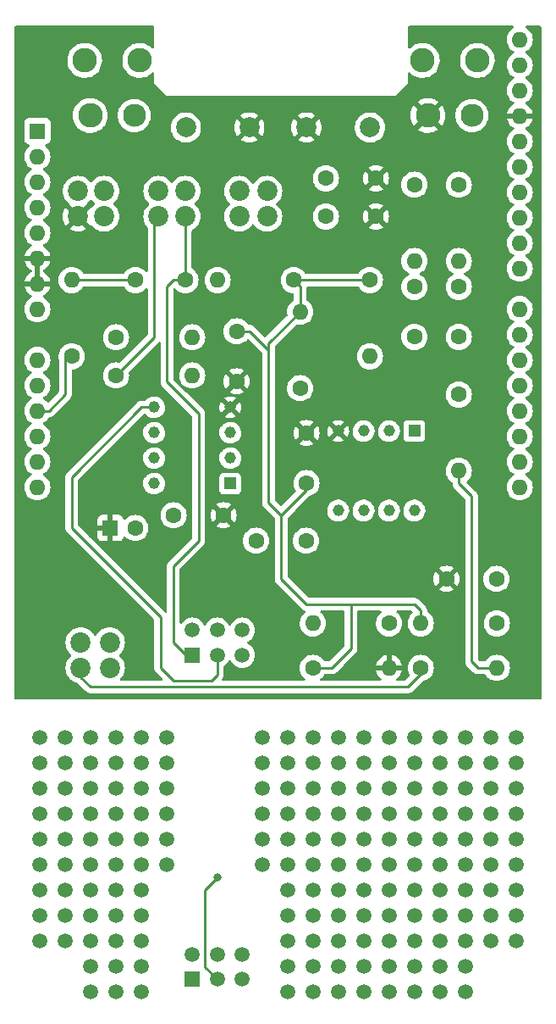
<source format=gbr>
G04 #@! TF.GenerationSoftware,KiCad,Pcbnew,(6.0.5)*
G04 #@! TF.CreationDate,2023-01-06T17:56:39+09:00*
G04 #@! TF.ProjectId,signalprocessing,7369676e-616c-4707-926f-63657373696e,rev?*
G04 #@! TF.SameCoordinates,Original*
G04 #@! TF.FileFunction,Copper,L2,Bot*
G04 #@! TF.FilePolarity,Positive*
%FSLAX46Y46*%
G04 Gerber Fmt 4.6, Leading zero omitted, Abs format (unit mm)*
G04 Created by KiCad (PCBNEW (6.0.5)) date 2023-01-06 17:56:39*
%MOMM*%
%LPD*%
G01*
G04 APERTURE LIST*
G04 #@! TA.AperFunction,ComponentPad*
%ADD10C,2.000000*%
G04 #@! TD*
G04 #@! TA.AperFunction,ComponentPad*
%ADD11C,1.500000*%
G04 #@! TD*
G04 #@! TA.AperFunction,ComponentPad*
%ADD12C,1.600000*%
G04 #@! TD*
G04 #@! TA.AperFunction,ComponentPad*
%ADD13R,1.600000X1.600000*%
G04 #@! TD*
G04 #@! TA.AperFunction,ComponentPad*
%ADD14O,1.600000X1.600000*%
G04 #@! TD*
G04 #@! TA.AperFunction,ComponentPad*
%ADD15C,2.450000*%
G04 #@! TD*
G04 #@! TA.AperFunction,ComponentPad*
%ADD16C,2.300000*%
G04 #@! TD*
G04 #@! TA.AperFunction,ComponentPad*
%ADD17C,2.020000*%
G04 #@! TD*
G04 #@! TA.AperFunction,ComponentPad*
%ADD18R,1.500000X1.500000*%
G04 #@! TD*
G04 #@! TA.AperFunction,ComponentPad*
%ADD19R,1.160000X1.160000*%
G04 #@! TD*
G04 #@! TA.AperFunction,ComponentPad*
%ADD20C,1.160000*%
G04 #@! TD*
G04 #@! TA.AperFunction,ViaPad*
%ADD21C,0.800000*%
G04 #@! TD*
G04 #@! TA.AperFunction,Conductor*
%ADD22C,0.250000*%
G04 #@! TD*
G04 APERTURE END LIST*
D10*
G04 #@! TO.P,TP4,1,1*
G04 #@! TO.N,GND*
X101600000Y-88265000D03*
G04 #@! TD*
D11*
G04 #@! TO.P,REF\u002A\u002A30,1*
G04 #@! TO.N,N/C*
X105410000Y-156845000D03*
G04 #@! TD*
D12*
G04 #@! TO.P,C10,1*
G04 #@! TO.N,GND*
X99020000Y-127000000D03*
G04 #@! TO.P,C10,2*
G04 #@! TO.N,+5V*
X94020000Y-127000000D03*
G04 #@! TD*
G04 #@! TO.P,C8,1*
G04 #@! TO.N,Net-(C8-Pad1)*
X90210000Y-103505000D03*
G04 #@! TO.P,C8,2*
G04 #@! TO.N,Net-(C8-Pad2)*
X95210000Y-103505000D03*
G04 #@! TD*
D11*
G04 #@! TO.P,REF\u002A\u002A82,1*
G04 #@! TO.N,N/C*
X110490000Y-169545000D03*
G04 #@! TD*
G04 #@! TO.P,REF\u002A\u002A86,1*
G04 #@! TO.N,N/C*
X120650000Y-169545000D03*
G04 #@! TD*
G04 #@! TO.P,REF\u002A\u002A30,1*
G04 #@! TO.N,N/C*
X102870000Y-156845000D03*
G04 #@! TD*
G04 #@! TO.P,REF\u002A\u002A39,1*
G04 #@! TO.N,N/C*
X128270000Y-156845000D03*
G04 #@! TD*
G04 #@! TO.P,REF\u002A\u002A24,1*
G04 #@! TO.N,N/C*
X115570000Y-154305000D03*
G04 #@! TD*
G04 #@! TO.P,REF\u002A\u002A69,1*
G04 #@! TO.N,N/C*
X128270000Y-164465000D03*
G04 #@! TD*
G04 #@! TO.P,REF\u002A\u002A49,1*
G04 #@! TO.N,N/C*
X128270000Y-159385000D03*
G04 #@! TD*
G04 #@! TO.P,REF\u002A\u002A62,1*
G04 #@! TO.N,N/C*
X110490000Y-164465000D03*
G04 #@! TD*
D10*
G04 #@! TO.P,TP1,1,1*
G04 #@! TO.N,Net-(C1-Pad2)*
X113665000Y-88265000D03*
G04 #@! TD*
D13*
G04 #@! TO.P,U1,1*
G04 #@! TO.N,N/C*
X80395000Y-88625000D03*
D14*
G04 #@! TO.P,U1,2,IOREF*
G04 #@! TO.N,unconnected-(U1-Pad2)*
X80395000Y-91165000D03*
G04 #@! TO.P,U1,3,~{RESET}*
G04 #@! TO.N,unconnected-(U1-Pad3)*
X80395000Y-93705000D03*
G04 #@! TO.P,U1,4,+3V3*
G04 #@! TO.N,unconnected-(U1-Pad4)*
X80395000Y-96245000D03*
G04 #@! TO.P,U1,5,+5V*
G04 #@! TO.N,+5V*
X80395000Y-98785000D03*
G04 #@! TO.P,U1,6,GND*
G04 #@! TO.N,GND*
X80395000Y-101325000D03*
G04 #@! TO.P,U1,7,GND*
X80395000Y-103865000D03*
G04 #@! TO.P,U1,8,VIN*
G04 #@! TO.N,unconnected-(U1-Pad8)*
X80395000Y-106405000D03*
G04 #@! TO.P,U1,9*
G04 #@! TO.N,N/C*
X80395000Y-111485000D03*
G04 #@! TO.P,U1,10,PA1(A1)*
G04 #@! TO.N,Net-(JP1-Pad2)*
X80395000Y-114025000D03*
G04 #@! TO.P,U1,11,PA4(A2)*
G04 #@! TO.N,Net-(R10-Pad1)*
X80395000Y-116565000D03*
G04 #@! TO.P,U1,12*
G04 #@! TO.N,N/C*
X80395000Y-119105000D03*
G04 #@! TO.P,U1,13*
X80395000Y-121645000D03*
G04 #@! TO.P,U1,14*
X80395000Y-124185000D03*
G04 #@! TO.P,U1,15*
X128655000Y-124185000D03*
G04 #@! TO.P,U1,16*
X128655000Y-121645000D03*
G04 #@! TO.P,U1,17*
X128655000Y-119105000D03*
G04 #@! TO.P,U1,18*
X128655000Y-116565000D03*
G04 #@! TO.P,U1,19*
X128655000Y-114025000D03*
G04 #@! TO.P,U1,20*
X128655000Y-111485000D03*
G04 #@! TO.P,U1,21*
X128655000Y-108945000D03*
G04 #@! TO.P,U1,22*
X128655000Y-106405000D03*
G04 #@! TO.P,U1,23*
X128655000Y-102345000D03*
G04 #@! TO.P,U1,24*
X128655000Y-99805000D03*
G04 #@! TO.P,U1,25*
X128655000Y-97265000D03*
G04 #@! TO.P,U1,26*
X128655000Y-94725000D03*
G04 #@! TO.P,U1,27*
X128655000Y-92185000D03*
G04 #@! TO.P,U1,28*
X128655000Y-89645000D03*
G04 #@! TO.P,U1,29,GND*
G04 #@! TO.N,GND*
X128655000Y-87105000D03*
G04 #@! TO.P,U1,30,AVDD*
G04 #@! TO.N,VDDA*
X128655000Y-84565000D03*
G04 #@! TO.P,U1,31*
G04 #@! TO.N,N/C*
X128655000Y-82025000D03*
G04 #@! TO.P,U1,32*
X128655000Y-79485000D03*
G04 #@! TD*
D11*
G04 #@! TO.P,REF\u002A\u002A26,1*
G04 #@! TO.N,N/C*
X120650000Y-154305000D03*
G04 #@! TD*
D12*
G04 #@! TO.P,R12,1*
G04 #@! TO.N,Net-(IC2-Pad1)*
X88265000Y-109220000D03*
D14*
G04 #@! TO.P,R12,2*
G04 #@! TO.N,Net-(IC2-Pad2)*
X95885000Y-109220000D03*
G04 #@! TD*
D11*
G04 #@! TO.P,REF\u002A\u002A8,1*
G04 #@! TO.N,N/C*
X125730000Y-149225000D03*
G04 #@! TD*
D12*
G04 #@! TO.P,R10,1*
G04 #@! TO.N,Net-(R10-Pad1)*
X83820000Y-111125000D03*
D14*
G04 #@! TO.P,R10,2*
G04 #@! TO.N,Net-(C8-Pad1)*
X83820000Y-103505000D03*
G04 #@! TD*
D12*
G04 #@! TO.P,R1,1*
G04 #@! TO.N,Net-(C1-Pad1)*
X106680000Y-114300000D03*
D14*
G04 #@! TO.P,R1,2*
G04 #@! TO.N,Net-(C4-Pad2)*
X106680000Y-106680000D03*
G04 #@! TD*
D13*
G04 #@! TO.P,C11,1*
G04 #@! TO.N,GND*
X87694888Y-128270000D03*
D12*
G04 #@! TO.P,C11,2*
G04 #@! TO.N,+5V*
X90194888Y-128270000D03*
G04 #@! TD*
D15*
G04 #@! TO.P,J1,1,GND*
G04 #@! TO.N,GND*
X119466000Y-87067500D03*
G04 #@! TO.P,J1,2,L*
G04 #@! TO.N,Net-(J1-Pad2)*
X118916000Y-81567500D03*
G04 #@! TO.P,J1,3,L*
X124416000Y-81567500D03*
D16*
G04 #@! TO.P,J1,4,R*
G04 #@! TO.N,Net-(J1-Pad4)*
X123866000Y-87067500D03*
G04 #@! TD*
D11*
G04 #@! TO.P,REF\u002A\u002A57,1*
G04 #@! TO.N,N/C*
X123190000Y-161925000D03*
G04 #@! TD*
G04 #@! TO.P,REF\u002A\u002A104,1*
G04 #@! TO.N,N/C*
X115570000Y-174625000D03*
G04 #@! TD*
G04 #@! TO.P,REF\u002A\u002A105,1*
G04 #@! TO.N,N/C*
X118110000Y-174625000D03*
G04 #@! TD*
D12*
G04 #@! TO.P,R3,1*
G04 #@! TO.N,Net-(J1-Pad2)*
X118110000Y-93980000D03*
D14*
G04 #@! TO.P,R3,2*
G04 #@! TO.N,Net-(C2-Pad1)*
X118110000Y-101600000D03*
G04 #@! TD*
D11*
G04 #@! TO.P,REF\u002A\u002A85,1*
G04 #@! TO.N,N/C*
X118110000Y-169545000D03*
G04 #@! TD*
G04 #@! TO.P,REF\u002A\u002A56,1*
G04 #@! TO.N,N/C*
X120650000Y-161925000D03*
G04 #@! TD*
G04 #@! TO.P,REF\u002A\u002A61,1*
G04 #@! TO.N,N/C*
X107950000Y-164465000D03*
G04 #@! TD*
G04 #@! TO.P,REF\u002A\u002A46,1*
G04 #@! TO.N,N/C*
X88265000Y-159385000D03*
G04 #@! TD*
G04 #@! TO.P,REF\u002A\u002A1,1*
G04 #@! TO.N,N/C*
X107950000Y-149225000D03*
G04 #@! TD*
G04 #@! TO.P,REF\u002A\u002A97,1*
G04 #@! TO.N,N/C*
X90805000Y-172085000D03*
G04 #@! TD*
G04 #@! TO.P,REF\u002A\u002A96,1*
G04 #@! TO.N,N/C*
X88265000Y-172085000D03*
G04 #@! TD*
D12*
G04 #@! TO.P,C1,1*
G04 #@! TO.N,Net-(C1-Pad1)*
X107275000Y-129540000D03*
G04 #@! TO.P,C1,2*
G04 #@! TO.N,Net-(C1-Pad2)*
X102275000Y-129540000D03*
G04 #@! TD*
D11*
G04 #@! TO.P,REF\u002A\u002A5,1*
G04 #@! TO.N,N/C*
X85725000Y-149225000D03*
G04 #@! TD*
G04 #@! TO.P,REF\u002A\u002A34,1*
G04 #@! TO.N,N/C*
X115570000Y-156845000D03*
G04 #@! TD*
G04 #@! TO.P,REF\u002A\u002A84,1*
G04 #@! TO.N,N/C*
X115570000Y-169545000D03*
G04 #@! TD*
G04 #@! TO.P,REF\u002A\u002A51,1*
G04 #@! TO.N,N/C*
X107950000Y-161925000D03*
G04 #@! TD*
D17*
G04 #@! TO.P,JP2,1*
G04 #@! TO.N,Net-(C6-Pad1)*
X100585000Y-97155000D03*
G04 #@! TO.P,JP2,2*
G04 #@! TO.N,Net-(C8-Pad1)*
X100585000Y-94615000D03*
G04 #@! TD*
D11*
G04 #@! TO.P,REF\u002A\u002A37,1*
G04 #@! TO.N,N/C*
X90805000Y-156845000D03*
G04 #@! TD*
G04 #@! TO.P,REF\u002A\u002A45,1*
G04 #@! TO.N,N/C*
X118110000Y-159385000D03*
G04 #@! TD*
G04 #@! TO.P,REF\u002A\u002A74,1*
G04 #@! TO.N,N/C*
X83185000Y-167005000D03*
G04 #@! TD*
G04 #@! TO.P,REF\u002A\u002A102,1*
G04 #@! TO.N,N/C*
X110490000Y-174625000D03*
G04 #@! TD*
G04 #@! TO.P,REF\u002A\u002A73,1*
G04 #@! TO.N,N/C*
X80645000Y-167005000D03*
G04 #@! TD*
G04 #@! TO.P,REF\u002A\u002A17,1*
G04 #@! TO.N,N/C*
X123190000Y-151765000D03*
G04 #@! TD*
G04 #@! TO.P,REF\u002A\u002A93,1*
G04 #@! TO.N,N/C*
X113030000Y-172085000D03*
G04 #@! TD*
G04 #@! TO.P,REF\u002A\u002A50,1*
G04 #@! TO.N,N/C*
X105410000Y-161925000D03*
G04 #@! TD*
G04 #@! TO.P,REF\u002A\u002A77,1*
G04 #@! TO.N,N/C*
X123190000Y-167005000D03*
G04 #@! TD*
G04 #@! TO.P,REF\u002A\u002A95,1*
G04 #@! TO.N,N/C*
X85725000Y-172085000D03*
G04 #@! TD*
G04 #@! TO.P,REF\u002A\u002A107,1*
G04 #@! TO.N,N/C*
X123190000Y-174625000D03*
G04 #@! TD*
G04 #@! TO.P,REF\u002A\u002A6,1*
G04 #@! TO.N,N/C*
X88265000Y-149225000D03*
G04 #@! TD*
D12*
G04 #@! TO.P,R9,1*
G04 #@! TO.N,Net-(IC1-Pad6)*
X115570000Y-137795000D03*
D14*
G04 #@! TO.P,R9,2*
G04 #@! TO.N,Net-(JP1-Pad1)*
X107950000Y-137795000D03*
G04 #@! TD*
D11*
G04 #@! TO.P,REF\u002A\u002A15,1*
G04 #@! TO.N,N/C*
X85725000Y-151765000D03*
G04 #@! TD*
G04 #@! TO.P,REF\u002A\u002A3,1*
G04 #@! TO.N,N/C*
X80645000Y-149225000D03*
G04 #@! TD*
G04 #@! TO.P,REF\u002A\u002A106,1*
G04 #@! TO.N,N/C*
X88265000Y-174625000D03*
G04 #@! TD*
G04 #@! TO.P,REF\u002A\u002A92,1*
G04 #@! TO.N,N/C*
X110490000Y-172085000D03*
G04 #@! TD*
G04 #@! TO.P,REF\u002A\u002A33,1*
G04 #@! TO.N,N/C*
X113030000Y-156845000D03*
G04 #@! TD*
G04 #@! TO.P,REF\u002A\u002A55,1*
G04 #@! TO.N,N/C*
X118110000Y-161925000D03*
G04 #@! TD*
G04 #@! TO.P,REF\u002A\u002A48,1*
G04 #@! TO.N,N/C*
X125730000Y-159385000D03*
G04 #@! TD*
G04 #@! TO.P,REF\u002A\u002A38,1*
G04 #@! TO.N,N/C*
X125730000Y-156845000D03*
G04 #@! TD*
G04 #@! TO.P,REF\u002A\u002A74,1*
G04 #@! TO.N,N/C*
X115570000Y-167005000D03*
G04 #@! TD*
D10*
G04 #@! TO.P,TP3,1,1*
G04 #@! TO.N,Net-(C8-Pad1)*
X95250000Y-88265000D03*
G04 #@! TD*
D11*
G04 #@! TO.P,REF\u002A\u002A57,1*
G04 #@! TO.N,N/C*
X90805000Y-161925000D03*
G04 #@! TD*
G04 #@! TO.P,REF\u002A\u002A27,1*
G04 #@! TO.N,N/C*
X123190000Y-154305000D03*
G04 #@! TD*
G04 #@! TO.P,REF\u002A\u002A19,1*
G04 #@! TO.N,N/C*
X128270000Y-151765000D03*
G04 #@! TD*
G04 #@! TO.P,REF\u002A\u002A28,1*
G04 #@! TO.N,N/C*
X125730000Y-154305000D03*
G04 #@! TD*
G04 #@! TO.P,REF\u002A\u002A42,1*
G04 #@! TO.N,N/C*
X110490000Y-159385000D03*
G04 #@! TD*
G04 #@! TO.P,REF\u002A\u002A91,1*
G04 #@! TO.N,N/C*
X107950000Y-172085000D03*
G04 #@! TD*
G04 #@! TO.P,REF\u002A\u002A55,1*
G04 #@! TO.N,N/C*
X85725000Y-161925000D03*
G04 #@! TD*
G04 #@! TO.P,REF\u002A\u002A35,1*
G04 #@! TO.N,N/C*
X118110000Y-156845000D03*
G04 #@! TD*
G04 #@! TO.P,REF\u002A\u002A73,1*
G04 #@! TO.N,N/C*
X113030000Y-167005000D03*
G04 #@! TD*
D12*
G04 #@! TO.P,C7,1*
G04 #@! TO.N,Net-(C7-Pad1)*
X109260000Y-93345000D03*
G04 #@! TO.P,C7,2*
G04 #@! TO.N,GND*
X114260000Y-93345000D03*
G04 #@! TD*
D11*
G04 #@! TO.P,REF\u002A\u002A97,1*
G04 #@! TO.N,N/C*
X123190000Y-172085000D03*
G04 #@! TD*
D15*
G04 #@! TO.P,J2,1,GND*
G04 #@! TO.N,Net-(JP4-Pad2)*
X85684000Y-87067500D03*
G04 #@! TO.P,J2,2,L*
G04 #@! TO.N,Net-(JP13-Pad1)*
X85134000Y-81567500D03*
G04 #@! TO.P,J2,3,L*
X90634000Y-81567500D03*
D16*
G04 #@! TO.P,J2,4,R*
G04 #@! TO.N,unconnected-(J2-Pad4)*
X90084000Y-87067500D03*
G04 #@! TD*
D12*
G04 #@! TO.P,R6,1*
G04 #@! TO.N,Net-(JP11-Pad2)*
X118745000Y-142240000D03*
D14*
G04 #@! TO.P,R6,2*
G04 #@! TO.N,Net-(IC1-Pad1)*
X126365000Y-142240000D03*
G04 #@! TD*
D11*
G04 #@! TO.P,REF\u002A\u002A79,1*
G04 #@! TO.N,N/C*
X128270000Y-167005000D03*
G04 #@! TD*
G04 #@! TO.P,REF\u002A\u002A20,1*
G04 #@! TO.N,N/C*
X105410000Y-154305000D03*
G04 #@! TD*
D17*
G04 #@! TO.P,JP3,1*
G04 #@! TO.N,Net-(C8-Pad2)*
X95195000Y-97152500D03*
G04 #@! TO.P,JP3,2*
G04 #@! TO.N,Net-(JP13-Pad1)*
X95195000Y-94612500D03*
G04 #@! TD*
D11*
G04 #@! TO.P,REF\u002A\u002A70,1*
G04 #@! TO.N,N/C*
X105410000Y-167005000D03*
G04 #@! TD*
G04 #@! TO.P,REF\u002A\u002A34,1*
G04 #@! TO.N,N/C*
X83185000Y-156845000D03*
G04 #@! TD*
G04 #@! TO.P,REF\u002A\u002A50,1*
G04 #@! TO.N,N/C*
X93345000Y-161925000D03*
G04 #@! TD*
G04 #@! TO.P,REF\u002A\u002A76,1*
G04 #@! TO.N,N/C*
X120650000Y-167005000D03*
G04 #@! TD*
G04 #@! TO.P,REF\u002A\u002A6,1*
G04 #@! TO.N,N/C*
X120650000Y-149225000D03*
G04 #@! TD*
G04 #@! TO.P,REF\u002A\u002A25,1*
G04 #@! TO.N,N/C*
X118110000Y-154305000D03*
G04 #@! TD*
G04 #@! TO.P,REF\u002A\u002A40,1*
G04 #@! TO.N,N/C*
X102870000Y-159385000D03*
G04 #@! TD*
D17*
G04 #@! TO.P,JP1,1*
G04 #@! TO.N,Net-(JP1-Pad1)*
X87630000Y-142240000D03*
G04 #@! TO.P,JP1,2*
G04 #@! TO.N,Net-(JP1-Pad2)*
X87630000Y-139700000D03*
G04 #@! TD*
D11*
G04 #@! TO.P,REF\u002A\u002A36,1*
G04 #@! TO.N,N/C*
X120650000Y-156845000D03*
G04 #@! TD*
G04 #@! TO.P,REF\u002A\u002A44,1*
G04 #@! TO.N,N/C*
X83185000Y-159385000D03*
G04 #@! TD*
G04 #@! TO.P,REF\u002A\u002A24,1*
G04 #@! TO.N,N/C*
X83185000Y-154305000D03*
G04 #@! TD*
G04 #@! TO.P,REF\u002A\u002A88,1*
G04 #@! TO.N,N/C*
X125730000Y-169545000D03*
G04 #@! TD*
G04 #@! TO.P,REF\u002A\u002A31,1*
G04 #@! TO.N,N/C*
X107950000Y-156845000D03*
G04 #@! TD*
G04 #@! TO.P,REF\u002A\u002A87,1*
G04 #@! TO.N,N/C*
X123190000Y-169545000D03*
G04 #@! TD*
G04 #@! TO.P,REF\u002A\u002A4,1*
G04 #@! TO.N,N/C*
X83185000Y-149225000D03*
G04 #@! TD*
D12*
G04 #@! TO.P,R7,1*
G04 #@! TO.N,VDDA*
X126365000Y-137795000D03*
D14*
G04 #@! TO.P,R7,2*
G04 #@! TO.N,Net-(C4-Pad2)*
X118745000Y-137795000D03*
G04 #@! TD*
D11*
G04 #@! TO.P,REF\u002A\u002A18,1*
G04 #@! TO.N,N/C*
X125730000Y-151765000D03*
G04 #@! TD*
G04 #@! TO.P,REF\u002A\u002A11,1*
G04 #@! TO.N,N/C*
X107950000Y-151765000D03*
G04 #@! TD*
G04 #@! TO.P,REF\u002A\u002A7,1*
G04 #@! TO.N,N/C*
X123190000Y-149225000D03*
G04 #@! TD*
G04 #@! TO.P,REF\u002A\u002A26,1*
G04 #@! TO.N,N/C*
X88265000Y-154305000D03*
G04 #@! TD*
G04 #@! TO.P,REF\u002A\u002A16,1*
G04 #@! TO.N,N/C*
X88265000Y-151765000D03*
G04 #@! TD*
G04 #@! TO.P,REF\u002A\u002A50,1*
G04 #@! TO.N,N/C*
X102870000Y-161925000D03*
G04 #@! TD*
G04 #@! TO.P,REF\u002A\u002A,1*
G04 #@! TO.N,N/C*
X102870000Y-149225000D03*
G04 #@! TD*
G04 #@! TO.P,REF\u002A\u002A40,1*
G04 #@! TO.N,N/C*
X93345000Y-159385000D03*
G04 #@! TD*
D12*
G04 #@! TO.P,R8,1*
G04 #@! TO.N,Net-(C4-Pad2)*
X107950000Y-142240000D03*
D14*
G04 #@! TO.P,R8,2*
G04 #@! TO.N,GND*
X115570000Y-142240000D03*
G04 #@! TD*
D11*
G04 #@! TO.P,REF\u002A\u002A40,1*
G04 #@! TO.N,N/C*
X105410000Y-159385000D03*
G04 #@! TD*
D12*
G04 #@! TO.P,R13,1*
G04 #@! TO.N,Net-(IC2-Pad6)*
X88265000Y-113030000D03*
D14*
G04 #@! TO.P,R13,2*
G04 #@! TO.N,Net-(IC2-Pad2)*
X95885000Y-113030000D03*
G04 #@! TD*
D11*
G04 #@! TO.P,REF\u002A\u002A46,1*
G04 #@! TO.N,N/C*
X120650000Y-159385000D03*
G04 #@! TD*
D12*
G04 #@! TO.P,R11,1*
G04 #@! TO.N,Net-(C4-Pad2)*
X106045000Y-103505000D03*
D14*
G04 #@! TO.P,R11,2*
G04 #@! TO.N,Net-(IC2-Pad3)*
X98425000Y-103505000D03*
G04 #@! TD*
D11*
G04 #@! TO.P,REF\u002A\u002A94,1*
G04 #@! TO.N,N/C*
X115570000Y-172085000D03*
G04 #@! TD*
G04 #@! TO.P,REF\u002A\u002A95,1*
G04 #@! TO.N,N/C*
X118110000Y-172085000D03*
G04 #@! TD*
G04 #@! TO.P,REF\u002A\u002A15,1*
G04 #@! TO.N,N/C*
X118110000Y-151765000D03*
G04 #@! TD*
G04 #@! TO.P,REF\u002A\u002A47,1*
G04 #@! TO.N,N/C*
X90805000Y-159385000D03*
G04 #@! TD*
G04 #@! TO.P,REF\u002A\u002A43,1*
G04 #@! TO.N,N/C*
X80645000Y-159385000D03*
G04 #@! TD*
G04 #@! TO.P,REF\u002A\u002A14,1*
G04 #@! TO.N,N/C*
X83185000Y-151765000D03*
G04 #@! TD*
G04 #@! TO.P,REF\u002A\u002A53,1*
G04 #@! TO.N,N/C*
X113030000Y-161925000D03*
G04 #@! TD*
G04 #@! TO.P,REF\u002A\u002A21,1*
G04 #@! TO.N,N/C*
X107950000Y-154305000D03*
G04 #@! TD*
D17*
G04 #@! TO.P,JP11,1*
G04 #@! TO.N,Net-(JP1-Pad2)*
X84723500Y-139700000D03*
G04 #@! TO.P,JP11,2*
G04 #@! TO.N,Net-(JP11-Pad2)*
X84723500Y-142240000D03*
G04 #@! TD*
D11*
G04 #@! TO.P,REF\u002A\u002A77,1*
G04 #@! TO.N,N/C*
X90805000Y-167005000D03*
G04 #@! TD*
G04 #@! TO.P,REF\u002A\u002A64,1*
G04 #@! TO.N,N/C*
X115570000Y-164465000D03*
G04 #@! TD*
G04 #@! TO.P,REF\u002A\u002A58,1*
G04 #@! TO.N,N/C*
X125730000Y-161925000D03*
G04 #@! TD*
G04 #@! TO.P,REF\u002A\u002A37,1*
G04 #@! TO.N,N/C*
X123190000Y-156845000D03*
G04 #@! TD*
G04 #@! TO.P,REF\u002A\u002A80,1*
G04 #@! TO.N,N/C*
X105410000Y-169545000D03*
G04 #@! TD*
G04 #@! TO.P,REF\u002A\u002A29,1*
G04 #@! TO.N,N/C*
X128270000Y-154305000D03*
G04 #@! TD*
G04 #@! TO.P,REF\u002A\u002A44,1*
G04 #@! TO.N,N/C*
X115570000Y-159385000D03*
G04 #@! TD*
G04 #@! TO.P,REF\u002A\u002A90,1*
G04 #@! TO.N,N/C*
X105410000Y-172085000D03*
G04 #@! TD*
G04 #@! TO.P,REF\u002A\u002A65,1*
G04 #@! TO.N,N/C*
X118110000Y-164465000D03*
G04 #@! TD*
G04 #@! TO.P,REF\u002A\u002A10,1*
G04 #@! TO.N,N/C*
X102870000Y-151765000D03*
G04 #@! TD*
D17*
G04 #@! TO.P,JP12,1*
G04 #@! TO.N,Net-(C7-Pad1)*
X103374000Y-97155000D03*
G04 #@! TO.P,JP12,2*
G04 #@! TO.N,Net-(C8-Pad1)*
X103374000Y-94615000D03*
G04 #@! TD*
D11*
G04 #@! TO.P,REF\u002A\u002A13,1*
G04 #@! TO.N,N/C*
X113030000Y-151765000D03*
G04 #@! TD*
G04 #@! TO.P,REF\u002A\u002A75,1*
G04 #@! TO.N,N/C*
X118110000Y-167005000D03*
G04 #@! TD*
G04 #@! TO.P,REF\u002A\u002A67,1*
G04 #@! TO.N,N/C*
X123190000Y-164465000D03*
G04 #@! TD*
G04 #@! TO.P,REF\u002A\u002A84,1*
G04 #@! TO.N,N/C*
X83185000Y-169545000D03*
G04 #@! TD*
G04 #@! TO.P,REF\u002A\u002A59,1*
G04 #@! TO.N,N/C*
X128270000Y-161925000D03*
G04 #@! TD*
G04 #@! TO.P,REF\u002A\u002A100,1*
G04 #@! TO.N,N/C*
X105410000Y-174625000D03*
G04 #@! TD*
G04 #@! TO.P,REF\u002A\u002A14,1*
G04 #@! TO.N,N/C*
X115570000Y-151765000D03*
G04 #@! TD*
G04 #@! TO.P,REF\u002A\u002A107,1*
G04 #@! TO.N,N/C*
X90805000Y-174625000D03*
G04 #@! TD*
G04 #@! TO.P,REF\u002A\u002A4,1*
G04 #@! TO.N,N/C*
X115570000Y-149225000D03*
G04 #@! TD*
G04 #@! TO.P,REF\u002A\u002A54,1*
G04 #@! TO.N,N/C*
X115570000Y-161925000D03*
G04 #@! TD*
G04 #@! TO.P,REF\u002A\u002A36,1*
G04 #@! TO.N,N/C*
X88265000Y-156845000D03*
G04 #@! TD*
G04 #@! TO.P,REF\u002A\u002A63,1*
G04 #@! TO.N,N/C*
X80645000Y-164465000D03*
G04 #@! TD*
G04 #@! TO.P,REF\u002A\u002A52,1*
G04 #@! TO.N,N/C*
X110490000Y-161925000D03*
G04 #@! TD*
G04 #@! TO.P,REF\u002A\u002A45,1*
G04 #@! TO.N,N/C*
X85725000Y-159385000D03*
G04 #@! TD*
G04 #@! TO.P,REF\u002A\u002A65,1*
G04 #@! TO.N,N/C*
X85725000Y-164465000D03*
G04 #@! TD*
G04 #@! TO.P,REF\u002A\u002A47,1*
G04 #@! TO.N,N/C*
X123190000Y-159385000D03*
G04 #@! TD*
D12*
G04 #@! TO.P,C6,1*
G04 #@! TO.N,Net-(C6-Pad1)*
X109260000Y-97155000D03*
G04 #@! TO.P,C6,2*
G04 #@! TO.N,GND*
X114260000Y-97155000D03*
G04 #@! TD*
D10*
G04 #@! TO.P,TP2,1,1*
G04 #@! TO.N,GND*
X107315000Y-88265000D03*
G04 #@! TD*
D12*
G04 #@! TO.P,C3,1*
G04 #@! TO.N,Net-(C3-Pad1)*
X122555000Y-104180000D03*
G04 #@! TO.P,C3,2*
G04 #@! TO.N,Net-(C2-Pad2)*
X122555000Y-109180000D03*
G04 #@! TD*
D11*
G04 #@! TO.P,REF\u002A\u002A53,1*
G04 #@! TO.N,N/C*
X80645000Y-161925000D03*
G04 #@! TD*
G04 #@! TO.P,REF\u002A\u002A23,1*
G04 #@! TO.N,N/C*
X80645000Y-154305000D03*
G04 #@! TD*
D18*
G04 #@! TO.P,RV1,R1*
G04 #@! TO.N,Net-(C8-Pad2)*
X95885000Y-173355000D03*
D11*
G04 #@! TO.P,RV1,R12,2*
G04 #@! TO.N,Net-(IC2-Pad5)*
X98385000Y-173355000D03*
G04 #@! TO.P,RV1,R13,3*
G04 #@! TO.N,Net-(C4-Pad2)*
X100885000Y-173355000D03*
G04 #@! TO.P,RV1,R21*
G04 #@! TO.N,N/C*
X95885000Y-170855000D03*
G04 #@! TO.P,RV1,R22*
X98385000Y-170855000D03*
G04 #@! TO.P,RV1,R23*
X100885000Y-170855000D03*
G04 #@! TD*
G04 #@! TO.P,REF\u002A\u002A16,1*
G04 #@! TO.N,N/C*
X120650000Y-151765000D03*
G04 #@! TD*
G04 #@! TO.P,REF\u002A\u002A63,1*
G04 #@! TO.N,N/C*
X113030000Y-164465000D03*
G04 #@! TD*
G04 #@! TO.P,REF\u002A\u002A87,1*
G04 #@! TO.N,N/C*
X90805000Y-169545000D03*
G04 #@! TD*
G04 #@! TO.P,REF\u002A\u002A27,1*
G04 #@! TO.N,N/C*
X90805000Y-154305000D03*
G04 #@! TD*
G04 #@! TO.P,REF\u002A\u002A20,1*
G04 #@! TO.N,N/C*
X102870000Y-154305000D03*
G04 #@! TD*
G04 #@! TO.P,REF\u002A\u002A60,1*
G04 #@! TO.N,N/C*
X105410000Y-164465000D03*
G04 #@! TD*
G04 #@! TO.P,REF\u002A\u002A12,1*
G04 #@! TO.N,N/C*
X110490000Y-151765000D03*
G04 #@! TD*
G04 #@! TO.P,REF\u002A\u002A66,1*
G04 #@! TO.N,N/C*
X88265000Y-164465000D03*
G04 #@! TD*
G04 #@! TO.P,REF\u002A\u002A10,1*
G04 #@! TO.N,N/C*
X105410000Y-151765000D03*
G04 #@! TD*
G04 #@! TO.P,REF\u002A\u002A81,1*
G04 #@! TO.N,N/C*
X107950000Y-169545000D03*
G04 #@! TD*
G04 #@! TO.P,REF\u002A\u002A5,1*
G04 #@! TO.N,N/C*
X118110000Y-149225000D03*
G04 #@! TD*
D12*
G04 #@! TO.P,C9,1*
G04 #@! TO.N,GND*
X100330000Y-113625000D03*
G04 #@! TO.P,C9,2*
G04 #@! TO.N,Net-(C4-Pad2)*
X100330000Y-108625000D03*
G04 #@! TD*
D11*
G04 #@! TO.P,REF\u002A\u002A66,1*
G04 #@! TO.N,N/C*
X120650000Y-164465000D03*
G04 #@! TD*
G04 #@! TO.P,REF\u002A\u002A13,1*
G04 #@! TO.N,N/C*
X80645000Y-151765000D03*
G04 #@! TD*
G04 #@! TO.P,REF\u002A\u002A17,1*
G04 #@! TO.N,N/C*
X90805000Y-151765000D03*
G04 #@! TD*
G04 #@! TO.P,REF\u002A\u002A20,1*
G04 #@! TO.N,N/C*
X93345000Y-154305000D03*
G04 #@! TD*
G04 #@! TO.P,REF\u002A\u002A23,1*
G04 #@! TO.N,N/C*
X113030000Y-154305000D03*
G04 #@! TD*
D19*
G04 #@! TO.P,IC2,1,OUTPUT_A*
G04 #@! TO.N,Net-(IC2-Pad1)*
X99695000Y-123825000D03*
D20*
G04 #@! TO.P,IC2,2,-INPUT_A*
G04 #@! TO.N,Net-(IC2-Pad2)*
X99695000Y-121285000D03*
G04 #@! TO.P,IC2,3,+INPUT_A*
G04 #@! TO.N,Net-(IC2-Pad3)*
X99695000Y-118745000D03*
G04 #@! TO.P,IC2,4,VSS_(V-)*
G04 #@! TO.N,GND*
X99695000Y-116205000D03*
G04 #@! TO.P,IC2,5,+INPUT_B*
G04 #@! TO.N,Net-(IC2-Pad5)*
X92075000Y-116205000D03*
G04 #@! TO.P,IC2,6,-INPUT_B*
G04 #@! TO.N,Net-(IC2-Pad6)*
X92075000Y-118745000D03*
G04 #@! TO.P,IC2,7,OUTPUT_B*
X92075000Y-121285000D03*
G04 #@! TO.P,IC2,8,VDD_(V+)*
G04 #@! TO.N,+5V*
X92075000Y-123825000D03*
G04 #@! TD*
D11*
G04 #@! TO.P,REF\u002A\u002A83,1*
G04 #@! TO.N,N/C*
X80645000Y-169545000D03*
G04 #@! TD*
D12*
G04 #@! TO.P,R2,1*
G04 #@! TO.N,Net-(C4-Pad2)*
X113665000Y-103505000D03*
D14*
G04 #@! TO.P,R2,2*
G04 #@! TO.N,Net-(IC1-Pad3)*
X113665000Y-111125000D03*
G04 #@! TD*
D12*
G04 #@! TO.P,C4,1*
G04 #@! TO.N,GND*
X107315000Y-118785000D03*
G04 #@! TO.P,C4,2*
G04 #@! TO.N,Net-(C4-Pad2)*
X107315000Y-123785000D03*
G04 #@! TD*
D11*
G04 #@! TO.P,REF\u002A\u002A85,1*
G04 #@! TO.N,N/C*
X85725000Y-169545000D03*
G04 #@! TD*
G04 #@! TO.P,REF\u002A\u002A68,1*
G04 #@! TO.N,N/C*
X125730000Y-164465000D03*
G04 #@! TD*
G04 #@! TO.P,REF\u002A\u002A67,1*
G04 #@! TO.N,N/C*
X90805000Y-164465000D03*
G04 #@! TD*
G04 #@! TO.P,REF\u002A\u002A30,1*
G04 #@! TO.N,N/C*
X93345000Y-156845000D03*
G04 #@! TD*
G04 #@! TO.P,REF\u002A\u002A22,1*
G04 #@! TO.N,N/C*
X110490000Y-154305000D03*
G04 #@! TD*
G04 #@! TO.P,REF\u002A\u002A3,1*
G04 #@! TO.N,N/C*
X113030000Y-149225000D03*
G04 #@! TD*
G04 #@! TO.P,REF\u002A\u002A25,1*
G04 #@! TO.N,N/C*
X85725000Y-154305000D03*
G04 #@! TD*
G04 #@! TO.P,REF\u002A\u002A54,1*
G04 #@! TO.N,N/C*
X83185000Y-161925000D03*
G04 #@! TD*
D12*
G04 #@! TO.P,C5,1*
G04 #@! TO.N,GND*
X121325000Y-133350000D03*
G04 #@! TO.P,C5,2*
G04 #@! TO.N,VDDA*
X126325000Y-133350000D03*
G04 #@! TD*
D11*
G04 #@! TO.P,REF\u002A\u002A89,1*
G04 #@! TO.N,N/C*
X128270000Y-169545000D03*
G04 #@! TD*
G04 #@! TO.P,REF\u002A\u002A2,1*
G04 #@! TO.N,N/C*
X110490000Y-149225000D03*
G04 #@! TD*
D17*
G04 #@! TO.P,JP14,1*
G04 #@! TO.N,Net-(JP4-Pad2)*
X84455000Y-94615000D03*
G04 #@! TO.P,JP14,2*
G04 #@! TO.N,GND*
X84455000Y-97155000D03*
G04 #@! TD*
D11*
G04 #@! TO.P,REF\u002A\u002A76,1*
G04 #@! TO.N,N/C*
X88265000Y-167005000D03*
G04 #@! TD*
G04 #@! TO.P,REF\u002A\u002A10,1*
G04 #@! TO.N,N/C*
X93345000Y-151765000D03*
G04 #@! TD*
G04 #@! TO.P,REF\u002A\u002A35,1*
G04 #@! TO.N,N/C*
X85725000Y-156845000D03*
G04 #@! TD*
G04 #@! TO.P,REF\u002A\u002A75,1*
G04 #@! TO.N,N/C*
X85725000Y-167005000D03*
G04 #@! TD*
D12*
G04 #@! TO.P,R5,1*
G04 #@! TO.N,Net-(C2-Pad2)*
X122555000Y-114935000D03*
D14*
G04 #@! TO.P,R5,2*
G04 #@! TO.N,Net-(IC1-Pad1)*
X122555000Y-122555000D03*
G04 #@! TD*
D12*
G04 #@! TO.P,C2,1*
G04 #@! TO.N,Net-(C2-Pad1)*
X118110000Y-104180000D03*
G04 #@! TO.P,C2,2*
G04 #@! TO.N,Net-(C2-Pad2)*
X118110000Y-109180000D03*
G04 #@! TD*
D11*
G04 #@! TO.P,REF\u002A\u002A32,1*
G04 #@! TO.N,N/C*
X110490000Y-156845000D03*
G04 #@! TD*
G04 #@! TO.P,REF\u002A\u002A64,1*
G04 #@! TO.N,N/C*
X83185000Y-164465000D03*
G04 #@! TD*
G04 #@! TO.P,REF\u002A\u002A43,1*
G04 #@! TO.N,N/C*
X113030000Y-159385000D03*
G04 #@! TD*
G04 #@! TO.P,REF\u002A\u002A105,1*
G04 #@! TO.N,N/C*
X85725000Y-174625000D03*
G04 #@! TD*
G04 #@! TO.P,REF\u002A\u002A9,1*
G04 #@! TO.N,N/C*
X128270000Y-149225000D03*
G04 #@! TD*
G04 #@! TO.P,REF\u002A\u002A7,1*
G04 #@! TO.N,N/C*
X90805000Y-149225000D03*
G04 #@! TD*
D19*
G04 #@! TO.P,IC1,1,VOUTA*
G04 #@! TO.N,Net-(IC1-Pad1)*
X118110000Y-118585000D03*
D20*
G04 #@! TO.P,IC1,2,VINA-*
G04 #@! TO.N,Net-(C2-Pad2)*
X115570000Y-118585000D03*
G04 #@! TO.P,IC1,3,VINA+*
G04 #@! TO.N,Net-(IC1-Pad3)*
X113030000Y-118585000D03*
G04 #@! TO.P,IC1,4,VSS*
G04 #@! TO.N,GND*
X110490000Y-118585000D03*
G04 #@! TO.P,IC1,5,VINB+*
G04 #@! TO.N,Net-(C1-Pad1)*
X110490000Y-126525000D03*
G04 #@! TO.P,IC1,6,VINB-*
G04 #@! TO.N,Net-(IC1-Pad6)*
X113030000Y-126525000D03*
G04 #@! TO.P,IC1,7,VOUTB*
X115570000Y-126525000D03*
G04 #@! TO.P,IC1,8,VDD*
G04 #@! TO.N,VDDA*
X118110000Y-126525000D03*
G04 #@! TD*
D11*
G04 #@! TO.P,REF\u002A\u002A106,1*
G04 #@! TO.N,N/C*
X120650000Y-174625000D03*
G04 #@! TD*
G04 #@! TO.P,REF\u002A\u002A103,1*
G04 #@! TO.N,N/C*
X113030000Y-174625000D03*
G04 #@! TD*
D17*
G04 #@! TO.P,JP4,1*
G04 #@! TO.N,Net-(IC2-Pad1)*
X87067000Y-97155000D03*
G04 #@! TO.P,JP4,2*
G04 #@! TO.N,Net-(JP4-Pad2)*
X87067000Y-94615000D03*
G04 #@! TD*
G04 #@! TO.P,JP13,1*
G04 #@! TO.N,Net-(JP13-Pad1)*
X92511000Y-94620000D03*
G04 #@! TO.P,JP13,2*
G04 #@! TO.N,Net-(IC2-Pad6)*
X92511000Y-97160000D03*
G04 #@! TD*
D11*
G04 #@! TO.P,REF\u002A\u002A86,1*
G04 #@! TO.N,N/C*
X88265000Y-169545000D03*
G04 #@! TD*
G04 #@! TO.P,REF\u002A\u002A,1*
G04 #@! TO.N,N/C*
X93345000Y-149225000D03*
G04 #@! TD*
G04 #@! TO.P,REF\u002A\u002A72,1*
G04 #@! TO.N,N/C*
X110490000Y-167005000D03*
G04 #@! TD*
G04 #@! TO.P,REF\u002A\u002A33,1*
G04 #@! TO.N,N/C*
X80645000Y-156845000D03*
G04 #@! TD*
G04 #@! TO.P,REF\u002A\u002A56,1*
G04 #@! TO.N,N/C*
X88265000Y-161925000D03*
G04 #@! TD*
G04 #@! TO.P,REF\u002A\u002A,1*
G04 #@! TO.N,N/C*
X105410000Y-149225000D03*
G04 #@! TD*
G04 #@! TO.P,REF\u002A\u002A101,1*
G04 #@! TO.N,N/C*
X107950000Y-174625000D03*
G04 #@! TD*
G04 #@! TO.P,REF\u002A\u002A41,1*
G04 #@! TO.N,N/C*
X107950000Y-159385000D03*
G04 #@! TD*
G04 #@! TO.P,REF\u002A\u002A96,1*
G04 #@! TO.N,N/C*
X120650000Y-172085000D03*
G04 #@! TD*
G04 #@! TO.P,REF\u002A\u002A71,1*
G04 #@! TO.N,N/C*
X107950000Y-167005000D03*
G04 #@! TD*
G04 #@! TO.P,REF\u002A\u002A78,1*
G04 #@! TO.N,N/C*
X125730000Y-167005000D03*
G04 #@! TD*
D18*
G04 #@! TO.P,RV1,R1*
G04 #@! TO.N,Net-(C8-Pad2)*
X95885000Y-140970000D03*
D11*
G04 #@! TO.P,RV1,R12,2*
G04 #@! TO.N,Net-(IC2-Pad5)*
X98385000Y-140970000D03*
G04 #@! TO.P,RV1,R13,3*
G04 #@! TO.N,Net-(C4-Pad2)*
X100885000Y-140970000D03*
G04 #@! TO.P,RV1,R21*
G04 #@! TO.N,N/C*
X95885000Y-138470000D03*
G04 #@! TO.P,RV1,R22*
X98385000Y-138470000D03*
G04 #@! TO.P,RV1,R23*
X100885000Y-138470000D03*
G04 #@! TD*
G04 #@! TO.P,REF\u002A\u002A83,1*
G04 #@! TO.N,N/C*
X113030000Y-169545000D03*
G04 #@! TD*
D12*
G04 #@! TO.P,R4,1*
G04 #@! TO.N,Net-(J1-Pad4)*
X122555000Y-93980000D03*
D14*
G04 #@! TO.P,R4,2*
G04 #@! TO.N,Net-(C3-Pad1)*
X122555000Y-101600000D03*
G04 #@! TD*
D21*
G04 #@! TO.N,GND*
X80772000Y-83312000D03*
X104394000Y-138430000D03*
X128778000Y-139700000D03*
X120396000Y-97536000D03*
X111760000Y-131572000D03*
X101600000Y-103378000D03*
X120396000Y-112014000D03*
G04 #@! TO.N,Net-(IC2-Pad5)*
X98425000Y-163195000D03*
G04 #@! TD*
D22*
G04 #@! TO.N,Net-(C8-Pad1)*
X83820000Y-103505000D02*
X90210000Y-103505000D01*
G04 #@! TO.N,Net-(IC1-Pad1)*
X124460000Y-142240000D02*
X126365000Y-142240000D01*
X122555000Y-122555000D02*
X122555000Y-123825000D01*
X122555000Y-123825000D02*
X123825000Y-125095000D01*
X123825000Y-141605000D02*
X124460000Y-142240000D01*
X123825000Y-125095000D02*
X123825000Y-141605000D01*
G04 #@! TO.N,Net-(IC2-Pad5)*
X90805000Y-116205000D02*
X83820000Y-123190000D01*
X92075000Y-116205000D02*
X90805000Y-116205000D01*
X98385000Y-142915000D02*
X98385000Y-140970000D01*
X98425000Y-163195000D02*
X97155000Y-164465000D01*
X97155000Y-172125000D02*
X98385000Y-173355000D01*
X92710000Y-142240000D02*
X93980000Y-143510000D01*
X83820000Y-128270000D02*
X92710000Y-137160000D01*
X97155000Y-164465000D02*
X97155000Y-172125000D01*
X97790000Y-143510000D02*
X98385000Y-142915000D01*
X93980000Y-143510000D02*
X97790000Y-143510000D01*
X92710000Y-137160000D02*
X92710000Y-142240000D01*
X83820000Y-123190000D02*
X83820000Y-128270000D01*
G04 #@! TO.N,Net-(IC2-Pad6)*
X88265000Y-113030000D02*
X92075000Y-109220000D01*
X92075000Y-109220000D02*
X92075000Y-97160000D01*
G04 #@! TO.N,Net-(C4-Pad2)*
X118745000Y-137795000D02*
X118745000Y-136525000D01*
X111760000Y-135890000D02*
X111760000Y-140335000D01*
X111760000Y-135890000D02*
X108585000Y-135890000D01*
X104775000Y-127000000D02*
X107315000Y-124460000D01*
X106680000Y-106680000D02*
X106680000Y-104140000D01*
X103505000Y-110490000D02*
X103505000Y-111760000D01*
X101640000Y-108625000D02*
X102235000Y-109220000D01*
X107315000Y-124460000D02*
X107315000Y-123785000D01*
X107315000Y-135890000D02*
X107950000Y-135890000D01*
X103505000Y-111760000D02*
X103505000Y-125730000D01*
X103505000Y-109855000D02*
X106680000Y-106680000D01*
X111760000Y-140335000D02*
X109855000Y-142240000D01*
X104775000Y-133350000D02*
X104775000Y-127000000D01*
X103505000Y-125730000D02*
X104775000Y-127000000D01*
X104775000Y-133350000D02*
X107315000Y-135890000D01*
X102235000Y-109220000D02*
X103505000Y-110490000D01*
X118110000Y-135890000D02*
X111760000Y-135890000D01*
X100330000Y-108625000D02*
X101640000Y-108625000D01*
X105410000Y-103505000D02*
X113665000Y-103505000D01*
X118745000Y-136525000D02*
X118110000Y-135890000D01*
X106680000Y-104140000D02*
X106045000Y-103505000D01*
X107950000Y-135890000D02*
X108585000Y-135890000D01*
X103505000Y-110490000D02*
X103505000Y-109855000D01*
X109855000Y-142240000D02*
X107950000Y-142240000D01*
G04 #@! TO.N,Net-(R10-Pad1)*
X80395000Y-116565000D02*
X81555000Y-116565000D01*
X81555000Y-116565000D02*
X83185000Y-114935000D01*
X83185000Y-114935000D02*
X83185000Y-111125000D01*
G04 #@! TO.N,Net-(JP11-Pad2)*
X117475000Y-144145000D02*
X85725000Y-144145000D01*
X85725000Y-144145000D02*
X84723500Y-143143500D01*
X118745000Y-142240000D02*
X118745000Y-142875000D01*
X118745000Y-142875000D02*
X117475000Y-144145000D01*
X84723500Y-143143500D02*
X84723500Y-142240000D01*
G04 #@! TO.N,Net-(C8-Pad2)*
X96520000Y-129540000D02*
X96520000Y-116840000D01*
X95195000Y-97152500D02*
X95195000Y-103490000D01*
X93345000Y-104140000D02*
X93980000Y-103505000D01*
X95250000Y-140970000D02*
X95885000Y-140970000D01*
X95195000Y-103490000D02*
X95210000Y-103505000D01*
X93980000Y-103505000D02*
X95210000Y-103505000D01*
X93980000Y-139700000D02*
X93980000Y-132080000D01*
X93345000Y-113665000D02*
X93345000Y-104140000D01*
X93980000Y-132080000D02*
X96520000Y-129540000D01*
X93980000Y-139700000D02*
X95250000Y-140970000D01*
X96520000Y-116840000D02*
X93345000Y-113665000D01*
G04 #@! TD*
G04 #@! TA.AperFunction,Conductor*
G04 #@! TO.N,GND*
G36*
X92017121Y-78125002D02*
G01*
X92063614Y-78178658D01*
X92075000Y-78231000D01*
X92075000Y-80251460D01*
X92054998Y-80319581D01*
X92001342Y-80366074D01*
X91931068Y-80376178D01*
X91862667Y-80343235D01*
X91731394Y-80219746D01*
X91727986Y-80216540D01*
X91516285Y-80069677D01*
X91512095Y-80067611D01*
X91512092Y-80067609D01*
X91289389Y-79957785D01*
X91289386Y-79957784D01*
X91285201Y-79955720D01*
X91039812Y-79877170D01*
X91035205Y-79876420D01*
X91035202Y-79876419D01*
X90790119Y-79836505D01*
X90790120Y-79836505D01*
X90785508Y-79835754D01*
X90660285Y-79834115D01*
X90532553Y-79832442D01*
X90532550Y-79832442D01*
X90527876Y-79832381D01*
X90272574Y-79867126D01*
X90268084Y-79868435D01*
X90268078Y-79868436D01*
X90029706Y-79937916D01*
X90029701Y-79937918D01*
X90025213Y-79939226D01*
X90020966Y-79941184D01*
X90020963Y-79941185D01*
X89984955Y-79957785D01*
X89791226Y-80047095D01*
X89787317Y-80049658D01*
X89579666Y-80185799D01*
X89579661Y-80185803D01*
X89575753Y-80188365D01*
X89383528Y-80359933D01*
X89218773Y-80558029D01*
X89085109Y-80778301D01*
X89083300Y-80782615D01*
X89083299Y-80782617D01*
X89038004Y-80890634D01*
X88985471Y-81015910D01*
X88984320Y-81020442D01*
X88984319Y-81020445D01*
X88973306Y-81063809D01*
X88922049Y-81265637D01*
X88896235Y-81521995D01*
X88896459Y-81526662D01*
X88896459Y-81526667D01*
X88898572Y-81570660D01*
X88908596Y-81779353D01*
X88958862Y-82032057D01*
X89045928Y-82274555D01*
X89167881Y-82501521D01*
X89170676Y-82505264D01*
X89170678Y-82505267D01*
X89319250Y-82704229D01*
X89319255Y-82704235D01*
X89322042Y-82707967D01*
X89325351Y-82711247D01*
X89325356Y-82711253D01*
X89484789Y-82869300D01*
X89505025Y-82889360D01*
X89508787Y-82892118D01*
X89508790Y-82892121D01*
X89623626Y-82976322D01*
X89712809Y-83041714D01*
X89716940Y-83043888D01*
X89716941Y-83043888D01*
X89936695Y-83159506D01*
X89936701Y-83159508D01*
X89940830Y-83161681D01*
X89945238Y-83163220D01*
X89945244Y-83163223D01*
X90179663Y-83245086D01*
X90184079Y-83246628D01*
X90188672Y-83247500D01*
X90432623Y-83293816D01*
X90432626Y-83293816D01*
X90437212Y-83294687D01*
X90559492Y-83299491D01*
X90690000Y-83304619D01*
X90690005Y-83304619D01*
X90694668Y-83304802D01*
X90787028Y-83294687D01*
X90946138Y-83277262D01*
X90946143Y-83277261D01*
X90950791Y-83276752D01*
X91071068Y-83245086D01*
X91195432Y-83212344D01*
X91195434Y-83212343D01*
X91199955Y-83211153D01*
X91204252Y-83209307D01*
X91432392Y-83111290D01*
X91432394Y-83111289D01*
X91436686Y-83109445D01*
X91655783Y-82973864D01*
X91852433Y-82807387D01*
X91855512Y-82803876D01*
X91858852Y-82800594D01*
X91859936Y-82801697D01*
X91914234Y-82767264D01*
X91985229Y-82767694D01*
X92044722Y-82806438D01*
X92073824Y-82871196D01*
X92075000Y-82888373D01*
X92075000Y-83820000D01*
X93345000Y-85090000D01*
X116205000Y-85090000D01*
X117475000Y-83820000D01*
X117475000Y-82882370D01*
X117495002Y-82814249D01*
X117548658Y-82767756D01*
X117618932Y-82757652D01*
X117683512Y-82787146D01*
X117689696Y-82792877D01*
X117787025Y-82889360D01*
X117790787Y-82892118D01*
X117790790Y-82892121D01*
X117905626Y-82976322D01*
X117994809Y-83041714D01*
X117998940Y-83043888D01*
X117998941Y-83043888D01*
X118218695Y-83159506D01*
X118218701Y-83159508D01*
X118222830Y-83161681D01*
X118227238Y-83163220D01*
X118227244Y-83163223D01*
X118461663Y-83245086D01*
X118466079Y-83246628D01*
X118470672Y-83247500D01*
X118714623Y-83293816D01*
X118714626Y-83293816D01*
X118719212Y-83294687D01*
X118841492Y-83299491D01*
X118972000Y-83304619D01*
X118972005Y-83304619D01*
X118976668Y-83304802D01*
X119069028Y-83294687D01*
X119228138Y-83277262D01*
X119228143Y-83277261D01*
X119232791Y-83276752D01*
X119353068Y-83245086D01*
X119477432Y-83212344D01*
X119477434Y-83212343D01*
X119481955Y-83211153D01*
X119486252Y-83209307D01*
X119714392Y-83111290D01*
X119714394Y-83111289D01*
X119718686Y-83109445D01*
X119937783Y-82973864D01*
X120134433Y-82807387D01*
X120221622Y-82707967D01*
X120301241Y-82617180D01*
X120301244Y-82617176D01*
X120304317Y-82613672D01*
X120443701Y-82396974D01*
X120549525Y-82162054D01*
X120550795Y-82157551D01*
X120618193Y-81918577D01*
X120618194Y-81918574D01*
X120619463Y-81914073D01*
X120651979Y-81658479D01*
X120654361Y-81567500D01*
X120651327Y-81526667D01*
X120650980Y-81521995D01*
X122678235Y-81521995D01*
X122678459Y-81526662D01*
X122678459Y-81526667D01*
X122680572Y-81570660D01*
X122690596Y-81779353D01*
X122740862Y-82032057D01*
X122827928Y-82274555D01*
X122949881Y-82501521D01*
X122952676Y-82505264D01*
X122952678Y-82505267D01*
X123101250Y-82704229D01*
X123101255Y-82704235D01*
X123104042Y-82707967D01*
X123107351Y-82711247D01*
X123107356Y-82711253D01*
X123266789Y-82869300D01*
X123287025Y-82889360D01*
X123290787Y-82892118D01*
X123290790Y-82892121D01*
X123405626Y-82976322D01*
X123494809Y-83041714D01*
X123498940Y-83043888D01*
X123498941Y-83043888D01*
X123718695Y-83159506D01*
X123718701Y-83159508D01*
X123722830Y-83161681D01*
X123727238Y-83163220D01*
X123727244Y-83163223D01*
X123961663Y-83245086D01*
X123966079Y-83246628D01*
X123970672Y-83247500D01*
X124214623Y-83293816D01*
X124214626Y-83293816D01*
X124219212Y-83294687D01*
X124341492Y-83299491D01*
X124472000Y-83304619D01*
X124472005Y-83304619D01*
X124476668Y-83304802D01*
X124569028Y-83294687D01*
X124728138Y-83277262D01*
X124728143Y-83277261D01*
X124732791Y-83276752D01*
X124853068Y-83245086D01*
X124977432Y-83212344D01*
X124977434Y-83212343D01*
X124981955Y-83211153D01*
X124986252Y-83209307D01*
X125214392Y-83111290D01*
X125214394Y-83111289D01*
X125218686Y-83109445D01*
X125437783Y-82973864D01*
X125634433Y-82807387D01*
X125721622Y-82707967D01*
X125801241Y-82617180D01*
X125801244Y-82617176D01*
X125804317Y-82613672D01*
X125943701Y-82396974D01*
X126049525Y-82162054D01*
X126050795Y-82157551D01*
X126118193Y-81918577D01*
X126118194Y-81918574D01*
X126119463Y-81914073D01*
X126151979Y-81658479D01*
X126154361Y-81567500D01*
X126151327Y-81526667D01*
X126135614Y-81315219D01*
X126135613Y-81315215D01*
X126135267Y-81310554D01*
X126078403Y-81059252D01*
X126061548Y-81015910D01*
X125986712Y-80823469D01*
X125986711Y-80823467D01*
X125985019Y-80819116D01*
X125857167Y-80595421D01*
X125697654Y-80393080D01*
X125509986Y-80216540D01*
X125298285Y-80069677D01*
X125294095Y-80067611D01*
X125294092Y-80067609D01*
X125071389Y-79957785D01*
X125071386Y-79957784D01*
X125067201Y-79955720D01*
X124821812Y-79877170D01*
X124817205Y-79876420D01*
X124817202Y-79876419D01*
X124572119Y-79836505D01*
X124572120Y-79836505D01*
X124567508Y-79835754D01*
X124442285Y-79834115D01*
X124314553Y-79832442D01*
X124314550Y-79832442D01*
X124309876Y-79832381D01*
X124054574Y-79867126D01*
X124050084Y-79868435D01*
X124050078Y-79868436D01*
X123811706Y-79937916D01*
X123811701Y-79937918D01*
X123807213Y-79939226D01*
X123802966Y-79941184D01*
X123802963Y-79941185D01*
X123766955Y-79957785D01*
X123573226Y-80047095D01*
X123569317Y-80049658D01*
X123361666Y-80185799D01*
X123361661Y-80185803D01*
X123357753Y-80188365D01*
X123165528Y-80359933D01*
X123000773Y-80558029D01*
X122867109Y-80778301D01*
X122865300Y-80782615D01*
X122865299Y-80782617D01*
X122820004Y-80890634D01*
X122767471Y-81015910D01*
X122766320Y-81020442D01*
X122766319Y-81020445D01*
X122755306Y-81063809D01*
X122704049Y-81265637D01*
X122678235Y-81521995D01*
X120650980Y-81521995D01*
X120635614Y-81315219D01*
X120635613Y-81315215D01*
X120635267Y-81310554D01*
X120578403Y-81059252D01*
X120561548Y-81015910D01*
X120486712Y-80823469D01*
X120486711Y-80823467D01*
X120485019Y-80819116D01*
X120357167Y-80595421D01*
X120197654Y-80393080D01*
X120009986Y-80216540D01*
X119798285Y-80069677D01*
X119794095Y-80067611D01*
X119794092Y-80067609D01*
X119571389Y-79957785D01*
X119571386Y-79957784D01*
X119567201Y-79955720D01*
X119321812Y-79877170D01*
X119317205Y-79876420D01*
X119317202Y-79876419D01*
X119072119Y-79836505D01*
X119072120Y-79836505D01*
X119067508Y-79835754D01*
X118942285Y-79834115D01*
X118814553Y-79832442D01*
X118814550Y-79832442D01*
X118809876Y-79832381D01*
X118554574Y-79867126D01*
X118550084Y-79868435D01*
X118550078Y-79868436D01*
X118311706Y-79937916D01*
X118311701Y-79937918D01*
X118307213Y-79939226D01*
X118302966Y-79941184D01*
X118302963Y-79941185D01*
X118266955Y-79957785D01*
X118073226Y-80047095D01*
X118069317Y-80049658D01*
X117861666Y-80185799D01*
X117861661Y-80185803D01*
X117857753Y-80188365D01*
X117699849Y-80329300D01*
X117684901Y-80342642D01*
X117620760Y-80373080D01*
X117550346Y-80364009D01*
X117496013Y-80318308D01*
X117475000Y-80248639D01*
X117475000Y-78231000D01*
X117495002Y-78162879D01*
X117548658Y-78116386D01*
X117601000Y-78105000D01*
X127949895Y-78105000D01*
X128018016Y-78125002D01*
X128064509Y-78178658D01*
X128074613Y-78248932D01*
X128045119Y-78313512D01*
X128007651Y-78341793D01*
X128008002Y-78342401D01*
X128003239Y-78345151D01*
X127998251Y-78347477D01*
X127893389Y-78420902D01*
X127815211Y-78475643D01*
X127815208Y-78475645D01*
X127810700Y-78478802D01*
X127648802Y-78640700D01*
X127517477Y-78828251D01*
X127515154Y-78833233D01*
X127515151Y-78833238D01*
X127423039Y-79030775D01*
X127420716Y-79035757D01*
X127361457Y-79256913D01*
X127341502Y-79485000D01*
X127361457Y-79713087D01*
X127420716Y-79934243D01*
X127423039Y-79939224D01*
X127423039Y-79939225D01*
X127515151Y-80136762D01*
X127515154Y-80136767D01*
X127517477Y-80141749D01*
X127572091Y-80219746D01*
X127641997Y-80319581D01*
X127648802Y-80329300D01*
X127810700Y-80491198D01*
X127815208Y-80494355D01*
X127815211Y-80494357D01*
X127893389Y-80549098D01*
X127998251Y-80622523D01*
X128003233Y-80624846D01*
X128003238Y-80624849D01*
X128037457Y-80640805D01*
X128090742Y-80687722D01*
X128110203Y-80755999D01*
X128089661Y-80823959D01*
X128037457Y-80869195D01*
X128003238Y-80885151D01*
X128003233Y-80885154D01*
X127998251Y-80887477D01*
X127893389Y-80960902D01*
X127815211Y-81015643D01*
X127815208Y-81015645D01*
X127810700Y-81018802D01*
X127648802Y-81180700D01*
X127517477Y-81368251D01*
X127515154Y-81373233D01*
X127515151Y-81373238D01*
X127445785Y-81521995D01*
X127420716Y-81575757D01*
X127419294Y-81581065D01*
X127419293Y-81581067D01*
X127367414Y-81774681D01*
X127361457Y-81796913D01*
X127341502Y-82025000D01*
X127361457Y-82253087D01*
X127420716Y-82474243D01*
X127423039Y-82479224D01*
X127423039Y-82479225D01*
X127515151Y-82676762D01*
X127515154Y-82676767D01*
X127517477Y-82681749D01*
X127648802Y-82869300D01*
X127810700Y-83031198D01*
X127815208Y-83034355D01*
X127815211Y-83034357D01*
X127825718Y-83041714D01*
X127998251Y-83162523D01*
X128003233Y-83164846D01*
X128003238Y-83164849D01*
X128037457Y-83180805D01*
X128090742Y-83227722D01*
X128110203Y-83295999D01*
X128089661Y-83363959D01*
X128037457Y-83409195D01*
X128003238Y-83425151D01*
X128003233Y-83425154D01*
X127998251Y-83427477D01*
X127893389Y-83500902D01*
X127815211Y-83555643D01*
X127815208Y-83555645D01*
X127810700Y-83558802D01*
X127648802Y-83720700D01*
X127517477Y-83908251D01*
X127515154Y-83913233D01*
X127515151Y-83913238D01*
X127500517Y-83944622D01*
X127420716Y-84115757D01*
X127361457Y-84336913D01*
X127341502Y-84565000D01*
X127361457Y-84793087D01*
X127362881Y-84798400D01*
X127362881Y-84798402D01*
X127407813Y-84966087D01*
X127420716Y-85014243D01*
X127423039Y-85019224D01*
X127423039Y-85019225D01*
X127515151Y-85216762D01*
X127515154Y-85216767D01*
X127517477Y-85221749D01*
X127520634Y-85226257D01*
X127620189Y-85368436D01*
X127648802Y-85409300D01*
X127810700Y-85571198D01*
X127815208Y-85574355D01*
X127815211Y-85574357D01*
X127893389Y-85629098D01*
X127998251Y-85702523D01*
X128003233Y-85704846D01*
X128003238Y-85704849D01*
X128038049Y-85721081D01*
X128091334Y-85767998D01*
X128110795Y-85836275D01*
X128090253Y-85904235D01*
X128038049Y-85949471D01*
X128003489Y-85965586D01*
X127993993Y-85971069D01*
X127815533Y-86096028D01*
X127807125Y-86103084D01*
X127653084Y-86257125D01*
X127646028Y-86265533D01*
X127521069Y-86443993D01*
X127515586Y-86453489D01*
X127423510Y-86650947D01*
X127419764Y-86661239D01*
X127373606Y-86833503D01*
X127373942Y-86847599D01*
X127381884Y-86851000D01*
X129922967Y-86851000D01*
X129936498Y-86847027D01*
X129937727Y-86838478D01*
X129890236Y-86661239D01*
X129886490Y-86650947D01*
X129794414Y-86453489D01*
X129788931Y-86443993D01*
X129663972Y-86265533D01*
X129656916Y-86257125D01*
X129502875Y-86103084D01*
X129494467Y-86096028D01*
X129316007Y-85971069D01*
X129306511Y-85965586D01*
X129271951Y-85949471D01*
X129218666Y-85902554D01*
X129199205Y-85834277D01*
X129219747Y-85766317D01*
X129271951Y-85721081D01*
X129306762Y-85704849D01*
X129306767Y-85704846D01*
X129311749Y-85702523D01*
X129416611Y-85629098D01*
X129494789Y-85574357D01*
X129494792Y-85574355D01*
X129499300Y-85571198D01*
X129661198Y-85409300D01*
X129689812Y-85368436D01*
X129789366Y-85226257D01*
X129792523Y-85221749D01*
X129794846Y-85216767D01*
X129794849Y-85216762D01*
X129886961Y-85019225D01*
X129886961Y-85019224D01*
X129889284Y-85014243D01*
X129902188Y-84966087D01*
X129947119Y-84798402D01*
X129947119Y-84798400D01*
X129948543Y-84793087D01*
X129968498Y-84565000D01*
X129948543Y-84336913D01*
X129889284Y-84115757D01*
X129809483Y-83944622D01*
X129794849Y-83913238D01*
X129794846Y-83913233D01*
X129792523Y-83908251D01*
X129661198Y-83720700D01*
X129499300Y-83558802D01*
X129494792Y-83555645D01*
X129494789Y-83555643D01*
X129416611Y-83500902D01*
X129311749Y-83427477D01*
X129306767Y-83425154D01*
X129306762Y-83425151D01*
X129272543Y-83409195D01*
X129219258Y-83362278D01*
X129199797Y-83294001D01*
X129220339Y-83226041D01*
X129272543Y-83180805D01*
X129306762Y-83164849D01*
X129306767Y-83164846D01*
X129311749Y-83162523D01*
X129484282Y-83041714D01*
X129494789Y-83034357D01*
X129494792Y-83034355D01*
X129499300Y-83031198D01*
X129661198Y-82869300D01*
X129792523Y-82681749D01*
X129794846Y-82676767D01*
X129794849Y-82676762D01*
X129886961Y-82479225D01*
X129886961Y-82479224D01*
X129889284Y-82474243D01*
X129948543Y-82253087D01*
X129968498Y-82025000D01*
X129948543Y-81796913D01*
X129942586Y-81774681D01*
X129890707Y-81581067D01*
X129890706Y-81581065D01*
X129889284Y-81575757D01*
X129864215Y-81521995D01*
X129794849Y-81373238D01*
X129794846Y-81373233D01*
X129792523Y-81368251D01*
X129661198Y-81180700D01*
X129499300Y-81018802D01*
X129494792Y-81015645D01*
X129494789Y-81015643D01*
X129416611Y-80960902D01*
X129311749Y-80887477D01*
X129306767Y-80885154D01*
X129306762Y-80885151D01*
X129272543Y-80869195D01*
X129219258Y-80822278D01*
X129199797Y-80754001D01*
X129220339Y-80686041D01*
X129272543Y-80640805D01*
X129306762Y-80624849D01*
X129306767Y-80624846D01*
X129311749Y-80622523D01*
X129416611Y-80549098D01*
X129494789Y-80494357D01*
X129494792Y-80494355D01*
X129499300Y-80491198D01*
X129661198Y-80329300D01*
X129668004Y-80319581D01*
X129737909Y-80219746D01*
X129792523Y-80141749D01*
X129794846Y-80136767D01*
X129794849Y-80136762D01*
X129886961Y-79939225D01*
X129886961Y-79939224D01*
X129889284Y-79934243D01*
X129948543Y-79713087D01*
X129968498Y-79485000D01*
X129948543Y-79256913D01*
X129889284Y-79035757D01*
X129886961Y-79030775D01*
X129794849Y-78833238D01*
X129794846Y-78833233D01*
X129792523Y-78828251D01*
X129661198Y-78640700D01*
X129499300Y-78478802D01*
X129494792Y-78475645D01*
X129494789Y-78475643D01*
X129416611Y-78420902D01*
X129311749Y-78347477D01*
X129306761Y-78345151D01*
X129301998Y-78342401D01*
X129302566Y-78341418D01*
X129253571Y-78298280D01*
X129234109Y-78230003D01*
X129254650Y-78162042D01*
X129308671Y-78115976D01*
X129360105Y-78105000D01*
X130684000Y-78105000D01*
X130752121Y-78125002D01*
X130798614Y-78178658D01*
X130810000Y-78231000D01*
X130810000Y-145289000D01*
X130789998Y-145357121D01*
X130736342Y-145403614D01*
X130684000Y-145415000D01*
X78231000Y-145415000D01*
X78162879Y-145394998D01*
X78116386Y-145341342D01*
X78105000Y-145289000D01*
X78105000Y-124185000D01*
X79081502Y-124185000D01*
X79101457Y-124413087D01*
X79102881Y-124418400D01*
X79102881Y-124418402D01*
X79126886Y-124507987D01*
X79160716Y-124634243D01*
X79163039Y-124639224D01*
X79163039Y-124639225D01*
X79255151Y-124836762D01*
X79255154Y-124836767D01*
X79257477Y-124841749D01*
X79318453Y-124928832D01*
X79381789Y-125019284D01*
X79388802Y-125029300D01*
X79550700Y-125191198D01*
X79555208Y-125194355D01*
X79555211Y-125194357D01*
X79633389Y-125249098D01*
X79738251Y-125322523D01*
X79743233Y-125324846D01*
X79743238Y-125324849D01*
X79937438Y-125415405D01*
X79945757Y-125419284D01*
X79951065Y-125420706D01*
X79951067Y-125420707D01*
X80161598Y-125477119D01*
X80161600Y-125477119D01*
X80166913Y-125478543D01*
X80395000Y-125498498D01*
X80623087Y-125478543D01*
X80628400Y-125477119D01*
X80628402Y-125477119D01*
X80838933Y-125420707D01*
X80838935Y-125420706D01*
X80844243Y-125419284D01*
X80852562Y-125415405D01*
X81046762Y-125324849D01*
X81046767Y-125324846D01*
X81051749Y-125322523D01*
X81156611Y-125249098D01*
X81234789Y-125194357D01*
X81234792Y-125194355D01*
X81239300Y-125191198D01*
X81401198Y-125029300D01*
X81408212Y-125019284D01*
X81471547Y-124928832D01*
X81532523Y-124841749D01*
X81534846Y-124836767D01*
X81534849Y-124836762D01*
X81626961Y-124639225D01*
X81626961Y-124639224D01*
X81629284Y-124634243D01*
X81663115Y-124507987D01*
X81687119Y-124418402D01*
X81687119Y-124418400D01*
X81688543Y-124413087D01*
X81708498Y-124185000D01*
X81688543Y-123956913D01*
X81668527Y-123882212D01*
X81630707Y-123741067D01*
X81630706Y-123741065D01*
X81629284Y-123735757D01*
X81609093Y-123692456D01*
X81534849Y-123533238D01*
X81534846Y-123533233D01*
X81532523Y-123528251D01*
X81401198Y-123340700D01*
X81239300Y-123178802D01*
X81234792Y-123175645D01*
X81234789Y-123175643D01*
X81124124Y-123098155D01*
X81051749Y-123047477D01*
X81046767Y-123045154D01*
X81046762Y-123045151D01*
X81012543Y-123029195D01*
X80959258Y-122982278D01*
X80939797Y-122914001D01*
X80960339Y-122846041D01*
X81012543Y-122800805D01*
X81046762Y-122784849D01*
X81046767Y-122784846D01*
X81051749Y-122782523D01*
X81189101Y-122686348D01*
X81234789Y-122654357D01*
X81234792Y-122654355D01*
X81239300Y-122651198D01*
X81401198Y-122489300D01*
X81413661Y-122471502D01*
X81480225Y-122376438D01*
X81532523Y-122301749D01*
X81534846Y-122296767D01*
X81534849Y-122296762D01*
X81626961Y-122099225D01*
X81626961Y-122099224D01*
X81629284Y-122094243D01*
X81688543Y-121873087D01*
X81708498Y-121645000D01*
X81688543Y-121416913D01*
X81667533Y-121338503D01*
X81630707Y-121201067D01*
X81630706Y-121201065D01*
X81629284Y-121195757D01*
X81580689Y-121091544D01*
X81534849Y-120993238D01*
X81534846Y-120993233D01*
X81532523Y-120988251D01*
X81401198Y-120800700D01*
X81239300Y-120638802D01*
X81234792Y-120635645D01*
X81234789Y-120635643D01*
X81124124Y-120558155D01*
X81051749Y-120507477D01*
X81046767Y-120505154D01*
X81046762Y-120505151D01*
X81012543Y-120489195D01*
X80959258Y-120442278D01*
X80939797Y-120374001D01*
X80960339Y-120306041D01*
X81012543Y-120260805D01*
X81046762Y-120244849D01*
X81046767Y-120244846D01*
X81051749Y-120242523D01*
X81156611Y-120169098D01*
X81234789Y-120114357D01*
X81234792Y-120114355D01*
X81239300Y-120111198D01*
X81401198Y-119949300D01*
X81418624Y-119924414D01*
X81480225Y-119836438D01*
X81532523Y-119761749D01*
X81534846Y-119756767D01*
X81534849Y-119756762D01*
X81626961Y-119559225D01*
X81626961Y-119559224D01*
X81629284Y-119554243D01*
X81637291Y-119524363D01*
X81687119Y-119338402D01*
X81687119Y-119338400D01*
X81688543Y-119333087D01*
X81708498Y-119105000D01*
X81688543Y-118876913D01*
X81664218Y-118786132D01*
X81630707Y-118661067D01*
X81630706Y-118661065D01*
X81629284Y-118655757D01*
X81622968Y-118642212D01*
X81534849Y-118453238D01*
X81534846Y-118453233D01*
X81532523Y-118448251D01*
X81401198Y-118260700D01*
X81239300Y-118098802D01*
X81234792Y-118095645D01*
X81234789Y-118095643D01*
X81125725Y-118019276D01*
X81051749Y-117967477D01*
X81046767Y-117965154D01*
X81046762Y-117965151D01*
X81012543Y-117949195D01*
X80959258Y-117902278D01*
X80939797Y-117834001D01*
X80960339Y-117766041D01*
X81012543Y-117720805D01*
X81046762Y-117704849D01*
X81046767Y-117704846D01*
X81051749Y-117702523D01*
X81178078Y-117614066D01*
X81234789Y-117574357D01*
X81234792Y-117574355D01*
X81239300Y-117571198D01*
X81401198Y-117409300D01*
X81512249Y-117250703D01*
X81567705Y-117206376D01*
X81611502Y-117197037D01*
X81630086Y-117196453D01*
X81646970Y-117195922D01*
X81654889Y-117195673D01*
X81674343Y-117190021D01*
X81693700Y-117186013D01*
X81705930Y-117184468D01*
X81705931Y-117184468D01*
X81713797Y-117183474D01*
X81721168Y-117180555D01*
X81721170Y-117180555D01*
X81754912Y-117167196D01*
X81766142Y-117163351D01*
X81800983Y-117153229D01*
X81800984Y-117153229D01*
X81808593Y-117151018D01*
X81815412Y-117146985D01*
X81815417Y-117146983D01*
X81826028Y-117140707D01*
X81843776Y-117132012D01*
X81862617Y-117124552D01*
X81884395Y-117108730D01*
X81898387Y-117098564D01*
X81908307Y-117092048D01*
X81939535Y-117073580D01*
X81939538Y-117073578D01*
X81946362Y-117069542D01*
X81960683Y-117055221D01*
X81975717Y-117042380D01*
X81985694Y-117035131D01*
X81992107Y-117030472D01*
X82020298Y-116996395D01*
X82028288Y-116987616D01*
X83577253Y-115438652D01*
X83585539Y-115431112D01*
X83592018Y-115427000D01*
X83638644Y-115377348D01*
X83641398Y-115374507D01*
X83661135Y-115354770D01*
X83663615Y-115351573D01*
X83671320Y-115342551D01*
X83701586Y-115310321D01*
X83705405Y-115303375D01*
X83705407Y-115303372D01*
X83711348Y-115292566D01*
X83722199Y-115276047D01*
X83722559Y-115275583D01*
X83734614Y-115260041D01*
X83737759Y-115252772D01*
X83737762Y-115252768D01*
X83752174Y-115219463D01*
X83757391Y-115208813D01*
X83778695Y-115170060D01*
X83783733Y-115150437D01*
X83790137Y-115131734D01*
X83795033Y-115120420D01*
X83795033Y-115120419D01*
X83798181Y-115113145D01*
X83799420Y-115105322D01*
X83799423Y-115105312D01*
X83805099Y-115069476D01*
X83807505Y-115057856D01*
X83816528Y-115022711D01*
X83816528Y-115022710D01*
X83818500Y-115015030D01*
X83818500Y-114994776D01*
X83820051Y-114975065D01*
X83821980Y-114962886D01*
X83823220Y-114955057D01*
X83819059Y-114911038D01*
X83818500Y-114899181D01*
X83818500Y-112554087D01*
X83838502Y-112485966D01*
X83892158Y-112439473D01*
X83933517Y-112428567D01*
X83982530Y-112424278D01*
X84042606Y-112419023D01*
X84042611Y-112419022D01*
X84048087Y-112418543D01*
X84053400Y-112417119D01*
X84053402Y-112417119D01*
X84263933Y-112360707D01*
X84263935Y-112360706D01*
X84269243Y-112359284D01*
X84274225Y-112356961D01*
X84471762Y-112264849D01*
X84471767Y-112264846D01*
X84476749Y-112262523D01*
X84656354Y-112136762D01*
X84659789Y-112134357D01*
X84659792Y-112134355D01*
X84664300Y-112131198D01*
X84826198Y-111969300D01*
X84854464Y-111928933D01*
X84884098Y-111886611D01*
X84957523Y-111781749D01*
X84959846Y-111776767D01*
X84959849Y-111776762D01*
X85051961Y-111579225D01*
X85051961Y-111579224D01*
X85054284Y-111574243D01*
X85092794Y-111430525D01*
X85112119Y-111358402D01*
X85112120Y-111358399D01*
X85113543Y-111353087D01*
X85133498Y-111125000D01*
X85113543Y-110896913D01*
X85088806Y-110804594D01*
X85055707Y-110681067D01*
X85055706Y-110681065D01*
X85054284Y-110675757D01*
X84998864Y-110556907D01*
X84959849Y-110473238D01*
X84959846Y-110473233D01*
X84957523Y-110468251D01*
X84877780Y-110354366D01*
X84829357Y-110285211D01*
X84829355Y-110285208D01*
X84826198Y-110280700D01*
X84664300Y-110118802D01*
X84659792Y-110115645D01*
X84659789Y-110115643D01*
X84534903Y-110028197D01*
X84476749Y-109987477D01*
X84471767Y-109985154D01*
X84471762Y-109985151D01*
X84274225Y-109893039D01*
X84274224Y-109893039D01*
X84269243Y-109890716D01*
X84263935Y-109889294D01*
X84263933Y-109889293D01*
X84053402Y-109832881D01*
X84053400Y-109832881D01*
X84048087Y-109831457D01*
X83820000Y-109811502D01*
X83591913Y-109831457D01*
X83586600Y-109832881D01*
X83586598Y-109832881D01*
X83376067Y-109889293D01*
X83376065Y-109889294D01*
X83370757Y-109890716D01*
X83365776Y-109893039D01*
X83365775Y-109893039D01*
X83168238Y-109985151D01*
X83168233Y-109985154D01*
X83163251Y-109987477D01*
X83105097Y-110028197D01*
X82980211Y-110115643D01*
X82980208Y-110115645D01*
X82975700Y-110118802D01*
X82813802Y-110280700D01*
X82810645Y-110285208D01*
X82810643Y-110285211D01*
X82762220Y-110354366D01*
X82682477Y-110468251D01*
X82680154Y-110473233D01*
X82680151Y-110473238D01*
X82641136Y-110556907D01*
X82585716Y-110675757D01*
X82584294Y-110681065D01*
X82584293Y-110681067D01*
X82551194Y-110804594D01*
X82526457Y-110896913D01*
X82506502Y-111125000D01*
X82526457Y-111353087D01*
X82547207Y-111430525D01*
X82551500Y-111463137D01*
X82551500Y-114620406D01*
X82531498Y-114688527D01*
X82514595Y-114709501D01*
X81541392Y-115682704D01*
X81479080Y-115716730D01*
X81408265Y-115711665D01*
X81363202Y-115682704D01*
X81239300Y-115558802D01*
X81234792Y-115555645D01*
X81234789Y-115555643D01*
X81124124Y-115478155D01*
X81051749Y-115427477D01*
X81046767Y-115425154D01*
X81046762Y-115425151D01*
X81012543Y-115409195D01*
X80959258Y-115362278D01*
X80939797Y-115294001D01*
X80960339Y-115226041D01*
X81012543Y-115180805D01*
X81046762Y-115164849D01*
X81046767Y-115164846D01*
X81051749Y-115162523D01*
X81201229Y-115057856D01*
X81234789Y-115034357D01*
X81234792Y-115034355D01*
X81239300Y-115031198D01*
X81401198Y-114869300D01*
X81532523Y-114681749D01*
X81534846Y-114676767D01*
X81534849Y-114676762D01*
X81626961Y-114479225D01*
X81626961Y-114479224D01*
X81629284Y-114474243D01*
X81685162Y-114265707D01*
X81687119Y-114258402D01*
X81687119Y-114258400D01*
X81688543Y-114253087D01*
X81708498Y-114025000D01*
X81688543Y-113796913D01*
X81677840Y-113756970D01*
X81630707Y-113581067D01*
X81630706Y-113581065D01*
X81629284Y-113575757D01*
X81626961Y-113570775D01*
X81534849Y-113373238D01*
X81534846Y-113373233D01*
X81532523Y-113368251D01*
X81401198Y-113180700D01*
X81239300Y-113018802D01*
X81234792Y-113015645D01*
X81234789Y-113015643D01*
X81087898Y-112912789D01*
X81051749Y-112887477D01*
X81046767Y-112885154D01*
X81046762Y-112885151D01*
X81012543Y-112869195D01*
X80959258Y-112822278D01*
X80939797Y-112754001D01*
X80960339Y-112686041D01*
X81012543Y-112640805D01*
X81046762Y-112624849D01*
X81046767Y-112624846D01*
X81051749Y-112622523D01*
X81156611Y-112549098D01*
X81234789Y-112494357D01*
X81234792Y-112494355D01*
X81239300Y-112491198D01*
X81401198Y-112329300D01*
X81412974Y-112312483D01*
X81529366Y-112146257D01*
X81532523Y-112141749D01*
X81534846Y-112136767D01*
X81534849Y-112136762D01*
X81626961Y-111939225D01*
X81626961Y-111939224D01*
X81629284Y-111934243D01*
X81639630Y-111895634D01*
X81687119Y-111718402D01*
X81687119Y-111718400D01*
X81688543Y-111713087D01*
X81708498Y-111485000D01*
X81688543Y-111256913D01*
X81629284Y-111035757D01*
X81567096Y-110902393D01*
X81534849Y-110833238D01*
X81534846Y-110833233D01*
X81532523Y-110828251D01*
X81453573Y-110715499D01*
X81404357Y-110645211D01*
X81404355Y-110645208D01*
X81401198Y-110640700D01*
X81239300Y-110478802D01*
X81234792Y-110475645D01*
X81234789Y-110475643D01*
X81143841Y-110411961D01*
X81051749Y-110347477D01*
X81046767Y-110345154D01*
X81046762Y-110345151D01*
X80849225Y-110253039D01*
X80849224Y-110253039D01*
X80844243Y-110250716D01*
X80838935Y-110249294D01*
X80838933Y-110249293D01*
X80628402Y-110192881D01*
X80628400Y-110192881D01*
X80623087Y-110191457D01*
X80395000Y-110171502D01*
X80166913Y-110191457D01*
X80161600Y-110192881D01*
X80161598Y-110192881D01*
X79951067Y-110249293D01*
X79951065Y-110249294D01*
X79945757Y-110250716D01*
X79940776Y-110253039D01*
X79940775Y-110253039D01*
X79743238Y-110345151D01*
X79743233Y-110345154D01*
X79738251Y-110347477D01*
X79646159Y-110411961D01*
X79555211Y-110475643D01*
X79555208Y-110475645D01*
X79550700Y-110478802D01*
X79388802Y-110640700D01*
X79385645Y-110645208D01*
X79385643Y-110645211D01*
X79336427Y-110715499D01*
X79257477Y-110828251D01*
X79255154Y-110833233D01*
X79255151Y-110833238D01*
X79222904Y-110902393D01*
X79160716Y-111035757D01*
X79101457Y-111256913D01*
X79081502Y-111485000D01*
X79101457Y-111713087D01*
X79102881Y-111718400D01*
X79102881Y-111718402D01*
X79150371Y-111895634D01*
X79160716Y-111934243D01*
X79163039Y-111939224D01*
X79163039Y-111939225D01*
X79255151Y-112136762D01*
X79255154Y-112136767D01*
X79257477Y-112141749D01*
X79260634Y-112146257D01*
X79377027Y-112312483D01*
X79388802Y-112329300D01*
X79550700Y-112491198D01*
X79555208Y-112494355D01*
X79555211Y-112494357D01*
X79633389Y-112549098D01*
X79738251Y-112622523D01*
X79743233Y-112624846D01*
X79743238Y-112624849D01*
X79777457Y-112640805D01*
X79830742Y-112687722D01*
X79850203Y-112755999D01*
X79829661Y-112823959D01*
X79777457Y-112869195D01*
X79743238Y-112885151D01*
X79743233Y-112885154D01*
X79738251Y-112887477D01*
X79702102Y-112912789D01*
X79555211Y-113015643D01*
X79555208Y-113015645D01*
X79550700Y-113018802D01*
X79388802Y-113180700D01*
X79257477Y-113368251D01*
X79255154Y-113373233D01*
X79255151Y-113373238D01*
X79163039Y-113570775D01*
X79160716Y-113575757D01*
X79159294Y-113581065D01*
X79159293Y-113581067D01*
X79112160Y-113756970D01*
X79101457Y-113796913D01*
X79081502Y-114025000D01*
X79101457Y-114253087D01*
X79102881Y-114258400D01*
X79102881Y-114258402D01*
X79104839Y-114265707D01*
X79160716Y-114474243D01*
X79163039Y-114479224D01*
X79163039Y-114479225D01*
X79255151Y-114676762D01*
X79255154Y-114676767D01*
X79257477Y-114681749D01*
X79388802Y-114869300D01*
X79550700Y-115031198D01*
X79555208Y-115034355D01*
X79555211Y-115034357D01*
X79588771Y-115057856D01*
X79738251Y-115162523D01*
X79743233Y-115164846D01*
X79743238Y-115164849D01*
X79777457Y-115180805D01*
X79830742Y-115227722D01*
X79850203Y-115295999D01*
X79829661Y-115363959D01*
X79777457Y-115409195D01*
X79743238Y-115425151D01*
X79743233Y-115425154D01*
X79738251Y-115427477D01*
X79665876Y-115478155D01*
X79555211Y-115555643D01*
X79555208Y-115555645D01*
X79550700Y-115558802D01*
X79388802Y-115720700D01*
X79385645Y-115725208D01*
X79385643Y-115725211D01*
X79375618Y-115739528D01*
X79257477Y-115908251D01*
X79255154Y-115913233D01*
X79255151Y-115913238D01*
X79163039Y-116110775D01*
X79160716Y-116115757D01*
X79159294Y-116121065D01*
X79159293Y-116121067D01*
X79125276Y-116248019D01*
X79101457Y-116336913D01*
X79081502Y-116565000D01*
X79101457Y-116793087D01*
X79102881Y-116798400D01*
X79102881Y-116798402D01*
X79155934Y-116996395D01*
X79160716Y-117014243D01*
X79163039Y-117019224D01*
X79163039Y-117019225D01*
X79255151Y-117216762D01*
X79255154Y-117216767D01*
X79257477Y-117221749D01*
X79388802Y-117409300D01*
X79550700Y-117571198D01*
X79555208Y-117574355D01*
X79555211Y-117574357D01*
X79611922Y-117614066D01*
X79738251Y-117702523D01*
X79743233Y-117704846D01*
X79743238Y-117704849D01*
X79777457Y-117720805D01*
X79830742Y-117767722D01*
X79850203Y-117835999D01*
X79829661Y-117903959D01*
X79777457Y-117949195D01*
X79743238Y-117965151D01*
X79743233Y-117965154D01*
X79738251Y-117967477D01*
X79664275Y-118019276D01*
X79555211Y-118095643D01*
X79555208Y-118095645D01*
X79550700Y-118098802D01*
X79388802Y-118260700D01*
X79257477Y-118448251D01*
X79255154Y-118453233D01*
X79255151Y-118453238D01*
X79167032Y-118642212D01*
X79160716Y-118655757D01*
X79159294Y-118661065D01*
X79159293Y-118661067D01*
X79125782Y-118786132D01*
X79101457Y-118876913D01*
X79081502Y-119105000D01*
X79101457Y-119333087D01*
X79102881Y-119338400D01*
X79102881Y-119338402D01*
X79152710Y-119524363D01*
X79160716Y-119554243D01*
X79163039Y-119559224D01*
X79163039Y-119559225D01*
X79255151Y-119756762D01*
X79255154Y-119756767D01*
X79257477Y-119761749D01*
X79309775Y-119836438D01*
X79371377Y-119924414D01*
X79388802Y-119949300D01*
X79550700Y-120111198D01*
X79555208Y-120114355D01*
X79555211Y-120114357D01*
X79633389Y-120169098D01*
X79738251Y-120242523D01*
X79743233Y-120244846D01*
X79743238Y-120244849D01*
X79777457Y-120260805D01*
X79830742Y-120307722D01*
X79850203Y-120375999D01*
X79829661Y-120443959D01*
X79777457Y-120489195D01*
X79743238Y-120505151D01*
X79743233Y-120505154D01*
X79738251Y-120507477D01*
X79665876Y-120558155D01*
X79555211Y-120635643D01*
X79555208Y-120635645D01*
X79550700Y-120638802D01*
X79388802Y-120800700D01*
X79257477Y-120988251D01*
X79255154Y-120993233D01*
X79255151Y-120993238D01*
X79209311Y-121091544D01*
X79160716Y-121195757D01*
X79159294Y-121201065D01*
X79159293Y-121201067D01*
X79122467Y-121338503D01*
X79101457Y-121416913D01*
X79081502Y-121645000D01*
X79101457Y-121873087D01*
X79160716Y-122094243D01*
X79163039Y-122099224D01*
X79163039Y-122099225D01*
X79255151Y-122296762D01*
X79255154Y-122296767D01*
X79257477Y-122301749D01*
X79309775Y-122376438D01*
X79376340Y-122471502D01*
X79388802Y-122489300D01*
X79550700Y-122651198D01*
X79555208Y-122654355D01*
X79555211Y-122654357D01*
X79600899Y-122686348D01*
X79738251Y-122782523D01*
X79743233Y-122784846D01*
X79743238Y-122784849D01*
X79777457Y-122800805D01*
X79830742Y-122847722D01*
X79850203Y-122915999D01*
X79829661Y-122983959D01*
X79777457Y-123029195D01*
X79743238Y-123045151D01*
X79743233Y-123045154D01*
X79738251Y-123047477D01*
X79665876Y-123098155D01*
X79555211Y-123175643D01*
X79555208Y-123175645D01*
X79550700Y-123178802D01*
X79388802Y-123340700D01*
X79257477Y-123528251D01*
X79255154Y-123533233D01*
X79255151Y-123533238D01*
X79180907Y-123692456D01*
X79160716Y-123735757D01*
X79159294Y-123741065D01*
X79159293Y-123741067D01*
X79121473Y-123882212D01*
X79101457Y-123956913D01*
X79081502Y-124185000D01*
X78105000Y-124185000D01*
X78105000Y-109220000D01*
X86951502Y-109220000D01*
X86971457Y-109448087D01*
X86972881Y-109453400D01*
X86972881Y-109453402D01*
X87019478Y-109627301D01*
X87030716Y-109669243D01*
X87033039Y-109674224D01*
X87033039Y-109674225D01*
X87125151Y-109871762D01*
X87125154Y-109871767D01*
X87127477Y-109876749D01*
X87156742Y-109918543D01*
X87230794Y-110024300D01*
X87258802Y-110064300D01*
X87420700Y-110226198D01*
X87425208Y-110229355D01*
X87425211Y-110229357D01*
X87453683Y-110249293D01*
X87608251Y-110357523D01*
X87613233Y-110359846D01*
X87613238Y-110359849D01*
X87810775Y-110451961D01*
X87815757Y-110454284D01*
X87821065Y-110455706D01*
X87821067Y-110455707D01*
X88031598Y-110512119D01*
X88031600Y-110512119D01*
X88036913Y-110513543D01*
X88265000Y-110533498D01*
X88493087Y-110513543D01*
X88498400Y-110512119D01*
X88498402Y-110512119D01*
X88708933Y-110455707D01*
X88708935Y-110455706D01*
X88714243Y-110454284D01*
X88719225Y-110451961D01*
X88916762Y-110359849D01*
X88916767Y-110359846D01*
X88921749Y-110357523D01*
X89076317Y-110249293D01*
X89104789Y-110229357D01*
X89104792Y-110229355D01*
X89109300Y-110226198D01*
X89271198Y-110064300D01*
X89299207Y-110024300D01*
X89373258Y-109918543D01*
X89402523Y-109876749D01*
X89404846Y-109871767D01*
X89404849Y-109871762D01*
X89496961Y-109674225D01*
X89496961Y-109674224D01*
X89499284Y-109669243D01*
X89510523Y-109627301D01*
X89557119Y-109453402D01*
X89557119Y-109453400D01*
X89558543Y-109448087D01*
X89578498Y-109220000D01*
X89558543Y-108991913D01*
X89557119Y-108986598D01*
X89500707Y-108776067D01*
X89500706Y-108776065D01*
X89499284Y-108770757D01*
X89476732Y-108722393D01*
X89404849Y-108568238D01*
X89404846Y-108568233D01*
X89402523Y-108563251D01*
X89271198Y-108375700D01*
X89109300Y-108213802D01*
X89104792Y-108210645D01*
X89104789Y-108210643D01*
X88966541Y-108113841D01*
X88921749Y-108082477D01*
X88916767Y-108080154D01*
X88916762Y-108080151D01*
X88719225Y-107988039D01*
X88719224Y-107988039D01*
X88714243Y-107985716D01*
X88708935Y-107984294D01*
X88708933Y-107984293D01*
X88498402Y-107927881D01*
X88498400Y-107927881D01*
X88493087Y-107926457D01*
X88265000Y-107906502D01*
X88036913Y-107926457D01*
X88031600Y-107927881D01*
X88031598Y-107927881D01*
X87821067Y-107984293D01*
X87821065Y-107984294D01*
X87815757Y-107985716D01*
X87810776Y-107988039D01*
X87810775Y-107988039D01*
X87613238Y-108080151D01*
X87613233Y-108080154D01*
X87608251Y-108082477D01*
X87563459Y-108113841D01*
X87425211Y-108210643D01*
X87425208Y-108210645D01*
X87420700Y-108213802D01*
X87258802Y-108375700D01*
X87127477Y-108563251D01*
X87125154Y-108568233D01*
X87125151Y-108568238D01*
X87053268Y-108722393D01*
X87030716Y-108770757D01*
X87029294Y-108776065D01*
X87029293Y-108776067D01*
X86972881Y-108986598D01*
X86971457Y-108991913D01*
X86951502Y-109220000D01*
X78105000Y-109220000D01*
X78105000Y-106405000D01*
X79081502Y-106405000D01*
X79101457Y-106633087D01*
X79160716Y-106854243D01*
X79163039Y-106859224D01*
X79163039Y-106859225D01*
X79255151Y-107056762D01*
X79255154Y-107056767D01*
X79257477Y-107061749D01*
X79388802Y-107249300D01*
X79550700Y-107411198D01*
X79555208Y-107414355D01*
X79555211Y-107414357D01*
X79633389Y-107469098D01*
X79738251Y-107542523D01*
X79743233Y-107544846D01*
X79743238Y-107544849D01*
X79910190Y-107622699D01*
X79945757Y-107639284D01*
X79951065Y-107640706D01*
X79951067Y-107640707D01*
X80161598Y-107697119D01*
X80161600Y-107697119D01*
X80166913Y-107698543D01*
X80395000Y-107718498D01*
X80623087Y-107698543D01*
X80628400Y-107697119D01*
X80628402Y-107697119D01*
X80838933Y-107640707D01*
X80838935Y-107640706D01*
X80844243Y-107639284D01*
X80879810Y-107622699D01*
X81046762Y-107544849D01*
X81046767Y-107544846D01*
X81051749Y-107542523D01*
X81156611Y-107469098D01*
X81234789Y-107414357D01*
X81234792Y-107414355D01*
X81239300Y-107411198D01*
X81401198Y-107249300D01*
X81532523Y-107061749D01*
X81534846Y-107056767D01*
X81534849Y-107056762D01*
X81626961Y-106859225D01*
X81626961Y-106859224D01*
X81629284Y-106854243D01*
X81688543Y-106633087D01*
X81708498Y-106405000D01*
X81688543Y-106176913D01*
X81687119Y-106171598D01*
X81630707Y-105961067D01*
X81630706Y-105961065D01*
X81629284Y-105955757D01*
X81626961Y-105950775D01*
X81534849Y-105753238D01*
X81534846Y-105753233D01*
X81532523Y-105748251D01*
X81401198Y-105560700D01*
X81239300Y-105398802D01*
X81234792Y-105395645D01*
X81234789Y-105395643D01*
X81118713Y-105314366D01*
X81051749Y-105267477D01*
X81046767Y-105265154D01*
X81046762Y-105265151D01*
X81011951Y-105248919D01*
X80958666Y-105202002D01*
X80939205Y-105133725D01*
X80959747Y-105065765D01*
X81011951Y-105020529D01*
X81046511Y-105004414D01*
X81056007Y-104998931D01*
X81234467Y-104873972D01*
X81242875Y-104866916D01*
X81396916Y-104712875D01*
X81403972Y-104704467D01*
X81528931Y-104526007D01*
X81534414Y-104516511D01*
X81626490Y-104319053D01*
X81630236Y-104308761D01*
X81676394Y-104136497D01*
X81676058Y-104122401D01*
X81668116Y-104119000D01*
X79127033Y-104119000D01*
X79113502Y-104122973D01*
X79112273Y-104131522D01*
X79159764Y-104308761D01*
X79163510Y-104319053D01*
X79255586Y-104516511D01*
X79261069Y-104526007D01*
X79386028Y-104704467D01*
X79393084Y-104712875D01*
X79547125Y-104866916D01*
X79555533Y-104873972D01*
X79733993Y-104998931D01*
X79743489Y-105004414D01*
X79778049Y-105020529D01*
X79831334Y-105067446D01*
X79850795Y-105135723D01*
X79830253Y-105203683D01*
X79778049Y-105248919D01*
X79743238Y-105265151D01*
X79743233Y-105265154D01*
X79738251Y-105267477D01*
X79671287Y-105314366D01*
X79555211Y-105395643D01*
X79555208Y-105395645D01*
X79550700Y-105398802D01*
X79388802Y-105560700D01*
X79257477Y-105748251D01*
X79255154Y-105753233D01*
X79255151Y-105753238D01*
X79163039Y-105950775D01*
X79160716Y-105955757D01*
X79159294Y-105961065D01*
X79159293Y-105961067D01*
X79102881Y-106171598D01*
X79101457Y-106176913D01*
X79081502Y-106405000D01*
X78105000Y-106405000D01*
X78105000Y-101591522D01*
X79112273Y-101591522D01*
X79159764Y-101768761D01*
X79163510Y-101779053D01*
X79255586Y-101976511D01*
X79261069Y-101986007D01*
X79386028Y-102164467D01*
X79393084Y-102172875D01*
X79547125Y-102326916D01*
X79555533Y-102333972D01*
X79733993Y-102458931D01*
X79743489Y-102464414D01*
X79778641Y-102480805D01*
X79831926Y-102527722D01*
X79851387Y-102595999D01*
X79830845Y-102663959D01*
X79778641Y-102709195D01*
X79743489Y-102725586D01*
X79733993Y-102731069D01*
X79555533Y-102856028D01*
X79547125Y-102863084D01*
X79393084Y-103017125D01*
X79386028Y-103025533D01*
X79261069Y-103203993D01*
X79255586Y-103213489D01*
X79163510Y-103410947D01*
X79159764Y-103421239D01*
X79113606Y-103593503D01*
X79113942Y-103607599D01*
X79121884Y-103611000D01*
X80122885Y-103611000D01*
X80138124Y-103606525D01*
X80139329Y-103605135D01*
X80141000Y-103597452D01*
X80141000Y-103592885D01*
X80649000Y-103592885D01*
X80653475Y-103608124D01*
X80654865Y-103609329D01*
X80662548Y-103611000D01*
X81662967Y-103611000D01*
X81676498Y-103607027D01*
X81677727Y-103598478D01*
X81652680Y-103505000D01*
X82506502Y-103505000D01*
X82526457Y-103733087D01*
X82527881Y-103738400D01*
X82527881Y-103738402D01*
X82583668Y-103946598D01*
X82585716Y-103954243D01*
X82588039Y-103959224D01*
X82588039Y-103959225D01*
X82680151Y-104156762D01*
X82680154Y-104156767D01*
X82682477Y-104161749D01*
X82709325Y-104200092D01*
X82782636Y-104304790D01*
X82813802Y-104349300D01*
X82975700Y-104511198D01*
X82980208Y-104514355D01*
X82980211Y-104514357D01*
X82996849Y-104526007D01*
X83163251Y-104642523D01*
X83168233Y-104644846D01*
X83168238Y-104644849D01*
X83296091Y-104704467D01*
X83370757Y-104739284D01*
X83376065Y-104740706D01*
X83376067Y-104740707D01*
X83586598Y-104797119D01*
X83586600Y-104797119D01*
X83591913Y-104798543D01*
X83820000Y-104818498D01*
X84048087Y-104798543D01*
X84053400Y-104797119D01*
X84053402Y-104797119D01*
X84263933Y-104740707D01*
X84263935Y-104740706D01*
X84269243Y-104739284D01*
X84343909Y-104704467D01*
X84471762Y-104644849D01*
X84471767Y-104644846D01*
X84476749Y-104642523D01*
X84643151Y-104526007D01*
X84659789Y-104514357D01*
X84659792Y-104514355D01*
X84664300Y-104511198D01*
X84826198Y-104349300D01*
X84844379Y-104323335D01*
X84936181Y-104192229D01*
X84991638Y-104147901D01*
X85039394Y-104138500D01*
X88990606Y-104138500D01*
X89058727Y-104158502D01*
X89093819Y-104192229D01*
X89185621Y-104323335D01*
X89203802Y-104349300D01*
X89365700Y-104511198D01*
X89370208Y-104514355D01*
X89370211Y-104514357D01*
X89386849Y-104526007D01*
X89553251Y-104642523D01*
X89558233Y-104644846D01*
X89558238Y-104644849D01*
X89686091Y-104704467D01*
X89760757Y-104739284D01*
X89766065Y-104740706D01*
X89766067Y-104740707D01*
X89976598Y-104797119D01*
X89976600Y-104797119D01*
X89981913Y-104798543D01*
X90210000Y-104818498D01*
X90438087Y-104798543D01*
X90443400Y-104797119D01*
X90443402Y-104797119D01*
X90653933Y-104740707D01*
X90653935Y-104740706D01*
X90659243Y-104739284D01*
X90733909Y-104704467D01*
X90861762Y-104644849D01*
X90861767Y-104644846D01*
X90866749Y-104642523D01*
X91033151Y-104526007D01*
X91049789Y-104514357D01*
X91049792Y-104514355D01*
X91054300Y-104511198D01*
X91216198Y-104349300D01*
X91219097Y-104345159D01*
X91278094Y-104305912D01*
X91349082Y-104304790D01*
X91409408Y-104342224D01*
X91439918Y-104406330D01*
X91441500Y-104426232D01*
X91441500Y-108905406D01*
X91421498Y-108973527D01*
X91404595Y-108994501D01*
X88678248Y-111720848D01*
X88615936Y-111754874D01*
X88556541Y-111753459D01*
X88498409Y-111737882D01*
X88498398Y-111737880D01*
X88493087Y-111736457D01*
X88265000Y-111716502D01*
X88036913Y-111736457D01*
X88031600Y-111737881D01*
X88031598Y-111737881D01*
X87821067Y-111794293D01*
X87821065Y-111794294D01*
X87815757Y-111795716D01*
X87810776Y-111798039D01*
X87810775Y-111798039D01*
X87613238Y-111890151D01*
X87613233Y-111890154D01*
X87608251Y-111892477D01*
X87556187Y-111928933D01*
X87425211Y-112020643D01*
X87425208Y-112020645D01*
X87420700Y-112023802D01*
X87258802Y-112185700D01*
X87127477Y-112373251D01*
X87125154Y-112378233D01*
X87125151Y-112378238D01*
X87044389Y-112551434D01*
X87030716Y-112580757D01*
X87029294Y-112586065D01*
X87029293Y-112586067D01*
X86984295Y-112754001D01*
X86971457Y-112801913D01*
X86951502Y-113030000D01*
X86971457Y-113258087D01*
X86972881Y-113263400D01*
X86972881Y-113263402D01*
X87024408Y-113455700D01*
X87030716Y-113479243D01*
X87033039Y-113484224D01*
X87033039Y-113484225D01*
X87125151Y-113681762D01*
X87125154Y-113681767D01*
X87127477Y-113686749D01*
X87182191Y-113764889D01*
X87240050Y-113847519D01*
X87258802Y-113874300D01*
X87420700Y-114036198D01*
X87425208Y-114039355D01*
X87425211Y-114039357D01*
X87481903Y-114079053D01*
X87608251Y-114167523D01*
X87613233Y-114169846D01*
X87613238Y-114169849D01*
X87803143Y-114258402D01*
X87815757Y-114264284D01*
X87821065Y-114265706D01*
X87821067Y-114265707D01*
X88031598Y-114322119D01*
X88031600Y-114322119D01*
X88036913Y-114323543D01*
X88265000Y-114343498D01*
X88493087Y-114323543D01*
X88498400Y-114322119D01*
X88498402Y-114322119D01*
X88708933Y-114265707D01*
X88708935Y-114265706D01*
X88714243Y-114264284D01*
X88726857Y-114258402D01*
X88916762Y-114169849D01*
X88916767Y-114169846D01*
X88921749Y-114167523D01*
X89048097Y-114079053D01*
X89104789Y-114039357D01*
X89104792Y-114039355D01*
X89109300Y-114036198D01*
X89271198Y-113874300D01*
X89289951Y-113847519D01*
X89347809Y-113764889D01*
X89402523Y-113686749D01*
X89404846Y-113681767D01*
X89404849Y-113681762D01*
X89496961Y-113484225D01*
X89496961Y-113484224D01*
X89499284Y-113479243D01*
X89505593Y-113455700D01*
X89557119Y-113263402D01*
X89557119Y-113263400D01*
X89558543Y-113258087D01*
X89578498Y-113030000D01*
X89558543Y-112801913D01*
X89557119Y-112796598D01*
X89557118Y-112796591D01*
X89541541Y-112738459D01*
X89543230Y-112667483D01*
X89574152Y-112616752D01*
X92467247Y-109723657D01*
X92475537Y-109716113D01*
X92482018Y-109712000D01*
X92493649Y-109699614D01*
X92554862Y-109663648D01*
X92625802Y-109666485D01*
X92683946Y-109707225D01*
X92710835Y-109772933D01*
X92711500Y-109785866D01*
X92711500Y-113586233D01*
X92710973Y-113597416D01*
X92709298Y-113604909D01*
X92709547Y-113612835D01*
X92709547Y-113612836D01*
X92711438Y-113672986D01*
X92711500Y-113676945D01*
X92711500Y-113704856D01*
X92711997Y-113708790D01*
X92711997Y-113708791D01*
X92712005Y-113708856D01*
X92712938Y-113720693D01*
X92714327Y-113764889D01*
X92719978Y-113784339D01*
X92723987Y-113803700D01*
X92726526Y-113823797D01*
X92729445Y-113831168D01*
X92729445Y-113831170D01*
X92742804Y-113864912D01*
X92746649Y-113876142D01*
X92758982Y-113918593D01*
X92763015Y-113925412D01*
X92763017Y-113925417D01*
X92769293Y-113936028D01*
X92777988Y-113953776D01*
X92785448Y-113972617D01*
X92790110Y-113979033D01*
X92790110Y-113979034D01*
X92811436Y-114008387D01*
X92817952Y-114018307D01*
X92840458Y-114056362D01*
X92854779Y-114070683D01*
X92867619Y-114085716D01*
X92879528Y-114102107D01*
X92885634Y-114107158D01*
X92913605Y-114130298D01*
X92922384Y-114138288D01*
X95849595Y-117065500D01*
X95883621Y-117127812D01*
X95886500Y-117154595D01*
X95886500Y-129225405D01*
X95866498Y-129293526D01*
X95849595Y-129314500D01*
X93587747Y-131576348D01*
X93579461Y-131583888D01*
X93572982Y-131588000D01*
X93567557Y-131593777D01*
X93526357Y-131637651D01*
X93523602Y-131640493D01*
X93503865Y-131660230D01*
X93501385Y-131663427D01*
X93493682Y-131672447D01*
X93463414Y-131704679D01*
X93459595Y-131711625D01*
X93459593Y-131711628D01*
X93453652Y-131722434D01*
X93442801Y-131738953D01*
X93430386Y-131754959D01*
X93427241Y-131762228D01*
X93427238Y-131762232D01*
X93412826Y-131795537D01*
X93407609Y-131806187D01*
X93386305Y-131844940D01*
X93384334Y-131852615D01*
X93384334Y-131852616D01*
X93381267Y-131864562D01*
X93374863Y-131883266D01*
X93366819Y-131901855D01*
X93365580Y-131909678D01*
X93365577Y-131909688D01*
X93359901Y-131945524D01*
X93357495Y-131957144D01*
X93346500Y-131999970D01*
X93346500Y-132020224D01*
X93344949Y-132039934D01*
X93341780Y-132059943D01*
X93342526Y-132067835D01*
X93345941Y-132103961D01*
X93346500Y-132115819D01*
X93346500Y-136596406D01*
X93326498Y-136664527D01*
X93272842Y-136711020D01*
X93202568Y-136721124D01*
X93137988Y-136691630D01*
X93131405Y-136685501D01*
X85560574Y-129114669D01*
X86386889Y-129114669D01*
X86387259Y-129121490D01*
X86392783Y-129172352D01*
X86396409Y-129187604D01*
X86441564Y-129308054D01*
X86450102Y-129323649D01*
X86526603Y-129425724D01*
X86539164Y-129438285D01*
X86641239Y-129514786D01*
X86656834Y-129523324D01*
X86777282Y-129568478D01*
X86792537Y-129572105D01*
X86843402Y-129577631D01*
X86850216Y-129578000D01*
X87422773Y-129578000D01*
X87438012Y-129573525D01*
X87439217Y-129572135D01*
X87440888Y-129564452D01*
X87440888Y-129559884D01*
X87948888Y-129559884D01*
X87953363Y-129575123D01*
X87954753Y-129576328D01*
X87962436Y-129577999D01*
X88539557Y-129577999D01*
X88546378Y-129577629D01*
X88597240Y-129572105D01*
X88612492Y-129568479D01*
X88732942Y-129523324D01*
X88748537Y-129514786D01*
X88850612Y-129438285D01*
X88863173Y-129425724D01*
X88939674Y-129323649D01*
X88948212Y-129308054D01*
X88996140Y-129180207D01*
X88998000Y-129180904D01*
X89028019Y-129128372D01*
X89090978Y-129095558D01*
X89161682Y-129101992D01*
X89204469Y-129130079D01*
X89350588Y-129276198D01*
X89355096Y-129279355D01*
X89355099Y-129279357D01*
X89396083Y-129308054D01*
X89538139Y-129407523D01*
X89543121Y-129409846D01*
X89543126Y-129409849D01*
X89740663Y-129501961D01*
X89745645Y-129504284D01*
X89750953Y-129505706D01*
X89750955Y-129505707D01*
X89961486Y-129562119D01*
X89961488Y-129562119D01*
X89966801Y-129563543D01*
X90194888Y-129583498D01*
X90422975Y-129563543D01*
X90428288Y-129562119D01*
X90428290Y-129562119D01*
X90638821Y-129505707D01*
X90638823Y-129505706D01*
X90644131Y-129504284D01*
X90649113Y-129501961D01*
X90846650Y-129409849D01*
X90846655Y-129409846D01*
X90851637Y-129407523D01*
X90993693Y-129308054D01*
X91034677Y-129279357D01*
X91034680Y-129279355D01*
X91039188Y-129276198D01*
X91201086Y-129114300D01*
X91214210Y-129095558D01*
X91329254Y-128931257D01*
X91332411Y-128926749D01*
X91334734Y-128921767D01*
X91334737Y-128921762D01*
X91426849Y-128724225D01*
X91426849Y-128724224D01*
X91429172Y-128719243D01*
X91431071Y-128712158D01*
X91487007Y-128503402D01*
X91487007Y-128503400D01*
X91488431Y-128498087D01*
X91508386Y-128270000D01*
X91488431Y-128041913D01*
X91479708Y-128009357D01*
X91430595Y-127826067D01*
X91430594Y-127826065D01*
X91429172Y-127820757D01*
X91426849Y-127815775D01*
X91334737Y-127618238D01*
X91334734Y-127618233D01*
X91332411Y-127613251D01*
X91240844Y-127482480D01*
X91204245Y-127430211D01*
X91204243Y-127430208D01*
X91201086Y-127425700D01*
X91039188Y-127263802D01*
X91034680Y-127260645D01*
X91034677Y-127260643D01*
X90956499Y-127205902D01*
X90851637Y-127132477D01*
X90846655Y-127130154D01*
X90846650Y-127130151D01*
X90649113Y-127038039D01*
X90649112Y-127038039D01*
X90644131Y-127035716D01*
X90638823Y-127034294D01*
X90638821Y-127034293D01*
X90510839Y-127000000D01*
X92706502Y-127000000D01*
X92726457Y-127228087D01*
X92727881Y-127233400D01*
X92727881Y-127233402D01*
X92780220Y-127428730D01*
X92785716Y-127449243D01*
X92788039Y-127454224D01*
X92788039Y-127454225D01*
X92880151Y-127651762D01*
X92880154Y-127651767D01*
X92882477Y-127656749D01*
X92885634Y-127661257D01*
X92993829Y-127815775D01*
X93013802Y-127844300D01*
X93175700Y-128006198D01*
X93180208Y-128009355D01*
X93180211Y-128009357D01*
X93226706Y-128041913D01*
X93363251Y-128137523D01*
X93368233Y-128139846D01*
X93368238Y-128139849D01*
X93564765Y-128231490D01*
X93570757Y-128234284D01*
X93576065Y-128235706D01*
X93576067Y-128235707D01*
X93786598Y-128292119D01*
X93786600Y-128292119D01*
X93791913Y-128293543D01*
X94020000Y-128313498D01*
X94248087Y-128293543D01*
X94253400Y-128292119D01*
X94253402Y-128292119D01*
X94463933Y-128235707D01*
X94463935Y-128235706D01*
X94469243Y-128234284D01*
X94475235Y-128231490D01*
X94671762Y-128139849D01*
X94671767Y-128139846D01*
X94676749Y-128137523D01*
X94813294Y-128041913D01*
X94859789Y-128009357D01*
X94859792Y-128009355D01*
X94864300Y-128006198D01*
X95026198Y-127844300D01*
X95046172Y-127815775D01*
X95154366Y-127661257D01*
X95157523Y-127656749D01*
X95159846Y-127651767D01*
X95159849Y-127651762D01*
X95251961Y-127454225D01*
X95251961Y-127454224D01*
X95254284Y-127449243D01*
X95259781Y-127428730D01*
X95312119Y-127233402D01*
X95312119Y-127233400D01*
X95313543Y-127228087D01*
X95333498Y-127000000D01*
X95313543Y-126771913D01*
X95276981Y-126635461D01*
X95255707Y-126556067D01*
X95255706Y-126556065D01*
X95254284Y-126550757D01*
X95244001Y-126528704D01*
X95159849Y-126348238D01*
X95159846Y-126348233D01*
X95157523Y-126343251D01*
X95037722Y-126172158D01*
X95029357Y-126160211D01*
X95029355Y-126160208D01*
X95026198Y-126155700D01*
X94864300Y-125993802D01*
X94859792Y-125990645D01*
X94859789Y-125990643D01*
X94733920Y-125902509D01*
X94676749Y-125862477D01*
X94671767Y-125860154D01*
X94671762Y-125860151D01*
X94474225Y-125768039D01*
X94474224Y-125768039D01*
X94469243Y-125765716D01*
X94463935Y-125764294D01*
X94463933Y-125764293D01*
X94253402Y-125707881D01*
X94253400Y-125707881D01*
X94248087Y-125706457D01*
X94020000Y-125686502D01*
X93791913Y-125706457D01*
X93786600Y-125707881D01*
X93786598Y-125707881D01*
X93576067Y-125764293D01*
X93576065Y-125764294D01*
X93570757Y-125765716D01*
X93565776Y-125768039D01*
X93565775Y-125768039D01*
X93368238Y-125860151D01*
X93368233Y-125860154D01*
X93363251Y-125862477D01*
X93306080Y-125902509D01*
X93180211Y-125990643D01*
X93180208Y-125990645D01*
X93175700Y-125993802D01*
X93013802Y-126155700D01*
X93010645Y-126160208D01*
X93010643Y-126160211D01*
X93002278Y-126172158D01*
X92882477Y-126343251D01*
X92880154Y-126348233D01*
X92880151Y-126348238D01*
X92795999Y-126528704D01*
X92785716Y-126550757D01*
X92784294Y-126556065D01*
X92784293Y-126556067D01*
X92763019Y-126635461D01*
X92726457Y-126771913D01*
X92706502Y-127000000D01*
X90510839Y-127000000D01*
X90428290Y-126977881D01*
X90428288Y-126977881D01*
X90422975Y-126976457D01*
X90194888Y-126956502D01*
X89966801Y-126976457D01*
X89961488Y-126977881D01*
X89961486Y-126977881D01*
X89750955Y-127034293D01*
X89750953Y-127034294D01*
X89745645Y-127035716D01*
X89740664Y-127038039D01*
X89740663Y-127038039D01*
X89543126Y-127130151D01*
X89543121Y-127130154D01*
X89538139Y-127132477D01*
X89433277Y-127205902D01*
X89355099Y-127260643D01*
X89355096Y-127260645D01*
X89350588Y-127263802D01*
X89204468Y-127409922D01*
X89142156Y-127443948D01*
X89071341Y-127438883D01*
X89014505Y-127396336D01*
X88997205Y-127359394D01*
X88996140Y-127359793D01*
X88948212Y-127231946D01*
X88939674Y-127216351D01*
X88863173Y-127114276D01*
X88850612Y-127101715D01*
X88748537Y-127025214D01*
X88732942Y-127016676D01*
X88612494Y-126971522D01*
X88597239Y-126967895D01*
X88546374Y-126962369D01*
X88539560Y-126962000D01*
X87967003Y-126962000D01*
X87951764Y-126966475D01*
X87950559Y-126967865D01*
X87948888Y-126975548D01*
X87948888Y-129559884D01*
X87440888Y-129559884D01*
X87440888Y-128542115D01*
X87436413Y-128526876D01*
X87435023Y-128525671D01*
X87427340Y-128524000D01*
X86405004Y-128524000D01*
X86389765Y-128528475D01*
X86388560Y-128529865D01*
X86386889Y-128537548D01*
X86386889Y-129114669D01*
X85560574Y-129114669D01*
X84490405Y-128044500D01*
X84464950Y-127997885D01*
X86386888Y-127997885D01*
X86391363Y-128013124D01*
X86392753Y-128014329D01*
X86400436Y-128016000D01*
X87422773Y-128016000D01*
X87438012Y-128011525D01*
X87439217Y-128010135D01*
X87440888Y-128002452D01*
X87440888Y-126980116D01*
X87436413Y-126964877D01*
X87435023Y-126963672D01*
X87427340Y-126962001D01*
X86850219Y-126962001D01*
X86843398Y-126962371D01*
X86792536Y-126967895D01*
X86777284Y-126971521D01*
X86656834Y-127016676D01*
X86641239Y-127025214D01*
X86539164Y-127101715D01*
X86526603Y-127114276D01*
X86450102Y-127216351D01*
X86441564Y-127231946D01*
X86396410Y-127352394D01*
X86392783Y-127367649D01*
X86387257Y-127418514D01*
X86386888Y-127425328D01*
X86386888Y-127997885D01*
X84464950Y-127997885D01*
X84456379Y-127982188D01*
X84453500Y-127955405D01*
X84453500Y-123796384D01*
X90982212Y-123796384D01*
X90995296Y-123996008D01*
X91044539Y-124189905D01*
X91128293Y-124371581D01*
X91131626Y-124376297D01*
X91185929Y-124453134D01*
X91243752Y-124534953D01*
X91247894Y-124538988D01*
X91308454Y-124597983D01*
X91387050Y-124674547D01*
X91553388Y-124785690D01*
X91558691Y-124787968D01*
X91558694Y-124787970D01*
X91694360Y-124846257D01*
X91737194Y-124864660D01*
X91809103Y-124880931D01*
X91926677Y-124907536D01*
X91926682Y-124907537D01*
X91932314Y-124908811D01*
X91938085Y-124909038D01*
X91938087Y-124909038D01*
X91998850Y-124911425D01*
X92132212Y-124916665D01*
X92248540Y-124899798D01*
X92324472Y-124888789D01*
X92324476Y-124888788D01*
X92330194Y-124887959D01*
X92335666Y-124886101D01*
X92335668Y-124886101D01*
X92441342Y-124850229D01*
X92519629Y-124823654D01*
X92694174Y-124725904D01*
X92847983Y-124597983D01*
X92975904Y-124444174D01*
X93073654Y-124269629D01*
X93137959Y-124080194D01*
X93146919Y-124018402D01*
X93156276Y-123953861D01*
X93166665Y-123882212D01*
X93168163Y-123825000D01*
X93149858Y-123625787D01*
X93140385Y-123592196D01*
X93097125Y-123438810D01*
X93095556Y-123433245D01*
X93007075Y-123253824D01*
X92912583Y-123127285D01*
X92890831Y-123098155D01*
X92890831Y-123098154D01*
X92887378Y-123093531D01*
X92785043Y-122998933D01*
X92744715Y-122961654D01*
X92744712Y-122961652D01*
X92740475Y-122957735D01*
X92571286Y-122850985D01*
X92400126Y-122782699D01*
X92390844Y-122778996D01*
X92385475Y-122776854D01*
X92189267Y-122737825D01*
X92183493Y-122737749D01*
X92183489Y-122737749D01*
X92082271Y-122736425D01*
X91989231Y-122735207D01*
X91983534Y-122736186D01*
X91983533Y-122736186D01*
X91797759Y-122768108D01*
X91797756Y-122768109D01*
X91792069Y-122769086D01*
X91604381Y-122838327D01*
X91432455Y-122940613D01*
X91282048Y-123072516D01*
X91278476Y-123077047D01*
X91176217Y-123206762D01*
X91158196Y-123229621D01*
X91155508Y-123234730D01*
X91067738Y-123401553D01*
X91067736Y-123401558D01*
X91065049Y-123406665D01*
X91005725Y-123597719D01*
X90982212Y-123796384D01*
X84453500Y-123796384D01*
X84453500Y-123504594D01*
X84473502Y-123436473D01*
X84490405Y-123415499D01*
X86649520Y-121256384D01*
X90982212Y-121256384D01*
X90995296Y-121456008D01*
X91044539Y-121649905D01*
X91128293Y-121831581D01*
X91243752Y-121994953D01*
X91387050Y-122134547D01*
X91553388Y-122245690D01*
X91558691Y-122247968D01*
X91558694Y-122247970D01*
X91694360Y-122306257D01*
X91737194Y-122324660D01*
X91809103Y-122340931D01*
X91926677Y-122367536D01*
X91926682Y-122367537D01*
X91932314Y-122368811D01*
X91938085Y-122369038D01*
X91938087Y-122369038D01*
X91998850Y-122371425D01*
X92132212Y-122376665D01*
X92248540Y-122359798D01*
X92324472Y-122348789D01*
X92324476Y-122348788D01*
X92330194Y-122347959D01*
X92335666Y-122346101D01*
X92335668Y-122346101D01*
X92514161Y-122285510D01*
X92519629Y-122283654D01*
X92694174Y-122185904D01*
X92847983Y-122057983D01*
X92975904Y-121904174D01*
X93073654Y-121729629D01*
X93137959Y-121540194D01*
X93166665Y-121342212D01*
X93168163Y-121285000D01*
X93149858Y-121085787D01*
X93140385Y-121052196D01*
X93097125Y-120898810D01*
X93095556Y-120893245D01*
X93007075Y-120713824D01*
X92887378Y-120553531D01*
X92768844Y-120443959D01*
X92744715Y-120421654D01*
X92744712Y-120421652D01*
X92740475Y-120417735D01*
X92571286Y-120310985D01*
X92405515Y-120244849D01*
X92390844Y-120238996D01*
X92385475Y-120236854D01*
X92189267Y-120197825D01*
X92183493Y-120197749D01*
X92183489Y-120197749D01*
X92082271Y-120196425D01*
X91989231Y-120195207D01*
X91983534Y-120196186D01*
X91983533Y-120196186D01*
X91797759Y-120228108D01*
X91797756Y-120228109D01*
X91792069Y-120229086D01*
X91604381Y-120298327D01*
X91432455Y-120400613D01*
X91282048Y-120532516D01*
X91278476Y-120537047D01*
X91198259Y-120638802D01*
X91158196Y-120689621D01*
X91155508Y-120694730D01*
X91067738Y-120861553D01*
X91067736Y-120861558D01*
X91065049Y-120866665D01*
X91005725Y-121057719D01*
X90982212Y-121256384D01*
X86649520Y-121256384D01*
X89189521Y-118716384D01*
X90982212Y-118716384D01*
X90995296Y-118916008D01*
X91044539Y-119109905D01*
X91128293Y-119291581D01*
X91131626Y-119296297D01*
X91230719Y-119436511D01*
X91243752Y-119454953D01*
X91387050Y-119594547D01*
X91553388Y-119705690D01*
X91558691Y-119707968D01*
X91558694Y-119707970D01*
X91694360Y-119766257D01*
X91737194Y-119784660D01*
X91809103Y-119800931D01*
X91926677Y-119827536D01*
X91926682Y-119827537D01*
X91932314Y-119828811D01*
X91938085Y-119829038D01*
X91938087Y-119829038D01*
X91998850Y-119831425D01*
X92132212Y-119836665D01*
X92248540Y-119819798D01*
X92324472Y-119808789D01*
X92324476Y-119808788D01*
X92330194Y-119807959D01*
X92335666Y-119806101D01*
X92335668Y-119806101D01*
X92514161Y-119745510D01*
X92519629Y-119743654D01*
X92694174Y-119645904D01*
X92847983Y-119517983D01*
X92975904Y-119364174D01*
X93073654Y-119189629D01*
X93131809Y-119018312D01*
X93136101Y-119005668D01*
X93136101Y-119005666D01*
X93137959Y-119000194D01*
X93166665Y-118802212D01*
X93168163Y-118745000D01*
X93149858Y-118545787D01*
X93140385Y-118512196D01*
X93121079Y-118443743D01*
X93095556Y-118353245D01*
X93007075Y-118173824D01*
X92931003Y-118071952D01*
X92890831Y-118018155D01*
X92890831Y-118018154D01*
X92887378Y-118013531D01*
X92767309Y-117902540D01*
X92744715Y-117881654D01*
X92744712Y-117881652D01*
X92740475Y-117877735D01*
X92571286Y-117770985D01*
X92404447Y-117704423D01*
X92390844Y-117698996D01*
X92385475Y-117696854D01*
X92189267Y-117657825D01*
X92183493Y-117657749D01*
X92183489Y-117657749D01*
X92082271Y-117656425D01*
X91989231Y-117655207D01*
X91983534Y-117656186D01*
X91983533Y-117656186D01*
X91797759Y-117688108D01*
X91797756Y-117688109D01*
X91792069Y-117689086D01*
X91604381Y-117758327D01*
X91432455Y-117860613D01*
X91282048Y-117992516D01*
X91278476Y-117997047D01*
X91178399Y-118123994D01*
X91158196Y-118149621D01*
X91155508Y-118154730D01*
X91067738Y-118321553D01*
X91067736Y-118321558D01*
X91065049Y-118326665D01*
X91005725Y-118517719D01*
X90982212Y-118716384D01*
X89189521Y-118716384D01*
X91030500Y-116875405D01*
X91092812Y-116841379D01*
X91119595Y-116838500D01*
X91124478Y-116838500D01*
X91192599Y-116858502D01*
X91227375Y-116891780D01*
X91240211Y-116909942D01*
X91243752Y-116914953D01*
X91387050Y-117054547D01*
X91553388Y-117165690D01*
X91558691Y-117167968D01*
X91558694Y-117167970D01*
X91731887Y-117242380D01*
X91737194Y-117244660D01*
X91809103Y-117260931D01*
X91926677Y-117287536D01*
X91926682Y-117287537D01*
X91932314Y-117288811D01*
X91938085Y-117289038D01*
X91938087Y-117289038D01*
X91998850Y-117291425D01*
X92132212Y-117296665D01*
X92248540Y-117279798D01*
X92324472Y-117268789D01*
X92324476Y-117268788D01*
X92330194Y-117267959D01*
X92335666Y-117266101D01*
X92335668Y-117266101D01*
X92514161Y-117205510D01*
X92519629Y-117203654D01*
X92531445Y-117197037D01*
X92583347Y-117167970D01*
X92694174Y-117105904D01*
X92847983Y-116977983D01*
X92975904Y-116824174D01*
X93073654Y-116649629D01*
X93125596Y-116496613D01*
X93136101Y-116465668D01*
X93136101Y-116465666D01*
X93137959Y-116460194D01*
X93145338Y-116409306D01*
X93155834Y-116336913D01*
X93166665Y-116262212D01*
X93168163Y-116205000D01*
X93149858Y-116005787D01*
X93143590Y-115983560D01*
X93121079Y-115903743D01*
X93095556Y-115813245D01*
X93007075Y-115633824D01*
X92887378Y-115473531D01*
X92768844Y-115363959D01*
X92744715Y-115341654D01*
X92744712Y-115341652D01*
X92740475Y-115337735D01*
X92571286Y-115230985D01*
X92401098Y-115163087D01*
X92390844Y-115158996D01*
X92385475Y-115156854D01*
X92202313Y-115120420D01*
X92194933Y-115118952D01*
X92194932Y-115118952D01*
X92189267Y-115117825D01*
X92183493Y-115117749D01*
X92183489Y-115117749D01*
X92082271Y-115116425D01*
X91989231Y-115115207D01*
X91983534Y-115116186D01*
X91983533Y-115116186D01*
X91797759Y-115148108D01*
X91797756Y-115148109D01*
X91792069Y-115149086D01*
X91604381Y-115218327D01*
X91535539Y-115259284D01*
X91440041Y-115316100D01*
X91432455Y-115320613D01*
X91282048Y-115452516D01*
X91278481Y-115457041D01*
X91278476Y-115457046D01*
X91226084Y-115523506D01*
X91168203Y-115564619D01*
X91127134Y-115571500D01*
X90883768Y-115571500D01*
X90872585Y-115570973D01*
X90865092Y-115569298D01*
X90857166Y-115569547D01*
X90857165Y-115569547D01*
X90797002Y-115571438D01*
X90793044Y-115571500D01*
X90765144Y-115571500D01*
X90761154Y-115572004D01*
X90749320Y-115572936D01*
X90705111Y-115574326D01*
X90697497Y-115576538D01*
X90697492Y-115576539D01*
X90685659Y-115579977D01*
X90666296Y-115583988D01*
X90646203Y-115586526D01*
X90638836Y-115589443D01*
X90638831Y-115589444D01*
X90605092Y-115602802D01*
X90593865Y-115606646D01*
X90551407Y-115618982D01*
X90544581Y-115623019D01*
X90533972Y-115629293D01*
X90516224Y-115637988D01*
X90497383Y-115645448D01*
X90490967Y-115650110D01*
X90490966Y-115650110D01*
X90461613Y-115671436D01*
X90451693Y-115677952D01*
X90420465Y-115696420D01*
X90420462Y-115696422D01*
X90413638Y-115700458D01*
X90399317Y-115714779D01*
X90384284Y-115727619D01*
X90367893Y-115739528D01*
X90362842Y-115745634D01*
X90339702Y-115773605D01*
X90331712Y-115782384D01*
X83427747Y-122686348D01*
X83419461Y-122693888D01*
X83412982Y-122698000D01*
X83375656Y-122737749D01*
X83366357Y-122747651D01*
X83363602Y-122750493D01*
X83343865Y-122770230D01*
X83341385Y-122773427D01*
X83333682Y-122782447D01*
X83303414Y-122814679D01*
X83299595Y-122821625D01*
X83299593Y-122821628D01*
X83293652Y-122832434D01*
X83282801Y-122848953D01*
X83270386Y-122864959D01*
X83267241Y-122872228D01*
X83267238Y-122872232D01*
X83252826Y-122905537D01*
X83247609Y-122916187D01*
X83226305Y-122954940D01*
X83224334Y-122962615D01*
X83224334Y-122962616D01*
X83221267Y-122974562D01*
X83214863Y-122993266D01*
X83206819Y-123011855D01*
X83205580Y-123019678D01*
X83205577Y-123019688D01*
X83199901Y-123055524D01*
X83197495Y-123067144D01*
X83189533Y-123098155D01*
X83186500Y-123109970D01*
X83186500Y-123130224D01*
X83184949Y-123149934D01*
X83181780Y-123169943D01*
X83182526Y-123177835D01*
X83185941Y-123213961D01*
X83186500Y-123225819D01*
X83186500Y-128191233D01*
X83185973Y-128202416D01*
X83184298Y-128209909D01*
X83184547Y-128217835D01*
X83184547Y-128217836D01*
X83186438Y-128277986D01*
X83186500Y-128281945D01*
X83186500Y-128309856D01*
X83186997Y-128313790D01*
X83186997Y-128313791D01*
X83187005Y-128313856D01*
X83187938Y-128325693D01*
X83189327Y-128369889D01*
X83194978Y-128389339D01*
X83198987Y-128408700D01*
X83201526Y-128428797D01*
X83204445Y-128436168D01*
X83204445Y-128436170D01*
X83217804Y-128469912D01*
X83221649Y-128481142D01*
X83233982Y-128523593D01*
X83238015Y-128530412D01*
X83238017Y-128530417D01*
X83244293Y-128541028D01*
X83252988Y-128558776D01*
X83260448Y-128577617D01*
X83265110Y-128584033D01*
X83265110Y-128584034D01*
X83286436Y-128613387D01*
X83292952Y-128623307D01*
X83315458Y-128661362D01*
X83329779Y-128675683D01*
X83342619Y-128690716D01*
X83354528Y-128707107D01*
X83369198Y-128719243D01*
X83388605Y-128735298D01*
X83397384Y-128743288D01*
X92039595Y-137385499D01*
X92073621Y-137447811D01*
X92076500Y-137474594D01*
X92076500Y-142161233D01*
X92075973Y-142172416D01*
X92074298Y-142179909D01*
X92074547Y-142187835D01*
X92074547Y-142187836D01*
X92076438Y-142247986D01*
X92076500Y-142251945D01*
X92076500Y-142279856D01*
X92076997Y-142283790D01*
X92076997Y-142283791D01*
X92077005Y-142283856D01*
X92077938Y-142295693D01*
X92079327Y-142339889D01*
X92084978Y-142359339D01*
X92088987Y-142378700D01*
X92091526Y-142398797D01*
X92094445Y-142406168D01*
X92094445Y-142406170D01*
X92107804Y-142439912D01*
X92111649Y-142451142D01*
X92121771Y-142485983D01*
X92123982Y-142493593D01*
X92128015Y-142500412D01*
X92128017Y-142500417D01*
X92134293Y-142511028D01*
X92142988Y-142528776D01*
X92150448Y-142547617D01*
X92155110Y-142554033D01*
X92155110Y-142554034D01*
X92176436Y-142583387D01*
X92182952Y-142593307D01*
X92205458Y-142631362D01*
X92219779Y-142645683D01*
X92232619Y-142660716D01*
X92244528Y-142677107D01*
X92278605Y-142705298D01*
X92287384Y-142713288D01*
X92870501Y-143296405D01*
X92904527Y-143358717D01*
X92899462Y-143429532D01*
X92856915Y-143486368D01*
X92790395Y-143511179D01*
X92781406Y-143511500D01*
X88814311Y-143511500D01*
X88746190Y-143491498D01*
X88699697Y-143437842D01*
X88689593Y-143367568D01*
X88718500Y-143303670D01*
X88859073Y-143139080D01*
X88859074Y-143139079D01*
X88862291Y-143135312D01*
X88987178Y-142931517D01*
X88989072Y-142926945D01*
X89076751Y-142715267D01*
X89076753Y-142715260D01*
X89078645Y-142710693D01*
X89116256Y-142554034D01*
X89133288Y-142483093D01*
X89133289Y-142483087D01*
X89134443Y-142478280D01*
X89153196Y-142240000D01*
X89134443Y-142001720D01*
X89133289Y-141996913D01*
X89133288Y-141996907D01*
X89085111Y-141796239D01*
X89078645Y-141769307D01*
X89076753Y-141764740D01*
X89076751Y-141764733D01*
X88989072Y-141553055D01*
X88989071Y-141553052D01*
X88987178Y-141548483D01*
X88862291Y-141344688D01*
X88764888Y-141230643D01*
X88710275Y-141166700D01*
X88707062Y-141162938D01*
X88593341Y-141065811D01*
X88554531Y-141006361D01*
X88554025Y-140935366D01*
X88593341Y-140874189D01*
X88703300Y-140780275D01*
X88707062Y-140777062D01*
X88846321Y-140614011D01*
X88859073Y-140599080D01*
X88859074Y-140599079D01*
X88862291Y-140595312D01*
X88987178Y-140391517D01*
X88989936Y-140384858D01*
X89076751Y-140175267D01*
X89076753Y-140175260D01*
X89078645Y-140170693D01*
X89114726Y-140020406D01*
X89133288Y-139943093D01*
X89133289Y-139943087D01*
X89134443Y-139938280D01*
X89153196Y-139700000D01*
X89134443Y-139461720D01*
X89133289Y-139456913D01*
X89133288Y-139456907D01*
X89079800Y-139234119D01*
X89078645Y-139229307D01*
X89076753Y-139224740D01*
X89076751Y-139224733D01*
X88989072Y-139013055D01*
X88989071Y-139013052D01*
X88987178Y-139008483D01*
X88862291Y-138804688D01*
X88707062Y-138622938D01*
X88525312Y-138467709D01*
X88321517Y-138342822D01*
X88316948Y-138340929D01*
X88316945Y-138340928D01*
X88105267Y-138253249D01*
X88105260Y-138253247D01*
X88100693Y-138251355D01*
X88018691Y-138231668D01*
X87873093Y-138196712D01*
X87873087Y-138196711D01*
X87868280Y-138195557D01*
X87630000Y-138176804D01*
X87391720Y-138195557D01*
X87386913Y-138196711D01*
X87386907Y-138196712D01*
X87241309Y-138231668D01*
X87159307Y-138251355D01*
X87154740Y-138253247D01*
X87154733Y-138253249D01*
X86943055Y-138340928D01*
X86943052Y-138340929D01*
X86938483Y-138342822D01*
X86734688Y-138467709D01*
X86552938Y-138622938D01*
X86397709Y-138804688D01*
X86395120Y-138808913D01*
X86284182Y-138989945D01*
X86231535Y-139037577D01*
X86161493Y-139049183D01*
X86096296Y-139021079D01*
X86069318Y-138989945D01*
X85958380Y-138808913D01*
X85955791Y-138804688D01*
X85800562Y-138622938D01*
X85618812Y-138467709D01*
X85415017Y-138342822D01*
X85410448Y-138340929D01*
X85410445Y-138340928D01*
X85198767Y-138253249D01*
X85198760Y-138253247D01*
X85194193Y-138251355D01*
X85112191Y-138231668D01*
X84966593Y-138196712D01*
X84966587Y-138196711D01*
X84961780Y-138195557D01*
X84723500Y-138176804D01*
X84485220Y-138195557D01*
X84480413Y-138196711D01*
X84480407Y-138196712D01*
X84334809Y-138231668D01*
X84252807Y-138251355D01*
X84248240Y-138253247D01*
X84248233Y-138253249D01*
X84036555Y-138340928D01*
X84036552Y-138340929D01*
X84031983Y-138342822D01*
X83828188Y-138467709D01*
X83646438Y-138622938D01*
X83491209Y-138804688D01*
X83366322Y-139008483D01*
X83364429Y-139013052D01*
X83364428Y-139013055D01*
X83276749Y-139224733D01*
X83276747Y-139224740D01*
X83274855Y-139229307D01*
X83273700Y-139234119D01*
X83220212Y-139456907D01*
X83220211Y-139456913D01*
X83219057Y-139461720D01*
X83200304Y-139700000D01*
X83219057Y-139938280D01*
X83220211Y-139943087D01*
X83220212Y-139943093D01*
X83238774Y-140020406D01*
X83274855Y-140170693D01*
X83276747Y-140175260D01*
X83276749Y-140175267D01*
X83363564Y-140384858D01*
X83366322Y-140391517D01*
X83491209Y-140595312D01*
X83494426Y-140599079D01*
X83494427Y-140599080D01*
X83507179Y-140614011D01*
X83646438Y-140777062D01*
X83650200Y-140780275D01*
X83760159Y-140874189D01*
X83798969Y-140933639D01*
X83799475Y-141004634D01*
X83760159Y-141065811D01*
X83646438Y-141162938D01*
X83643225Y-141166700D01*
X83588613Y-141230643D01*
X83491209Y-141344688D01*
X83366322Y-141548483D01*
X83364429Y-141553052D01*
X83364428Y-141553055D01*
X83276749Y-141764733D01*
X83276747Y-141764740D01*
X83274855Y-141769307D01*
X83268389Y-141796239D01*
X83220212Y-141996907D01*
X83220211Y-141996913D01*
X83219057Y-142001720D01*
X83200304Y-142240000D01*
X83219057Y-142478280D01*
X83220211Y-142483087D01*
X83220212Y-142483093D01*
X83237244Y-142554034D01*
X83274855Y-142710693D01*
X83276747Y-142715260D01*
X83276749Y-142715267D01*
X83364428Y-142926945D01*
X83366322Y-142931517D01*
X83491209Y-143135312D01*
X83494426Y-143139079D01*
X83494427Y-143139080D01*
X83594326Y-143256047D01*
X83646438Y-143317062D01*
X83650200Y-143320275D01*
X83778124Y-143429532D01*
X83828188Y-143472291D01*
X84031983Y-143597178D01*
X84036552Y-143599071D01*
X84036555Y-143599072D01*
X84248238Y-143686753D01*
X84248244Y-143686755D01*
X84252807Y-143688645D01*
X84257606Y-143689797D01*
X84257624Y-143689803D01*
X84376080Y-143718242D01*
X84435761Y-143751665D01*
X85221353Y-144537258D01*
X85228887Y-144545537D01*
X85233000Y-144552018D01*
X85254095Y-144571827D01*
X85282651Y-144598643D01*
X85285493Y-144601398D01*
X85305230Y-144621135D01*
X85308427Y-144623615D01*
X85317447Y-144631318D01*
X85349679Y-144661586D01*
X85356625Y-144665405D01*
X85356628Y-144665407D01*
X85367434Y-144671348D01*
X85383953Y-144682199D01*
X85399959Y-144694614D01*
X85407228Y-144697759D01*
X85407232Y-144697762D01*
X85440537Y-144712174D01*
X85451187Y-144717391D01*
X85489940Y-144738695D01*
X85497615Y-144740666D01*
X85497616Y-144740666D01*
X85509562Y-144743733D01*
X85528267Y-144750137D01*
X85546855Y-144758181D01*
X85554678Y-144759420D01*
X85554688Y-144759423D01*
X85590524Y-144765099D01*
X85602144Y-144767505D01*
X85633959Y-144775673D01*
X85644970Y-144778500D01*
X85665224Y-144778500D01*
X85684934Y-144780051D01*
X85704943Y-144783220D01*
X85712835Y-144782474D01*
X85731580Y-144780702D01*
X85748962Y-144779059D01*
X85760819Y-144778500D01*
X117396233Y-144778500D01*
X117407416Y-144779027D01*
X117414909Y-144780702D01*
X117422835Y-144780453D01*
X117422836Y-144780453D01*
X117482986Y-144778562D01*
X117486945Y-144778500D01*
X117514856Y-144778500D01*
X117518791Y-144778003D01*
X117518856Y-144777995D01*
X117530693Y-144777062D01*
X117562951Y-144776048D01*
X117566970Y-144775922D01*
X117574889Y-144775673D01*
X117594343Y-144770021D01*
X117613700Y-144766013D01*
X117625930Y-144764468D01*
X117625931Y-144764468D01*
X117633797Y-144763474D01*
X117641168Y-144760555D01*
X117641170Y-144760555D01*
X117674912Y-144747196D01*
X117686142Y-144743351D01*
X117720983Y-144733229D01*
X117720984Y-144733229D01*
X117728593Y-144731018D01*
X117735412Y-144726985D01*
X117735417Y-144726983D01*
X117746028Y-144720707D01*
X117763776Y-144712012D01*
X117782617Y-144704552D01*
X117818387Y-144678564D01*
X117828307Y-144672048D01*
X117859535Y-144653580D01*
X117859538Y-144653578D01*
X117866362Y-144649542D01*
X117880683Y-144635221D01*
X117895717Y-144622380D01*
X117905694Y-144615131D01*
X117912107Y-144610472D01*
X117940298Y-144576395D01*
X117948288Y-144567616D01*
X118961882Y-143554022D01*
X119018365Y-143521410D01*
X119149145Y-143486368D01*
X119188933Y-143475707D01*
X119188935Y-143475706D01*
X119194243Y-143474284D01*
X119326940Y-143412407D01*
X119396762Y-143379849D01*
X119396767Y-143379846D01*
X119401749Y-143377523D01*
X119554749Y-143270391D01*
X119584789Y-143249357D01*
X119584792Y-143249355D01*
X119589300Y-143246198D01*
X119751198Y-143084300D01*
X119882523Y-142896749D01*
X119884846Y-142891767D01*
X119884849Y-142891762D01*
X119976961Y-142694225D01*
X119976961Y-142694224D01*
X119979284Y-142689243D01*
X119981183Y-142682158D01*
X120037119Y-142473402D01*
X120037119Y-142473400D01*
X120038543Y-142468087D01*
X120058498Y-142240000D01*
X120038543Y-142011913D01*
X120030028Y-141980135D01*
X119980707Y-141796067D01*
X119980706Y-141796065D01*
X119979284Y-141790757D01*
X119970319Y-141771531D01*
X119884849Y-141588238D01*
X119884846Y-141588233D01*
X119882523Y-141583251D01*
X119795407Y-141458837D01*
X119754357Y-141400211D01*
X119754355Y-141400208D01*
X119751198Y-141395700D01*
X119589300Y-141233802D01*
X119584792Y-141230645D01*
X119584789Y-141230643D01*
X119483507Y-141159725D01*
X119401749Y-141102477D01*
X119396767Y-141100154D01*
X119396762Y-141100151D01*
X119199225Y-141008039D01*
X119199224Y-141008039D01*
X119194243Y-141005716D01*
X119188935Y-141004294D01*
X119188933Y-141004293D01*
X118978402Y-140947881D01*
X118978400Y-140947881D01*
X118973087Y-140946457D01*
X118745000Y-140926502D01*
X118516913Y-140946457D01*
X118511600Y-140947881D01*
X118511598Y-140947881D01*
X118301067Y-141004293D01*
X118301065Y-141004294D01*
X118295757Y-141005716D01*
X118290776Y-141008039D01*
X118290775Y-141008039D01*
X118093238Y-141100151D01*
X118093233Y-141100154D01*
X118088251Y-141102477D01*
X118006493Y-141159725D01*
X117905211Y-141230643D01*
X117905208Y-141230645D01*
X117900700Y-141233802D01*
X117738802Y-141395700D01*
X117735645Y-141400208D01*
X117735643Y-141400211D01*
X117694593Y-141458837D01*
X117607477Y-141583251D01*
X117605154Y-141588233D01*
X117605151Y-141588238D01*
X117519681Y-141771531D01*
X117510716Y-141790757D01*
X117509294Y-141796065D01*
X117509293Y-141796067D01*
X117459972Y-141980135D01*
X117451457Y-142011913D01*
X117431502Y-142240000D01*
X117451457Y-142468087D01*
X117452881Y-142473400D01*
X117452881Y-142473402D01*
X117508818Y-142682158D01*
X117510716Y-142689243D01*
X117513039Y-142694224D01*
X117513039Y-142694225D01*
X117605151Y-142891762D01*
X117605154Y-142891767D01*
X117607477Y-142896749D01*
X117610633Y-142901256D01*
X117610634Y-142901258D01*
X117637385Y-142939462D01*
X117660073Y-143006736D01*
X117642788Y-143075597D01*
X117623267Y-143100828D01*
X117249500Y-143474595D01*
X117187188Y-143508621D01*
X117160405Y-143511500D01*
X116434159Y-143511500D01*
X116366038Y-143491498D01*
X116319545Y-143437842D01*
X116309441Y-143367568D01*
X116338935Y-143302988D01*
X116361888Y-143282287D01*
X116409467Y-143248972D01*
X116417875Y-143241916D01*
X116571916Y-143087875D01*
X116578972Y-143079467D01*
X116703931Y-142901007D01*
X116709414Y-142891511D01*
X116801490Y-142694053D01*
X116805236Y-142683761D01*
X116851394Y-142511497D01*
X116851058Y-142497401D01*
X116843116Y-142494000D01*
X114302033Y-142494000D01*
X114288502Y-142497973D01*
X114287273Y-142506522D01*
X114334764Y-142683761D01*
X114338510Y-142694053D01*
X114430586Y-142891511D01*
X114436069Y-142901007D01*
X114561028Y-143079467D01*
X114568084Y-143087875D01*
X114722125Y-143241916D01*
X114730533Y-143248972D01*
X114778112Y-143282287D01*
X114822440Y-143337744D01*
X114829749Y-143408364D01*
X114797718Y-143471724D01*
X114736517Y-143507709D01*
X114705841Y-143511500D01*
X108815031Y-143511500D01*
X108746910Y-143491498D01*
X108700417Y-143437842D01*
X108690313Y-143367568D01*
X108719807Y-143302988D01*
X108742760Y-143282287D01*
X108789789Y-143249357D01*
X108789792Y-143249355D01*
X108794300Y-143246198D01*
X108956198Y-143084300D01*
X109010509Y-143006736D01*
X109066181Y-142927229D01*
X109121638Y-142882901D01*
X109169394Y-142873500D01*
X109776233Y-142873500D01*
X109787416Y-142874027D01*
X109794909Y-142875702D01*
X109802835Y-142875453D01*
X109802836Y-142875453D01*
X109862986Y-142873562D01*
X109866945Y-142873500D01*
X109894856Y-142873500D01*
X109898791Y-142873003D01*
X109898856Y-142872995D01*
X109910693Y-142872062D01*
X109942951Y-142871048D01*
X109946970Y-142870922D01*
X109954889Y-142870673D01*
X109974343Y-142865021D01*
X109993700Y-142861013D01*
X110005930Y-142859468D01*
X110005931Y-142859468D01*
X110013797Y-142858474D01*
X110021168Y-142855555D01*
X110021170Y-142855555D01*
X110054912Y-142842196D01*
X110066142Y-142838351D01*
X110100983Y-142828229D01*
X110100984Y-142828229D01*
X110108593Y-142826018D01*
X110115412Y-142821985D01*
X110115417Y-142821983D01*
X110126028Y-142815707D01*
X110143776Y-142807012D01*
X110162617Y-142799552D01*
X110198387Y-142773564D01*
X110208307Y-142767048D01*
X110239535Y-142748580D01*
X110239538Y-142748578D01*
X110246362Y-142744542D01*
X110260683Y-142730221D01*
X110275717Y-142717380D01*
X110278625Y-142715267D01*
X110292107Y-142705472D01*
X110320298Y-142671395D01*
X110328288Y-142662616D01*
X111022401Y-141968503D01*
X114288606Y-141968503D01*
X114288942Y-141982599D01*
X114296884Y-141986000D01*
X115297885Y-141986000D01*
X115313124Y-141981525D01*
X115314329Y-141980135D01*
X115316000Y-141972452D01*
X115316000Y-141967885D01*
X115824000Y-141967885D01*
X115828475Y-141983124D01*
X115829865Y-141984329D01*
X115837548Y-141986000D01*
X116837967Y-141986000D01*
X116851498Y-141982027D01*
X116852727Y-141973478D01*
X116805236Y-141796239D01*
X116801490Y-141785947D01*
X116709414Y-141588489D01*
X116703931Y-141578993D01*
X116578972Y-141400533D01*
X116571916Y-141392125D01*
X116417875Y-141238084D01*
X116409467Y-141231028D01*
X116231007Y-141106069D01*
X116221511Y-141100586D01*
X116024053Y-141008510D01*
X116013761Y-141004764D01*
X115841497Y-140958606D01*
X115827401Y-140958942D01*
X115824000Y-140966884D01*
X115824000Y-141967885D01*
X115316000Y-141967885D01*
X115316000Y-140972033D01*
X115312027Y-140958502D01*
X115303478Y-140957273D01*
X115126239Y-141004764D01*
X115115947Y-141008510D01*
X114918489Y-141100586D01*
X114908993Y-141106069D01*
X114730533Y-141231028D01*
X114722125Y-141238084D01*
X114568084Y-141392125D01*
X114561028Y-141400533D01*
X114436069Y-141578993D01*
X114430586Y-141588489D01*
X114338510Y-141785947D01*
X114334764Y-141796239D01*
X114288606Y-141968503D01*
X111022401Y-141968503D01*
X112152253Y-140838652D01*
X112160539Y-140831112D01*
X112167018Y-140827000D01*
X112213644Y-140777348D01*
X112216398Y-140774507D01*
X112236135Y-140754770D01*
X112238615Y-140751573D01*
X112246320Y-140742551D01*
X112271159Y-140716100D01*
X112276586Y-140710321D01*
X112280405Y-140703375D01*
X112280407Y-140703372D01*
X112286348Y-140692566D01*
X112297199Y-140676047D01*
X112304758Y-140666301D01*
X112309614Y-140660041D01*
X112312759Y-140652772D01*
X112312762Y-140652768D01*
X112327174Y-140619463D01*
X112332391Y-140608813D01*
X112353695Y-140570060D01*
X112358733Y-140550437D01*
X112365137Y-140531734D01*
X112370033Y-140520420D01*
X112370033Y-140520419D01*
X112373181Y-140513145D01*
X112374420Y-140505322D01*
X112374423Y-140505312D01*
X112380099Y-140469476D01*
X112382505Y-140457856D01*
X112391528Y-140422711D01*
X112391528Y-140422710D01*
X112393500Y-140415030D01*
X112393500Y-140394776D01*
X112395051Y-140375065D01*
X112396980Y-140362886D01*
X112398220Y-140355057D01*
X112394059Y-140311038D01*
X112393500Y-140299181D01*
X112393500Y-136649500D01*
X112413502Y-136581379D01*
X112467158Y-136534886D01*
X112519500Y-136523500D01*
X114704969Y-136523500D01*
X114773090Y-136543502D01*
X114819583Y-136597158D01*
X114829687Y-136667432D01*
X114800193Y-136732012D01*
X114777240Y-136752713D01*
X114730211Y-136785643D01*
X114730208Y-136785645D01*
X114725700Y-136788802D01*
X114563802Y-136950700D01*
X114432477Y-137138251D01*
X114430154Y-137143233D01*
X114430151Y-137143238D01*
X114338039Y-137340775D01*
X114335716Y-137345757D01*
X114334294Y-137351065D01*
X114334293Y-137351067D01*
X114301194Y-137474594D01*
X114276457Y-137566913D01*
X114256502Y-137795000D01*
X114276457Y-138023087D01*
X114277881Y-138028400D01*
X114277881Y-138028402D01*
X114322671Y-138195557D01*
X114335716Y-138244243D01*
X114338039Y-138249224D01*
X114338039Y-138249225D01*
X114430151Y-138446762D01*
X114430154Y-138446767D01*
X114432477Y-138451749D01*
X114563802Y-138639300D01*
X114725700Y-138801198D01*
X114730208Y-138804355D01*
X114730211Y-138804357D01*
X114730684Y-138804688D01*
X114913251Y-138932523D01*
X114918233Y-138934846D01*
X114918238Y-138934849D01*
X115103161Y-139021079D01*
X115120757Y-139029284D01*
X115126065Y-139030706D01*
X115126067Y-139030707D01*
X115336598Y-139087119D01*
X115336600Y-139087119D01*
X115341913Y-139088543D01*
X115570000Y-139108498D01*
X115798087Y-139088543D01*
X115803400Y-139087119D01*
X115803402Y-139087119D01*
X116013933Y-139030707D01*
X116013935Y-139030706D01*
X116019243Y-139029284D01*
X116036839Y-139021079D01*
X116221762Y-138934849D01*
X116221767Y-138934846D01*
X116226749Y-138932523D01*
X116409316Y-138804688D01*
X116409789Y-138804357D01*
X116409792Y-138804355D01*
X116414300Y-138801198D01*
X116576198Y-138639300D01*
X116707523Y-138451749D01*
X116709846Y-138446767D01*
X116709849Y-138446762D01*
X116801961Y-138249225D01*
X116801961Y-138249224D01*
X116804284Y-138244243D01*
X116817330Y-138195557D01*
X116862119Y-138028402D01*
X116862119Y-138028400D01*
X116863543Y-138023087D01*
X116883498Y-137795000D01*
X116863543Y-137566913D01*
X116838806Y-137474594D01*
X116805707Y-137351067D01*
X116805706Y-137351065D01*
X116804284Y-137345757D01*
X116801961Y-137340775D01*
X116709849Y-137143238D01*
X116709846Y-137143233D01*
X116707523Y-137138251D01*
X116576198Y-136950700D01*
X116414300Y-136788802D01*
X116409792Y-136785645D01*
X116409789Y-136785643D01*
X116362760Y-136752713D01*
X116318432Y-136697256D01*
X116311123Y-136626636D01*
X116343154Y-136563276D01*
X116404355Y-136527291D01*
X116435031Y-136523500D01*
X117795406Y-136523500D01*
X117863527Y-136543502D01*
X117884501Y-136560405D01*
X117919327Y-136595231D01*
X117953353Y-136657543D01*
X117948288Y-136728358D01*
X117908013Y-136780427D01*
X117909424Y-136782108D01*
X117905211Y-136785643D01*
X117900700Y-136788802D01*
X117738802Y-136950700D01*
X117607477Y-137138251D01*
X117605154Y-137143233D01*
X117605151Y-137143238D01*
X117513039Y-137340775D01*
X117510716Y-137345757D01*
X117509294Y-137351065D01*
X117509293Y-137351067D01*
X117476194Y-137474594D01*
X117451457Y-137566913D01*
X117431502Y-137795000D01*
X117451457Y-138023087D01*
X117452881Y-138028400D01*
X117452881Y-138028402D01*
X117497671Y-138195557D01*
X117510716Y-138244243D01*
X117513039Y-138249224D01*
X117513039Y-138249225D01*
X117605151Y-138446762D01*
X117605154Y-138446767D01*
X117607477Y-138451749D01*
X117738802Y-138639300D01*
X117900700Y-138801198D01*
X117905208Y-138804355D01*
X117905211Y-138804357D01*
X117905684Y-138804688D01*
X118088251Y-138932523D01*
X118093233Y-138934846D01*
X118093238Y-138934849D01*
X118278161Y-139021079D01*
X118295757Y-139029284D01*
X118301065Y-139030706D01*
X118301067Y-139030707D01*
X118511598Y-139087119D01*
X118511600Y-139087119D01*
X118516913Y-139088543D01*
X118745000Y-139108498D01*
X118973087Y-139088543D01*
X118978400Y-139087119D01*
X118978402Y-139087119D01*
X119188933Y-139030707D01*
X119188935Y-139030706D01*
X119194243Y-139029284D01*
X119211839Y-139021079D01*
X119396762Y-138934849D01*
X119396767Y-138934846D01*
X119401749Y-138932523D01*
X119584316Y-138804688D01*
X119584789Y-138804357D01*
X119584792Y-138804355D01*
X119589300Y-138801198D01*
X119751198Y-138639300D01*
X119882523Y-138451749D01*
X119884846Y-138446767D01*
X119884849Y-138446762D01*
X119976961Y-138249225D01*
X119976961Y-138249224D01*
X119979284Y-138244243D01*
X119992330Y-138195557D01*
X120037119Y-138028402D01*
X120037119Y-138028400D01*
X120038543Y-138023087D01*
X120058498Y-137795000D01*
X120038543Y-137566913D01*
X120013806Y-137474594D01*
X119980707Y-137351067D01*
X119980706Y-137351065D01*
X119979284Y-137345757D01*
X119976961Y-137340775D01*
X119884849Y-137143238D01*
X119884846Y-137143233D01*
X119882523Y-137138251D01*
X119751198Y-136950700D01*
X119589300Y-136788802D01*
X119584792Y-136785645D01*
X119584789Y-136785643D01*
X119434240Y-136680227D01*
X119389912Y-136624770D01*
X119380573Y-136580973D01*
X119378562Y-136517003D01*
X119378500Y-136513044D01*
X119378500Y-136485144D01*
X119377996Y-136481153D01*
X119377063Y-136469311D01*
X119376846Y-136462390D01*
X119375674Y-136425111D01*
X119373461Y-136417493D01*
X119370021Y-136405652D01*
X119366012Y-136386293D01*
X119365846Y-136384983D01*
X119363474Y-136366203D01*
X119360558Y-136358837D01*
X119360556Y-136358831D01*
X119347200Y-136325098D01*
X119343355Y-136313868D01*
X119333230Y-136279017D01*
X119333230Y-136279016D01*
X119331019Y-136271407D01*
X119320705Y-136253966D01*
X119312008Y-136236213D01*
X119307472Y-136224758D01*
X119304552Y-136217383D01*
X119278563Y-136181612D01*
X119272047Y-136171692D01*
X119253578Y-136140463D01*
X119249542Y-136133638D01*
X119235221Y-136119317D01*
X119222380Y-136104283D01*
X119215132Y-136094307D01*
X119210472Y-136087893D01*
X119176407Y-136059712D01*
X119167626Y-136051722D01*
X118613647Y-135497742D01*
X118606113Y-135489463D01*
X118602000Y-135482982D01*
X118552348Y-135436356D01*
X118549507Y-135433602D01*
X118529770Y-135413865D01*
X118526573Y-135411385D01*
X118517551Y-135403680D01*
X118491100Y-135378841D01*
X118485321Y-135373414D01*
X118478375Y-135369595D01*
X118478372Y-135369593D01*
X118467566Y-135363652D01*
X118451047Y-135352801D01*
X118450583Y-135352441D01*
X118435041Y-135340386D01*
X118427772Y-135337241D01*
X118427768Y-135337238D01*
X118394463Y-135322826D01*
X118383813Y-135317609D01*
X118345060Y-135296305D01*
X118325437Y-135291267D01*
X118306734Y-135284863D01*
X118295420Y-135279967D01*
X118295419Y-135279967D01*
X118288145Y-135276819D01*
X118280322Y-135275580D01*
X118280312Y-135275577D01*
X118244476Y-135269901D01*
X118232856Y-135267495D01*
X118197711Y-135258472D01*
X118197710Y-135258472D01*
X118190030Y-135256500D01*
X118169776Y-135256500D01*
X118150065Y-135254949D01*
X118145766Y-135254268D01*
X118130057Y-135251780D01*
X118104351Y-135254210D01*
X118086039Y-135255941D01*
X118074181Y-135256500D01*
X111831793Y-135256500D01*
X111808184Y-135254268D01*
X111807881Y-135254210D01*
X111807877Y-135254210D01*
X111800094Y-135252725D01*
X111744049Y-135256251D01*
X111736138Y-135256500D01*
X107629595Y-135256500D01*
X107561474Y-135236498D01*
X107540500Y-135219595D01*
X106756967Y-134436062D01*
X120603493Y-134436062D01*
X120612789Y-134448077D01*
X120663994Y-134483931D01*
X120673489Y-134489414D01*
X120870947Y-134581490D01*
X120881239Y-134585236D01*
X121091688Y-134641625D01*
X121102481Y-134643528D01*
X121319525Y-134662517D01*
X121330475Y-134662517D01*
X121547519Y-134643528D01*
X121558312Y-134641625D01*
X121768761Y-134585236D01*
X121779053Y-134581490D01*
X121976511Y-134489414D01*
X121986006Y-134483931D01*
X122038048Y-134447491D01*
X122046424Y-134437012D01*
X122039356Y-134423566D01*
X121337812Y-133722022D01*
X121323868Y-133714408D01*
X121322035Y-133714539D01*
X121315420Y-133718790D01*
X120609923Y-134424287D01*
X120603493Y-134436062D01*
X106756967Y-134436062D01*
X105676380Y-133355475D01*
X120012483Y-133355475D01*
X120031472Y-133572519D01*
X120033375Y-133583312D01*
X120089764Y-133793761D01*
X120093510Y-133804053D01*
X120185586Y-134001511D01*
X120191069Y-134011006D01*
X120227509Y-134063048D01*
X120237988Y-134071424D01*
X120251434Y-134064356D01*
X120952978Y-133362812D01*
X120959356Y-133351132D01*
X121689408Y-133351132D01*
X121689539Y-133352965D01*
X121693790Y-133359580D01*
X122399287Y-134065077D01*
X122411062Y-134071507D01*
X122423077Y-134062211D01*
X122458931Y-134011006D01*
X122464414Y-134001511D01*
X122556490Y-133804053D01*
X122560236Y-133793761D01*
X122616625Y-133583312D01*
X122618528Y-133572519D01*
X122637517Y-133355475D01*
X122637517Y-133344525D01*
X122618528Y-133127481D01*
X122616625Y-133116688D01*
X122560236Y-132906239D01*
X122556490Y-132895947D01*
X122464414Y-132698489D01*
X122458931Y-132688994D01*
X122422491Y-132636952D01*
X122412012Y-132628576D01*
X122398566Y-132635644D01*
X121697022Y-133337188D01*
X121689408Y-133351132D01*
X120959356Y-133351132D01*
X120960592Y-133348868D01*
X120960461Y-133347035D01*
X120956210Y-133340420D01*
X120250713Y-132634923D01*
X120238938Y-132628493D01*
X120226923Y-132637789D01*
X120191069Y-132688994D01*
X120185586Y-132698489D01*
X120093510Y-132895947D01*
X120089764Y-132906239D01*
X120033375Y-133116688D01*
X120031472Y-133127481D01*
X120012483Y-133344525D01*
X120012483Y-133355475D01*
X105676380Y-133355475D01*
X105445405Y-133124500D01*
X105411379Y-133062188D01*
X105408500Y-133035405D01*
X105408500Y-132262988D01*
X120603576Y-132262988D01*
X120610644Y-132276434D01*
X121312188Y-132977978D01*
X121326132Y-132985592D01*
X121327965Y-132985461D01*
X121334580Y-132981210D01*
X122040077Y-132275713D01*
X122046507Y-132263938D01*
X122037211Y-132251923D01*
X121986006Y-132216069D01*
X121976511Y-132210586D01*
X121779053Y-132118510D01*
X121768761Y-132114764D01*
X121558312Y-132058375D01*
X121547519Y-132056472D01*
X121330475Y-132037483D01*
X121319525Y-132037483D01*
X121102481Y-132056472D01*
X121091688Y-132058375D01*
X120881239Y-132114764D01*
X120870947Y-132118510D01*
X120673489Y-132210586D01*
X120663994Y-132216069D01*
X120611952Y-132252509D01*
X120603576Y-132262988D01*
X105408500Y-132262988D01*
X105408500Y-129540000D01*
X105961502Y-129540000D01*
X105981457Y-129768087D01*
X105982881Y-129773400D01*
X105982881Y-129773402D01*
X106032819Y-129959770D01*
X106040716Y-129989243D01*
X106043039Y-129994224D01*
X106043039Y-129994225D01*
X106135151Y-130191762D01*
X106135154Y-130191767D01*
X106137477Y-130196749D01*
X106268802Y-130384300D01*
X106430700Y-130546198D01*
X106435208Y-130549355D01*
X106435211Y-130549357D01*
X106513389Y-130604098D01*
X106618251Y-130677523D01*
X106623233Y-130679846D01*
X106623238Y-130679849D01*
X106820775Y-130771961D01*
X106825757Y-130774284D01*
X106831065Y-130775706D01*
X106831067Y-130775707D01*
X107041598Y-130832119D01*
X107041600Y-130832119D01*
X107046913Y-130833543D01*
X107275000Y-130853498D01*
X107503087Y-130833543D01*
X107508400Y-130832119D01*
X107508402Y-130832119D01*
X107718933Y-130775707D01*
X107718935Y-130775706D01*
X107724243Y-130774284D01*
X107729225Y-130771961D01*
X107926762Y-130679849D01*
X107926767Y-130679846D01*
X107931749Y-130677523D01*
X108036611Y-130604098D01*
X108114789Y-130549357D01*
X108114792Y-130549355D01*
X108119300Y-130546198D01*
X108281198Y-130384300D01*
X108412523Y-130196749D01*
X108414846Y-130191767D01*
X108414849Y-130191762D01*
X108506961Y-129994225D01*
X108506961Y-129994224D01*
X108509284Y-129989243D01*
X108517182Y-129959770D01*
X108567119Y-129773402D01*
X108567119Y-129773400D01*
X108568543Y-129768087D01*
X108588498Y-129540000D01*
X108568543Y-129311913D01*
X108559820Y-129279357D01*
X108510707Y-129096067D01*
X108510706Y-129096065D01*
X108509284Y-129090757D01*
X108506961Y-129085775D01*
X108414849Y-128888238D01*
X108414846Y-128888233D01*
X108412523Y-128883251D01*
X108308925Y-128735298D01*
X108284357Y-128700211D01*
X108284355Y-128700208D01*
X108281198Y-128695700D01*
X108119300Y-128533802D01*
X108114792Y-128530645D01*
X108114789Y-128530643D01*
X107979867Y-128436170D01*
X107931749Y-128402477D01*
X107926767Y-128400154D01*
X107926762Y-128400151D01*
X107729225Y-128308039D01*
X107729224Y-128308039D01*
X107724243Y-128305716D01*
X107718935Y-128304294D01*
X107718933Y-128304293D01*
X107508402Y-128247881D01*
X107508400Y-128247881D01*
X107503087Y-128246457D01*
X107275000Y-128226502D01*
X107046913Y-128246457D01*
X107041600Y-128247881D01*
X107041598Y-128247881D01*
X106831067Y-128304293D01*
X106831065Y-128304294D01*
X106825757Y-128305716D01*
X106820776Y-128308039D01*
X106820775Y-128308039D01*
X106623238Y-128400151D01*
X106623233Y-128400154D01*
X106618251Y-128402477D01*
X106570133Y-128436170D01*
X106435211Y-128530643D01*
X106435208Y-128530645D01*
X106430700Y-128533802D01*
X106268802Y-128695700D01*
X106265645Y-128700208D01*
X106265643Y-128700211D01*
X106241075Y-128735298D01*
X106137477Y-128883251D01*
X106135154Y-128888233D01*
X106135151Y-128888238D01*
X106043039Y-129085775D01*
X106040716Y-129090757D01*
X106039294Y-129096065D01*
X106039293Y-129096067D01*
X105990180Y-129279357D01*
X105981457Y-129311913D01*
X105961502Y-129540000D01*
X105408500Y-129540000D01*
X105408500Y-127314594D01*
X105428502Y-127246473D01*
X105445405Y-127225499D01*
X106174520Y-126496384D01*
X109397212Y-126496384D01*
X109410296Y-126696008D01*
X109459539Y-126889905D01*
X109543293Y-127071581D01*
X109546626Y-127076297D01*
X109653900Y-127228087D01*
X109658752Y-127234953D01*
X109802050Y-127374547D01*
X109968388Y-127485690D01*
X109973691Y-127487968D01*
X109973694Y-127487970D01*
X110146887Y-127562380D01*
X110152194Y-127564660D01*
X110224103Y-127580931D01*
X110341677Y-127607536D01*
X110341682Y-127607537D01*
X110347314Y-127608811D01*
X110353085Y-127609038D01*
X110353087Y-127609038D01*
X110413850Y-127611425D01*
X110547212Y-127616665D01*
X110663540Y-127599798D01*
X110739472Y-127588789D01*
X110739476Y-127588788D01*
X110745194Y-127587959D01*
X110750666Y-127586101D01*
X110750668Y-127586101D01*
X110929161Y-127525510D01*
X110934629Y-127523654D01*
X111109174Y-127425904D01*
X111262983Y-127297983D01*
X111390904Y-127144174D01*
X111474712Y-126994525D01*
X111485831Y-126974670D01*
X111485831Y-126974669D01*
X111488654Y-126969629D01*
X111552959Y-126780194D01*
X111554918Y-126766688D01*
X111573944Y-126635461D01*
X111581665Y-126582212D01*
X111583163Y-126525000D01*
X111580534Y-126496384D01*
X111937212Y-126496384D01*
X111950296Y-126696008D01*
X111999539Y-126889905D01*
X112083293Y-127071581D01*
X112086626Y-127076297D01*
X112193900Y-127228087D01*
X112198752Y-127234953D01*
X112342050Y-127374547D01*
X112508388Y-127485690D01*
X112513691Y-127487968D01*
X112513694Y-127487970D01*
X112686887Y-127562380D01*
X112692194Y-127564660D01*
X112764103Y-127580931D01*
X112881677Y-127607536D01*
X112881682Y-127607537D01*
X112887314Y-127608811D01*
X112893085Y-127609038D01*
X112893087Y-127609038D01*
X112953850Y-127611425D01*
X113087212Y-127616665D01*
X113203540Y-127599798D01*
X113279472Y-127588789D01*
X113279476Y-127588788D01*
X113285194Y-127587959D01*
X113290666Y-127586101D01*
X113290668Y-127586101D01*
X113469161Y-127525510D01*
X113474629Y-127523654D01*
X113649174Y-127425904D01*
X113802983Y-127297983D01*
X113930904Y-127144174D01*
X114014712Y-126994525D01*
X114025831Y-126974670D01*
X114025831Y-126974669D01*
X114028654Y-126969629D01*
X114092959Y-126780194D01*
X114094918Y-126766688D01*
X114113944Y-126635461D01*
X114121665Y-126582212D01*
X114123163Y-126525000D01*
X114120534Y-126496384D01*
X114477212Y-126496384D01*
X114490296Y-126696008D01*
X114539539Y-126889905D01*
X114623293Y-127071581D01*
X114626626Y-127076297D01*
X114733900Y-127228087D01*
X114738752Y-127234953D01*
X114882050Y-127374547D01*
X115048388Y-127485690D01*
X115053691Y-127487968D01*
X115053694Y-127487970D01*
X115226887Y-127562380D01*
X115232194Y-127564660D01*
X115304103Y-127580931D01*
X115421677Y-127607536D01*
X115421682Y-127607537D01*
X115427314Y-127608811D01*
X115433085Y-127609038D01*
X115433087Y-127609038D01*
X115493850Y-127611425D01*
X115627212Y-127616665D01*
X115743540Y-127599798D01*
X115819472Y-127588789D01*
X115819476Y-127588788D01*
X115825194Y-127587959D01*
X115830666Y-127586101D01*
X115830668Y-127586101D01*
X116009161Y-127525510D01*
X116014629Y-127523654D01*
X116189174Y-127425904D01*
X116342983Y-127297983D01*
X116470904Y-127144174D01*
X116554712Y-126994525D01*
X116565831Y-126974670D01*
X116565831Y-126974669D01*
X116568654Y-126969629D01*
X116632959Y-126780194D01*
X116634918Y-126766688D01*
X116653944Y-126635461D01*
X116661665Y-126582212D01*
X116663163Y-126525000D01*
X116660534Y-126496384D01*
X117017212Y-126496384D01*
X117030296Y-126696008D01*
X117079539Y-126889905D01*
X117163293Y-127071581D01*
X117166626Y-127076297D01*
X117273900Y-127228087D01*
X117278752Y-127234953D01*
X117422050Y-127374547D01*
X117588388Y-127485690D01*
X117593691Y-127487968D01*
X117593694Y-127487970D01*
X117766887Y-127562380D01*
X117772194Y-127564660D01*
X117844103Y-127580931D01*
X117961677Y-127607536D01*
X117961682Y-127607537D01*
X117967314Y-127608811D01*
X117973085Y-127609038D01*
X117973087Y-127609038D01*
X118033850Y-127611425D01*
X118167212Y-127616665D01*
X118283540Y-127599798D01*
X118359472Y-127588789D01*
X118359476Y-127588788D01*
X118365194Y-127587959D01*
X118370666Y-127586101D01*
X118370668Y-127586101D01*
X118549161Y-127525510D01*
X118554629Y-127523654D01*
X118729174Y-127425904D01*
X118882983Y-127297983D01*
X119010904Y-127144174D01*
X119094712Y-126994525D01*
X119105831Y-126974670D01*
X119105831Y-126974669D01*
X119108654Y-126969629D01*
X119172959Y-126780194D01*
X119174918Y-126766688D01*
X119193944Y-126635461D01*
X119201665Y-126582212D01*
X119203163Y-126525000D01*
X119184858Y-126325787D01*
X119175385Y-126292196D01*
X119149122Y-126199077D01*
X119130556Y-126133245D01*
X119042075Y-125953824D01*
X118922378Y-125793531D01*
X118788645Y-125669909D01*
X118779715Y-125661654D01*
X118779712Y-125661652D01*
X118775475Y-125657735D01*
X118606286Y-125550985D01*
X118420475Y-125476854D01*
X118224267Y-125437825D01*
X118218493Y-125437749D01*
X118218489Y-125437749D01*
X118117271Y-125436425D01*
X118024231Y-125435207D01*
X118018534Y-125436186D01*
X118018533Y-125436186D01*
X117832759Y-125468108D01*
X117832756Y-125468109D01*
X117827069Y-125469086D01*
X117639381Y-125538327D01*
X117467455Y-125640613D01*
X117317048Y-125772516D01*
X117313476Y-125777047D01*
X117205560Y-125913938D01*
X117193196Y-125929621D01*
X117190508Y-125934730D01*
X117102738Y-126101553D01*
X117102736Y-126101558D01*
X117100049Y-126106665D01*
X117040725Y-126297719D01*
X117017212Y-126496384D01*
X116660534Y-126496384D01*
X116644858Y-126325787D01*
X116635385Y-126292196D01*
X116609122Y-126199077D01*
X116590556Y-126133245D01*
X116502075Y-125953824D01*
X116382378Y-125793531D01*
X116248645Y-125669909D01*
X116239715Y-125661654D01*
X116239712Y-125661652D01*
X116235475Y-125657735D01*
X116066286Y-125550985D01*
X115880475Y-125476854D01*
X115684267Y-125437825D01*
X115678493Y-125437749D01*
X115678489Y-125437749D01*
X115577271Y-125436425D01*
X115484231Y-125435207D01*
X115478534Y-125436186D01*
X115478533Y-125436186D01*
X115292759Y-125468108D01*
X115292756Y-125468109D01*
X115287069Y-125469086D01*
X115099381Y-125538327D01*
X114927455Y-125640613D01*
X114777048Y-125772516D01*
X114773476Y-125777047D01*
X114665560Y-125913938D01*
X114653196Y-125929621D01*
X114650508Y-125934730D01*
X114562738Y-126101553D01*
X114562736Y-126101558D01*
X114560049Y-126106665D01*
X114500725Y-126297719D01*
X114477212Y-126496384D01*
X114120534Y-126496384D01*
X114104858Y-126325787D01*
X114095385Y-126292196D01*
X114069122Y-126199077D01*
X114050556Y-126133245D01*
X113962075Y-125953824D01*
X113842378Y-125793531D01*
X113708645Y-125669909D01*
X113699715Y-125661654D01*
X113699712Y-125661652D01*
X113695475Y-125657735D01*
X113526286Y-125550985D01*
X113340475Y-125476854D01*
X113144267Y-125437825D01*
X113138493Y-125437749D01*
X113138489Y-125437749D01*
X113037271Y-125436425D01*
X112944231Y-125435207D01*
X112938534Y-125436186D01*
X112938533Y-125436186D01*
X112752759Y-125468108D01*
X112752756Y-125468109D01*
X112747069Y-125469086D01*
X112559381Y-125538327D01*
X112387455Y-125640613D01*
X112237048Y-125772516D01*
X112233476Y-125777047D01*
X112125560Y-125913938D01*
X112113196Y-125929621D01*
X112110508Y-125934730D01*
X112022738Y-126101553D01*
X112022736Y-126101558D01*
X112020049Y-126106665D01*
X111960725Y-126297719D01*
X111937212Y-126496384D01*
X111580534Y-126496384D01*
X111564858Y-126325787D01*
X111555385Y-126292196D01*
X111529122Y-126199077D01*
X111510556Y-126133245D01*
X111422075Y-125953824D01*
X111302378Y-125793531D01*
X111168645Y-125669909D01*
X111159715Y-125661654D01*
X111159712Y-125661652D01*
X111155475Y-125657735D01*
X110986286Y-125550985D01*
X110800475Y-125476854D01*
X110604267Y-125437825D01*
X110598493Y-125437749D01*
X110598489Y-125437749D01*
X110497271Y-125436425D01*
X110404231Y-125435207D01*
X110398534Y-125436186D01*
X110398533Y-125436186D01*
X110212759Y-125468108D01*
X110212756Y-125468109D01*
X110207069Y-125469086D01*
X110019381Y-125538327D01*
X109847455Y-125640613D01*
X109697048Y-125772516D01*
X109693476Y-125777047D01*
X109585560Y-125913938D01*
X109573196Y-125929621D01*
X109570508Y-125934730D01*
X109482738Y-126101553D01*
X109482736Y-126101558D01*
X109480049Y-126106665D01*
X109420725Y-126297719D01*
X109397212Y-126496384D01*
X106174520Y-126496384D01*
X107586523Y-125084381D01*
X107643006Y-125051769D01*
X107726863Y-125029300D01*
X107758933Y-125020707D01*
X107758935Y-125020706D01*
X107764243Y-125019284D01*
X107769225Y-125016961D01*
X107966762Y-124924849D01*
X107966767Y-124924846D01*
X107971749Y-124922523D01*
X108124685Y-124815436D01*
X108154789Y-124794357D01*
X108154792Y-124794355D01*
X108159300Y-124791198D01*
X108321198Y-124629300D01*
X108326505Y-124621722D01*
X108401011Y-124515316D01*
X108452523Y-124441749D01*
X108454846Y-124436767D01*
X108454849Y-124436762D01*
X108546961Y-124239225D01*
X108546961Y-124239224D01*
X108549284Y-124234243D01*
X108559759Y-124195152D01*
X108607119Y-124018402D01*
X108607119Y-124018400D01*
X108608543Y-124013087D01*
X108628498Y-123785000D01*
X108608543Y-123556913D01*
X108575406Y-123433245D01*
X108550707Y-123341067D01*
X108550706Y-123341065D01*
X108549284Y-123335757D01*
X108546961Y-123330775D01*
X108454849Y-123133238D01*
X108454846Y-123133233D01*
X108452523Y-123128251D01*
X108365927Y-123004580D01*
X108324357Y-122945211D01*
X108324355Y-122945208D01*
X108321198Y-122940700D01*
X108159300Y-122778802D01*
X108154792Y-122775645D01*
X108154789Y-122775643D01*
X108076611Y-122720902D01*
X107971749Y-122647477D01*
X107966767Y-122645154D01*
X107966762Y-122645151D01*
X107773430Y-122555000D01*
X121241502Y-122555000D01*
X121261457Y-122783087D01*
X121262881Y-122788400D01*
X121262881Y-122788402D01*
X121303690Y-122940700D01*
X121320716Y-123004243D01*
X121323039Y-123009224D01*
X121323039Y-123009225D01*
X121415151Y-123206762D01*
X121415154Y-123206767D01*
X121417477Y-123211749D01*
X121450565Y-123259003D01*
X121504309Y-123335757D01*
X121548802Y-123399300D01*
X121710700Y-123561198D01*
X121715208Y-123564355D01*
X121715211Y-123564357D01*
X121865760Y-123669773D01*
X121910088Y-123725230D01*
X121919427Y-123769026D01*
X121921438Y-123832985D01*
X121921500Y-123836945D01*
X121921500Y-123864856D01*
X121921997Y-123868790D01*
X121921997Y-123868791D01*
X121922005Y-123868856D01*
X121922938Y-123880693D01*
X121924327Y-123924889D01*
X121929978Y-123944339D01*
X121933987Y-123963700D01*
X121936526Y-123983797D01*
X121939445Y-123991168D01*
X121939445Y-123991170D01*
X121952804Y-124024912D01*
X121956649Y-124036142D01*
X121968982Y-124078593D01*
X121973015Y-124085412D01*
X121973017Y-124085417D01*
X121979293Y-124096028D01*
X121987988Y-124113776D01*
X121995448Y-124132617D01*
X122000110Y-124139033D01*
X122000110Y-124139034D01*
X122021436Y-124168387D01*
X122027952Y-124178307D01*
X122050458Y-124216362D01*
X122064779Y-124230683D01*
X122077619Y-124245716D01*
X122089528Y-124262107D01*
X122095634Y-124267158D01*
X122123605Y-124290298D01*
X122132384Y-124298288D01*
X123154595Y-125320499D01*
X123188621Y-125382811D01*
X123191500Y-125409594D01*
X123191500Y-141526233D01*
X123190973Y-141537416D01*
X123189298Y-141544909D01*
X123189547Y-141552835D01*
X123189547Y-141552836D01*
X123191438Y-141612986D01*
X123191500Y-141616945D01*
X123191500Y-141644856D01*
X123191997Y-141648790D01*
X123191997Y-141648791D01*
X123192005Y-141648856D01*
X123192938Y-141660693D01*
X123194327Y-141704889D01*
X123199978Y-141724339D01*
X123203987Y-141743700D01*
X123206526Y-141763797D01*
X123209445Y-141771168D01*
X123209445Y-141771170D01*
X123222804Y-141804912D01*
X123226649Y-141816142D01*
X123236771Y-141850983D01*
X123238982Y-141858593D01*
X123243015Y-141865412D01*
X123243017Y-141865417D01*
X123249293Y-141876028D01*
X123257988Y-141893776D01*
X123265448Y-141912617D01*
X123270110Y-141919033D01*
X123270110Y-141919034D01*
X123291436Y-141948387D01*
X123297952Y-141958307D01*
X123314330Y-141986000D01*
X123320458Y-141996362D01*
X123334779Y-142010683D01*
X123347619Y-142025716D01*
X123359528Y-142042107D01*
X123365634Y-142047158D01*
X123393605Y-142070298D01*
X123402384Y-142078288D01*
X123956343Y-142632247D01*
X123963887Y-142640537D01*
X123968000Y-142647018D01*
X123973777Y-142652443D01*
X124017667Y-142693658D01*
X124020509Y-142696413D01*
X124040231Y-142716135D01*
X124043355Y-142718558D01*
X124043359Y-142718562D01*
X124043424Y-142718612D01*
X124052445Y-142726317D01*
X124084679Y-142756586D01*
X124091627Y-142760405D01*
X124091629Y-142760407D01*
X124102432Y-142766346D01*
X124118959Y-142777202D01*
X124128698Y-142784757D01*
X124128700Y-142784758D01*
X124134960Y-142789614D01*
X124175540Y-142807174D01*
X124186188Y-142812391D01*
X124210976Y-142826018D01*
X124224940Y-142833695D01*
X124232616Y-142835666D01*
X124232619Y-142835667D01*
X124244562Y-142838733D01*
X124263267Y-142845137D01*
X124281855Y-142853181D01*
X124289678Y-142854420D01*
X124289688Y-142854423D01*
X124325524Y-142860099D01*
X124337144Y-142862505D01*
X124368959Y-142870673D01*
X124379970Y-142873500D01*
X124400224Y-142873500D01*
X124419934Y-142875051D01*
X124439943Y-142878220D01*
X124447835Y-142877474D01*
X124466580Y-142875702D01*
X124483962Y-142874059D01*
X124495819Y-142873500D01*
X125145606Y-142873500D01*
X125213727Y-142893502D01*
X125248819Y-142927229D01*
X125304491Y-143006736D01*
X125358802Y-143084300D01*
X125520700Y-143246198D01*
X125525208Y-143249355D01*
X125525211Y-143249357D01*
X125555251Y-143270391D01*
X125708251Y-143377523D01*
X125713233Y-143379846D01*
X125713238Y-143379849D01*
X125783060Y-143412407D01*
X125915757Y-143474284D01*
X125921065Y-143475706D01*
X125921067Y-143475707D01*
X126131598Y-143532119D01*
X126131600Y-143532119D01*
X126136913Y-143533543D01*
X126365000Y-143553498D01*
X126593087Y-143533543D01*
X126598400Y-143532119D01*
X126598402Y-143532119D01*
X126808933Y-143475707D01*
X126808935Y-143475706D01*
X126814243Y-143474284D01*
X126946940Y-143412407D01*
X127016762Y-143379849D01*
X127016767Y-143379846D01*
X127021749Y-143377523D01*
X127174749Y-143270391D01*
X127204789Y-143249357D01*
X127204792Y-143249355D01*
X127209300Y-143246198D01*
X127371198Y-143084300D01*
X127502523Y-142896749D01*
X127504846Y-142891767D01*
X127504849Y-142891762D01*
X127596961Y-142694225D01*
X127596961Y-142694224D01*
X127599284Y-142689243D01*
X127601183Y-142682158D01*
X127657119Y-142473402D01*
X127657119Y-142473400D01*
X127658543Y-142468087D01*
X127678498Y-142240000D01*
X127658543Y-142011913D01*
X127650028Y-141980135D01*
X127600707Y-141796067D01*
X127600706Y-141796065D01*
X127599284Y-141790757D01*
X127590319Y-141771531D01*
X127504849Y-141588238D01*
X127504846Y-141588233D01*
X127502523Y-141583251D01*
X127415407Y-141458837D01*
X127374357Y-141400211D01*
X127374355Y-141400208D01*
X127371198Y-141395700D01*
X127209300Y-141233802D01*
X127204792Y-141230645D01*
X127204789Y-141230643D01*
X127103507Y-141159725D01*
X127021749Y-141102477D01*
X127016767Y-141100154D01*
X127016762Y-141100151D01*
X126819225Y-141008039D01*
X126819224Y-141008039D01*
X126814243Y-141005716D01*
X126808935Y-141004294D01*
X126808933Y-141004293D01*
X126598402Y-140947881D01*
X126598400Y-140947881D01*
X126593087Y-140946457D01*
X126365000Y-140926502D01*
X126136913Y-140946457D01*
X126131600Y-140947881D01*
X126131598Y-140947881D01*
X125921067Y-141004293D01*
X125921065Y-141004294D01*
X125915757Y-141005716D01*
X125910776Y-141008039D01*
X125910775Y-141008039D01*
X125713238Y-141100151D01*
X125713233Y-141100154D01*
X125708251Y-141102477D01*
X125626493Y-141159725D01*
X125525211Y-141230643D01*
X125525208Y-141230645D01*
X125520700Y-141233802D01*
X125358802Y-141395700D01*
X125355645Y-141400208D01*
X125355643Y-141400211D01*
X125248819Y-141552771D01*
X125193362Y-141597099D01*
X125145606Y-141606500D01*
X124774595Y-141606500D01*
X124706474Y-141586498D01*
X124685499Y-141569595D01*
X124495404Y-141379499D01*
X124461379Y-141317187D01*
X124458500Y-141290404D01*
X124458500Y-137795000D01*
X125051502Y-137795000D01*
X125071457Y-138023087D01*
X125072881Y-138028400D01*
X125072881Y-138028402D01*
X125117671Y-138195557D01*
X125130716Y-138244243D01*
X125133039Y-138249224D01*
X125133039Y-138249225D01*
X125225151Y-138446762D01*
X125225154Y-138446767D01*
X125227477Y-138451749D01*
X125358802Y-138639300D01*
X125520700Y-138801198D01*
X125525208Y-138804355D01*
X125525211Y-138804357D01*
X125525684Y-138804688D01*
X125708251Y-138932523D01*
X125713233Y-138934846D01*
X125713238Y-138934849D01*
X125898161Y-139021079D01*
X125915757Y-139029284D01*
X125921065Y-139030706D01*
X125921067Y-139030707D01*
X126131598Y-139087119D01*
X126131600Y-139087119D01*
X126136913Y-139088543D01*
X126365000Y-139108498D01*
X126593087Y-139088543D01*
X126598400Y-139087119D01*
X126598402Y-139087119D01*
X126808933Y-139030707D01*
X126808935Y-139030706D01*
X126814243Y-139029284D01*
X126831839Y-139021079D01*
X127016762Y-138934849D01*
X127016767Y-138934846D01*
X127021749Y-138932523D01*
X127204316Y-138804688D01*
X127204789Y-138804357D01*
X127204792Y-138804355D01*
X127209300Y-138801198D01*
X127371198Y-138639300D01*
X127502523Y-138451749D01*
X127504846Y-138446767D01*
X127504849Y-138446762D01*
X127596961Y-138249225D01*
X127596961Y-138249224D01*
X127599284Y-138244243D01*
X127612330Y-138195557D01*
X127657119Y-138028402D01*
X127657119Y-138028400D01*
X127658543Y-138023087D01*
X127678498Y-137795000D01*
X127658543Y-137566913D01*
X127633806Y-137474594D01*
X127600707Y-137351067D01*
X127600706Y-137351065D01*
X127599284Y-137345757D01*
X127596961Y-137340775D01*
X127504849Y-137143238D01*
X127504846Y-137143233D01*
X127502523Y-137138251D01*
X127371198Y-136950700D01*
X127209300Y-136788802D01*
X127204792Y-136785645D01*
X127204789Y-136785643D01*
X127070524Y-136691630D01*
X127021749Y-136657477D01*
X127016767Y-136655154D01*
X127016762Y-136655151D01*
X126819225Y-136563039D01*
X126819224Y-136563039D01*
X126814243Y-136560716D01*
X126808935Y-136559294D01*
X126808933Y-136559293D01*
X126598402Y-136502881D01*
X126598400Y-136502881D01*
X126593087Y-136501457D01*
X126365000Y-136481502D01*
X126136913Y-136501457D01*
X126131600Y-136502881D01*
X126131598Y-136502881D01*
X125921067Y-136559293D01*
X125921065Y-136559294D01*
X125915757Y-136560716D01*
X125910776Y-136563039D01*
X125910775Y-136563039D01*
X125713238Y-136655151D01*
X125713233Y-136655154D01*
X125708251Y-136657477D01*
X125659476Y-136691630D01*
X125525211Y-136785643D01*
X125525208Y-136785645D01*
X125520700Y-136788802D01*
X125358802Y-136950700D01*
X125227477Y-137138251D01*
X125225154Y-137143233D01*
X125225151Y-137143238D01*
X125133039Y-137340775D01*
X125130716Y-137345757D01*
X125129294Y-137351065D01*
X125129293Y-137351067D01*
X125096194Y-137474594D01*
X125071457Y-137566913D01*
X125051502Y-137795000D01*
X124458500Y-137795000D01*
X124458500Y-133350000D01*
X125011502Y-133350000D01*
X125031457Y-133578087D01*
X125032881Y-133583400D01*
X125032881Y-133583402D01*
X125088818Y-133792158D01*
X125090716Y-133799243D01*
X125093039Y-133804224D01*
X125093039Y-133804225D01*
X125185151Y-134001762D01*
X125185154Y-134001767D01*
X125187477Y-134006749D01*
X125318802Y-134194300D01*
X125480700Y-134356198D01*
X125485208Y-134359355D01*
X125485211Y-134359357D01*
X125563389Y-134414098D01*
X125668251Y-134487523D01*
X125673233Y-134489846D01*
X125673238Y-134489849D01*
X125869765Y-134581490D01*
X125875757Y-134584284D01*
X125881065Y-134585706D01*
X125881067Y-134585707D01*
X126091598Y-134642119D01*
X126091600Y-134642119D01*
X126096913Y-134643543D01*
X126325000Y-134663498D01*
X126553087Y-134643543D01*
X126558400Y-134642119D01*
X126558402Y-134642119D01*
X126768933Y-134585707D01*
X126768935Y-134585706D01*
X126774243Y-134584284D01*
X126780235Y-134581490D01*
X126976762Y-134489849D01*
X126976767Y-134489846D01*
X126981749Y-134487523D01*
X127086611Y-134414098D01*
X127164789Y-134359357D01*
X127164792Y-134359355D01*
X127169300Y-134356198D01*
X127331198Y-134194300D01*
X127462523Y-134006749D01*
X127464846Y-134001767D01*
X127464849Y-134001762D01*
X127556961Y-133804225D01*
X127556961Y-133804224D01*
X127559284Y-133799243D01*
X127561183Y-133792158D01*
X127617119Y-133583402D01*
X127617119Y-133583400D01*
X127618543Y-133578087D01*
X127638498Y-133350000D01*
X127618543Y-133121913D01*
X127617119Y-133116598D01*
X127560707Y-132906067D01*
X127560706Y-132906065D01*
X127559284Y-132900757D01*
X127464966Y-132698489D01*
X127464849Y-132698238D01*
X127464846Y-132698233D01*
X127462523Y-132693251D01*
X127331198Y-132505700D01*
X127169300Y-132343802D01*
X127164792Y-132340645D01*
X127164789Y-132340643D01*
X127038920Y-132252509D01*
X126981749Y-132212477D01*
X126976767Y-132210154D01*
X126976762Y-132210151D01*
X126779225Y-132118039D01*
X126779224Y-132118039D01*
X126774243Y-132115716D01*
X126768935Y-132114294D01*
X126768933Y-132114293D01*
X126558402Y-132057881D01*
X126558400Y-132057881D01*
X126553087Y-132056457D01*
X126325000Y-132036502D01*
X126096913Y-132056457D01*
X126091600Y-132057881D01*
X126091598Y-132057881D01*
X125881067Y-132114293D01*
X125881065Y-132114294D01*
X125875757Y-132115716D01*
X125870776Y-132118039D01*
X125870775Y-132118039D01*
X125673238Y-132210151D01*
X125673233Y-132210154D01*
X125668251Y-132212477D01*
X125611080Y-132252509D01*
X125485211Y-132340643D01*
X125485208Y-132340645D01*
X125480700Y-132343802D01*
X125318802Y-132505700D01*
X125187477Y-132693251D01*
X125185154Y-132698233D01*
X125185151Y-132698238D01*
X125185034Y-132698489D01*
X125090716Y-132900757D01*
X125089294Y-132906065D01*
X125089293Y-132906067D01*
X125032881Y-133116598D01*
X125031457Y-133121913D01*
X125011502Y-133350000D01*
X124458500Y-133350000D01*
X124458500Y-125173767D01*
X124459027Y-125162584D01*
X124460702Y-125155091D01*
X124458562Y-125087014D01*
X124458500Y-125083055D01*
X124458500Y-125055144D01*
X124457995Y-125051144D01*
X124457062Y-125039301D01*
X124455922Y-125003029D01*
X124455673Y-124995110D01*
X124450022Y-124975658D01*
X124446014Y-124956306D01*
X124444467Y-124944063D01*
X124443474Y-124936203D01*
X124436808Y-124919366D01*
X124427200Y-124895097D01*
X124423355Y-124883870D01*
X124418144Y-124865935D01*
X124411018Y-124841407D01*
X124406984Y-124834585D01*
X124406981Y-124834579D01*
X124400706Y-124823968D01*
X124392010Y-124806218D01*
X124387472Y-124794756D01*
X124387469Y-124794751D01*
X124384552Y-124787383D01*
X124358573Y-124751625D01*
X124352057Y-124741707D01*
X124333575Y-124710457D01*
X124329542Y-124703637D01*
X124315218Y-124689313D01*
X124302376Y-124674278D01*
X124290472Y-124657893D01*
X124256406Y-124629711D01*
X124247627Y-124621722D01*
X123810905Y-124185000D01*
X127341502Y-124185000D01*
X127361457Y-124413087D01*
X127362881Y-124418400D01*
X127362881Y-124418402D01*
X127386886Y-124507987D01*
X127420716Y-124634243D01*
X127423039Y-124639224D01*
X127423039Y-124639225D01*
X127515151Y-124836762D01*
X127515154Y-124836767D01*
X127517477Y-124841749D01*
X127578453Y-124928832D01*
X127641789Y-125019284D01*
X127648802Y-125029300D01*
X127810700Y-125191198D01*
X127815208Y-125194355D01*
X127815211Y-125194357D01*
X127893389Y-125249098D01*
X127998251Y-125322523D01*
X128003233Y-125324846D01*
X128003238Y-125324849D01*
X128197438Y-125415405D01*
X128205757Y-125419284D01*
X128211065Y-125420706D01*
X128211067Y-125420707D01*
X128421598Y-125477119D01*
X128421600Y-125477119D01*
X128426913Y-125478543D01*
X128655000Y-125498498D01*
X128883087Y-125478543D01*
X128888400Y-125477119D01*
X128888402Y-125477119D01*
X129098933Y-125420707D01*
X129098935Y-125420706D01*
X129104243Y-125419284D01*
X129112562Y-125415405D01*
X129306762Y-125324849D01*
X129306767Y-125324846D01*
X129311749Y-125322523D01*
X129416611Y-125249098D01*
X129494789Y-125194357D01*
X129494792Y-125194355D01*
X129499300Y-125191198D01*
X129661198Y-125029300D01*
X129668212Y-125019284D01*
X129731547Y-124928832D01*
X129792523Y-124841749D01*
X129794846Y-124836767D01*
X129794849Y-124836762D01*
X129886961Y-124639225D01*
X129886961Y-124639224D01*
X129889284Y-124634243D01*
X129923115Y-124507987D01*
X129947119Y-124418402D01*
X129947119Y-124418400D01*
X129948543Y-124413087D01*
X129968498Y-124185000D01*
X129948543Y-123956913D01*
X129928527Y-123882212D01*
X129890707Y-123741067D01*
X129890706Y-123741065D01*
X129889284Y-123735757D01*
X129869093Y-123692456D01*
X129794849Y-123533238D01*
X129794846Y-123533233D01*
X129792523Y-123528251D01*
X129661198Y-123340700D01*
X129499300Y-123178802D01*
X129494792Y-123175645D01*
X129494789Y-123175643D01*
X129384124Y-123098155D01*
X129311749Y-123047477D01*
X129306767Y-123045154D01*
X129306762Y-123045151D01*
X129272543Y-123029195D01*
X129219258Y-122982278D01*
X129199797Y-122914001D01*
X129220339Y-122846041D01*
X129272543Y-122800805D01*
X129306762Y-122784849D01*
X129306767Y-122784846D01*
X129311749Y-122782523D01*
X129449101Y-122686348D01*
X129494789Y-122654357D01*
X129494792Y-122654355D01*
X129499300Y-122651198D01*
X129661198Y-122489300D01*
X129673661Y-122471502D01*
X129740225Y-122376438D01*
X129792523Y-122301749D01*
X129794846Y-122296767D01*
X129794849Y-122296762D01*
X129886961Y-122099225D01*
X129886961Y-122099224D01*
X129889284Y-122094243D01*
X129948543Y-121873087D01*
X129968498Y-121645000D01*
X129948543Y-121416913D01*
X129927533Y-121338503D01*
X129890707Y-121201067D01*
X129890706Y-121201065D01*
X129889284Y-121195757D01*
X129840689Y-121091544D01*
X129794849Y-120993238D01*
X129794846Y-120993233D01*
X129792523Y-120988251D01*
X129661198Y-120800700D01*
X129499300Y-120638802D01*
X129494792Y-120635645D01*
X129494789Y-120635643D01*
X129384124Y-120558155D01*
X129311749Y-120507477D01*
X129306767Y-120505154D01*
X129306762Y-120505151D01*
X129272543Y-120489195D01*
X129219258Y-120442278D01*
X129199797Y-120374001D01*
X129220339Y-120306041D01*
X129272543Y-120260805D01*
X129306762Y-120244849D01*
X129306767Y-120244846D01*
X129311749Y-120242523D01*
X129416611Y-120169098D01*
X129494789Y-120114357D01*
X129494792Y-120114355D01*
X129499300Y-120111198D01*
X129661198Y-119949300D01*
X129678624Y-119924414D01*
X129740225Y-119836438D01*
X129792523Y-119761749D01*
X129794846Y-119756767D01*
X129794849Y-119756762D01*
X129886961Y-119559225D01*
X129886961Y-119559224D01*
X129889284Y-119554243D01*
X129897291Y-119524363D01*
X129947119Y-119338402D01*
X129947119Y-119338400D01*
X129948543Y-119333087D01*
X129968498Y-119105000D01*
X129948543Y-118876913D01*
X129924218Y-118786132D01*
X129890707Y-118661067D01*
X129890706Y-118661065D01*
X129889284Y-118655757D01*
X129882968Y-118642212D01*
X129794849Y-118453238D01*
X129794846Y-118453233D01*
X129792523Y-118448251D01*
X129661198Y-118260700D01*
X129499300Y-118098802D01*
X129494792Y-118095645D01*
X129494789Y-118095643D01*
X129385725Y-118019276D01*
X129311749Y-117967477D01*
X129306767Y-117965154D01*
X129306762Y-117965151D01*
X129272543Y-117949195D01*
X129219258Y-117902278D01*
X129199797Y-117834001D01*
X129220339Y-117766041D01*
X129272543Y-117720805D01*
X129306762Y-117704849D01*
X129306767Y-117704846D01*
X129311749Y-117702523D01*
X129438078Y-117614066D01*
X129494789Y-117574357D01*
X129494792Y-117574355D01*
X129499300Y-117571198D01*
X129661198Y-117409300D01*
X129792523Y-117221749D01*
X129794846Y-117216767D01*
X129794849Y-117216762D01*
X129886961Y-117019225D01*
X129886961Y-117019224D01*
X129889284Y-117014243D01*
X129894067Y-116996395D01*
X129947119Y-116798402D01*
X129947119Y-116798400D01*
X129948543Y-116793087D01*
X129968498Y-116565000D01*
X129948543Y-116336913D01*
X129924724Y-116248019D01*
X129890707Y-116121067D01*
X129890706Y-116121065D01*
X129889284Y-116115757D01*
X129886961Y-116110775D01*
X129794849Y-115913238D01*
X129794846Y-115913233D01*
X129792523Y-115908251D01*
X129674382Y-115739528D01*
X129664357Y-115725211D01*
X129664355Y-115725208D01*
X129661198Y-115720700D01*
X129499300Y-115558802D01*
X129494792Y-115555645D01*
X129494789Y-115555643D01*
X129384124Y-115478155D01*
X129311749Y-115427477D01*
X129306767Y-115425154D01*
X129306762Y-115425151D01*
X129272543Y-115409195D01*
X129219258Y-115362278D01*
X129199797Y-115294001D01*
X129220339Y-115226041D01*
X129272543Y-115180805D01*
X129306762Y-115164849D01*
X129306767Y-115164846D01*
X129311749Y-115162523D01*
X129461229Y-115057856D01*
X129494789Y-115034357D01*
X129494792Y-115034355D01*
X129499300Y-115031198D01*
X129661198Y-114869300D01*
X129792523Y-114681749D01*
X129794846Y-114676767D01*
X129794849Y-114676762D01*
X129886961Y-114479225D01*
X129886961Y-114479224D01*
X129889284Y-114474243D01*
X129945162Y-114265707D01*
X129947119Y-114258402D01*
X129947119Y-114258400D01*
X129948543Y-114253087D01*
X129968498Y-114025000D01*
X129948543Y-113796913D01*
X129937840Y-113756970D01*
X129890707Y-113581067D01*
X129890706Y-113581065D01*
X129889284Y-113575757D01*
X129886961Y-113570775D01*
X129794849Y-113373238D01*
X129794846Y-113373233D01*
X129792523Y-113368251D01*
X129661198Y-113180700D01*
X129499300Y-113018802D01*
X129494792Y-113015645D01*
X129494789Y-113015643D01*
X129347898Y-112912789D01*
X129311749Y-112887477D01*
X129306767Y-112885154D01*
X129306762Y-112885151D01*
X129272543Y-112869195D01*
X129219258Y-112822278D01*
X129199797Y-112754001D01*
X129220339Y-112686041D01*
X129272543Y-112640805D01*
X129306762Y-112624849D01*
X129306767Y-112624846D01*
X129311749Y-112622523D01*
X129416611Y-112549098D01*
X129494789Y-112494357D01*
X129494792Y-112494355D01*
X129499300Y-112491198D01*
X129661198Y-112329300D01*
X129672974Y-112312483D01*
X129789366Y-112146257D01*
X129792523Y-112141749D01*
X129794846Y-112136767D01*
X129794849Y-112136762D01*
X129886961Y-111939225D01*
X129886961Y-111939224D01*
X129889284Y-111934243D01*
X129899630Y-111895634D01*
X129947119Y-111718402D01*
X129947119Y-111718400D01*
X129948543Y-111713087D01*
X129968498Y-111485000D01*
X129948543Y-111256913D01*
X129889284Y-111035757D01*
X129827096Y-110902393D01*
X129794849Y-110833238D01*
X129794846Y-110833233D01*
X129792523Y-110828251D01*
X129713573Y-110715499D01*
X129664357Y-110645211D01*
X129664355Y-110645208D01*
X129661198Y-110640700D01*
X129499300Y-110478802D01*
X129494792Y-110475645D01*
X129494789Y-110475643D01*
X129403841Y-110411961D01*
X129311749Y-110347477D01*
X129306767Y-110345154D01*
X129306762Y-110345151D01*
X129272543Y-110329195D01*
X129219258Y-110282278D01*
X129199797Y-110214001D01*
X129220339Y-110146041D01*
X129272543Y-110100805D01*
X129306762Y-110084849D01*
X129306767Y-110084846D01*
X129311749Y-110082523D01*
X129442980Y-109990634D01*
X129494789Y-109954357D01*
X129494792Y-109954355D01*
X129499300Y-109951198D01*
X129661198Y-109789300D01*
X129672659Y-109772933D01*
X129726439Y-109696127D01*
X129792523Y-109601749D01*
X129794846Y-109596767D01*
X129794849Y-109596762D01*
X129886961Y-109399225D01*
X129886961Y-109399224D01*
X129889284Y-109394243D01*
X129908919Y-109320967D01*
X129947119Y-109178402D01*
X129947119Y-109178400D01*
X129948543Y-109173087D01*
X129968498Y-108945000D01*
X129948543Y-108716913D01*
X129922448Y-108619525D01*
X129890707Y-108501067D01*
X129890706Y-108501065D01*
X129889284Y-108495757D01*
X129843193Y-108396913D01*
X129794849Y-108293238D01*
X129794846Y-108293233D01*
X129792523Y-108288251D01*
X129687792Y-108138680D01*
X129664357Y-108105211D01*
X129664355Y-108105208D01*
X129661198Y-108100700D01*
X129499300Y-107938802D01*
X129494792Y-107935645D01*
X129494789Y-107935643D01*
X129396045Y-107866502D01*
X129311749Y-107807477D01*
X129306767Y-107805154D01*
X129306762Y-107805151D01*
X129272543Y-107789195D01*
X129219258Y-107742278D01*
X129199797Y-107674001D01*
X129220339Y-107606041D01*
X129272543Y-107560805D01*
X129306762Y-107544849D01*
X129306767Y-107544846D01*
X129311749Y-107542523D01*
X129416611Y-107469098D01*
X129494789Y-107414357D01*
X129494792Y-107414355D01*
X129499300Y-107411198D01*
X129661198Y-107249300D01*
X129792523Y-107061749D01*
X129794846Y-107056767D01*
X129794849Y-107056762D01*
X129886961Y-106859225D01*
X129886961Y-106859224D01*
X129889284Y-106854243D01*
X129948543Y-106633087D01*
X129968498Y-106405000D01*
X129948543Y-106176913D01*
X129947119Y-106171598D01*
X129890707Y-105961067D01*
X129890706Y-105961065D01*
X129889284Y-105955757D01*
X129886961Y-105950775D01*
X129794849Y-105753238D01*
X129794846Y-105753233D01*
X129792523Y-105748251D01*
X129661198Y-105560700D01*
X129499300Y-105398802D01*
X129494792Y-105395645D01*
X129494789Y-105395643D01*
X129378713Y-105314366D01*
X129311749Y-105267477D01*
X129306767Y-105265154D01*
X129306762Y-105265151D01*
X129109225Y-105173039D01*
X129109224Y-105173039D01*
X129104243Y-105170716D01*
X129098935Y-105169294D01*
X129098933Y-105169293D01*
X128888402Y-105112881D01*
X128888400Y-105112881D01*
X128883087Y-105111457D01*
X128655000Y-105091502D01*
X128426913Y-105111457D01*
X128421600Y-105112881D01*
X128421598Y-105112881D01*
X128211067Y-105169293D01*
X128211065Y-105169294D01*
X128205757Y-105170716D01*
X128200776Y-105173039D01*
X128200775Y-105173039D01*
X128003238Y-105265151D01*
X128003233Y-105265154D01*
X127998251Y-105267477D01*
X127931287Y-105314366D01*
X127815211Y-105395643D01*
X127815208Y-105395645D01*
X127810700Y-105398802D01*
X127648802Y-105560700D01*
X127517477Y-105748251D01*
X127515154Y-105753233D01*
X127515151Y-105753238D01*
X127423039Y-105950775D01*
X127420716Y-105955757D01*
X127419294Y-105961065D01*
X127419293Y-105961067D01*
X127362881Y-106171598D01*
X127361457Y-106176913D01*
X127341502Y-106405000D01*
X127361457Y-106633087D01*
X127420716Y-106854243D01*
X127423039Y-106859224D01*
X127423039Y-106859225D01*
X127515151Y-107056762D01*
X127515154Y-107056767D01*
X127517477Y-107061749D01*
X127648802Y-107249300D01*
X127810700Y-107411198D01*
X127815208Y-107414355D01*
X127815211Y-107414357D01*
X127893389Y-107469098D01*
X127998251Y-107542523D01*
X128003233Y-107544846D01*
X128003238Y-107544849D01*
X128037457Y-107560805D01*
X128090742Y-107607722D01*
X128110203Y-107675999D01*
X128089661Y-107743959D01*
X128037457Y-107789195D01*
X128003238Y-107805151D01*
X128003233Y-107805154D01*
X127998251Y-107807477D01*
X127913955Y-107866502D01*
X127815211Y-107935643D01*
X127815208Y-107935645D01*
X127810700Y-107938802D01*
X127648802Y-108100700D01*
X127645645Y-108105208D01*
X127645643Y-108105211D01*
X127622208Y-108138680D01*
X127517477Y-108288251D01*
X127515154Y-108293233D01*
X127515151Y-108293238D01*
X127466807Y-108396913D01*
X127420716Y-108495757D01*
X127419294Y-108501065D01*
X127419293Y-108501067D01*
X127387552Y-108619525D01*
X127361457Y-108716913D01*
X127341502Y-108945000D01*
X127361457Y-109173087D01*
X127362881Y-109178400D01*
X127362881Y-109178402D01*
X127401082Y-109320967D01*
X127420716Y-109394243D01*
X127423039Y-109399224D01*
X127423039Y-109399225D01*
X127515151Y-109596762D01*
X127515154Y-109596767D01*
X127517477Y-109601749D01*
X127583561Y-109696127D01*
X127637342Y-109772933D01*
X127648802Y-109789300D01*
X127810700Y-109951198D01*
X127815208Y-109954355D01*
X127815211Y-109954357D01*
X127867020Y-109990634D01*
X127998251Y-110082523D01*
X128003233Y-110084846D01*
X128003238Y-110084849D01*
X128037457Y-110100805D01*
X128090742Y-110147722D01*
X128110203Y-110215999D01*
X128089661Y-110283959D01*
X128037457Y-110329195D01*
X128003238Y-110345151D01*
X128003233Y-110345154D01*
X127998251Y-110347477D01*
X127906159Y-110411961D01*
X127815211Y-110475643D01*
X127815208Y-110475645D01*
X127810700Y-110478802D01*
X127648802Y-110640700D01*
X127645645Y-110645208D01*
X127645643Y-110645211D01*
X127596427Y-110715499D01*
X127517477Y-110828251D01*
X127515154Y-110833233D01*
X127515151Y-110833238D01*
X127482904Y-110902393D01*
X127420716Y-111035757D01*
X127361457Y-111256913D01*
X127341502Y-111485000D01*
X127361457Y-111713087D01*
X127362881Y-111718400D01*
X127362881Y-111718402D01*
X127410371Y-111895634D01*
X127420716Y-111934243D01*
X127423039Y-111939224D01*
X127423039Y-111939225D01*
X127515151Y-112136762D01*
X127515154Y-112136767D01*
X127517477Y-112141749D01*
X127520634Y-112146257D01*
X127637027Y-112312483D01*
X127648802Y-112329300D01*
X127810700Y-112491198D01*
X127815208Y-112494355D01*
X127815211Y-112494357D01*
X127893389Y-112549098D01*
X127998251Y-112622523D01*
X128003233Y-112624846D01*
X128003238Y-112624849D01*
X128037457Y-112640805D01*
X128090742Y-112687722D01*
X128110203Y-112755999D01*
X128089661Y-112823959D01*
X128037457Y-112869195D01*
X128003238Y-112885151D01*
X128003233Y-112885154D01*
X127998251Y-112887477D01*
X127962102Y-112912789D01*
X127815211Y-113015643D01*
X127815208Y-113015645D01*
X127810700Y-113018802D01*
X127648802Y-113180700D01*
X127517477Y-113368251D01*
X127515154Y-113373233D01*
X127515151Y-113373238D01*
X127423039Y-113570775D01*
X127420716Y-113575757D01*
X127419294Y-113581065D01*
X127419293Y-113581067D01*
X127372160Y-113756970D01*
X127361457Y-113796913D01*
X127341502Y-114025000D01*
X127361457Y-114253087D01*
X127362881Y-114258400D01*
X127362881Y-114258402D01*
X127364839Y-114265707D01*
X127420716Y-114474243D01*
X127423039Y-114479224D01*
X127423039Y-114479225D01*
X127515151Y-114676762D01*
X127515154Y-114676767D01*
X127517477Y-114681749D01*
X127648802Y-114869300D01*
X127810700Y-115031198D01*
X127815208Y-115034355D01*
X127815211Y-115034357D01*
X127848771Y-115057856D01*
X127998251Y-115162523D01*
X128003233Y-115164846D01*
X128003238Y-115164849D01*
X128037457Y-115180805D01*
X128090742Y-115227722D01*
X128110203Y-115295999D01*
X128089661Y-115363959D01*
X128037457Y-115409195D01*
X128003238Y-115425151D01*
X128003233Y-115425154D01*
X127998251Y-115427477D01*
X127925876Y-115478155D01*
X127815211Y-115555643D01*
X127815208Y-115555645D01*
X127810700Y-115558802D01*
X127648802Y-115720700D01*
X127645645Y-115725208D01*
X127645643Y-115725211D01*
X127635618Y-115739528D01*
X127517477Y-115908251D01*
X127515154Y-115913233D01*
X127515151Y-115913238D01*
X127423039Y-116110775D01*
X127420716Y-116115757D01*
X127419294Y-116121065D01*
X127419293Y-116121067D01*
X127385276Y-116248019D01*
X127361457Y-116336913D01*
X127341502Y-116565000D01*
X127361457Y-116793087D01*
X127362881Y-116798400D01*
X127362881Y-116798402D01*
X127415934Y-116996395D01*
X127420716Y-117014243D01*
X127423039Y-117019224D01*
X127423039Y-117019225D01*
X127515151Y-117216762D01*
X127515154Y-117216767D01*
X127517477Y-117221749D01*
X127648802Y-117409300D01*
X127810700Y-117571198D01*
X127815208Y-117574355D01*
X127815211Y-117574357D01*
X127871922Y-117614066D01*
X127998251Y-117702523D01*
X128003233Y-117704846D01*
X128003238Y-117704849D01*
X128037457Y-117720805D01*
X128090742Y-117767722D01*
X128110203Y-117835999D01*
X128089661Y-117903959D01*
X128037457Y-117949195D01*
X128003238Y-117965151D01*
X128003233Y-117965154D01*
X127998251Y-117967477D01*
X127924275Y-118019276D01*
X127815211Y-118095643D01*
X127815208Y-118095645D01*
X127810700Y-118098802D01*
X127648802Y-118260700D01*
X127517477Y-118448251D01*
X127515154Y-118453233D01*
X127515151Y-118453238D01*
X127427032Y-118642212D01*
X127420716Y-118655757D01*
X127419294Y-118661065D01*
X127419293Y-118661067D01*
X127385782Y-118786132D01*
X127361457Y-118876913D01*
X127341502Y-119105000D01*
X127361457Y-119333087D01*
X127362881Y-119338400D01*
X127362881Y-119338402D01*
X127412710Y-119524363D01*
X127420716Y-119554243D01*
X127423039Y-119559224D01*
X127423039Y-119559225D01*
X127515151Y-119756762D01*
X127515154Y-119756767D01*
X127517477Y-119761749D01*
X127569775Y-119836438D01*
X127631377Y-119924414D01*
X127648802Y-119949300D01*
X127810700Y-120111198D01*
X127815208Y-120114355D01*
X127815211Y-120114357D01*
X127893389Y-120169098D01*
X127998251Y-120242523D01*
X128003233Y-120244846D01*
X128003238Y-120244849D01*
X128037457Y-120260805D01*
X128090742Y-120307722D01*
X128110203Y-120375999D01*
X128089661Y-120443959D01*
X128037457Y-120489195D01*
X128003238Y-120505151D01*
X128003233Y-120505154D01*
X127998251Y-120507477D01*
X127925876Y-120558155D01*
X127815211Y-120635643D01*
X127815208Y-120635645D01*
X127810700Y-120638802D01*
X127648802Y-120800700D01*
X127517477Y-120988251D01*
X127515154Y-120993233D01*
X127515151Y-120993238D01*
X127469311Y-121091544D01*
X127420716Y-121195757D01*
X127419294Y-121201065D01*
X127419293Y-121201067D01*
X127382467Y-121338503D01*
X127361457Y-121416913D01*
X127341502Y-121645000D01*
X127361457Y-121873087D01*
X127420716Y-122094243D01*
X127423039Y-122099224D01*
X127423039Y-122099225D01*
X127515151Y-122296762D01*
X127515154Y-122296767D01*
X127517477Y-122301749D01*
X127569775Y-122376438D01*
X127636340Y-122471502D01*
X127648802Y-122489300D01*
X127810700Y-122651198D01*
X127815208Y-122654355D01*
X127815211Y-122654357D01*
X127860899Y-122686348D01*
X127998251Y-122782523D01*
X128003233Y-122784846D01*
X128003238Y-122784849D01*
X128037457Y-122800805D01*
X128090742Y-122847722D01*
X128110203Y-122915999D01*
X128089661Y-122983959D01*
X128037457Y-123029195D01*
X128003238Y-123045151D01*
X128003233Y-123045154D01*
X127998251Y-123047477D01*
X127925876Y-123098155D01*
X127815211Y-123175643D01*
X127815208Y-123175645D01*
X127810700Y-123178802D01*
X127648802Y-123340700D01*
X127517477Y-123528251D01*
X127515154Y-123533233D01*
X127515151Y-123533238D01*
X127440907Y-123692456D01*
X127420716Y-123735757D01*
X127419294Y-123741065D01*
X127419293Y-123741067D01*
X127381473Y-123882212D01*
X127361457Y-123956913D01*
X127341502Y-124185000D01*
X123810905Y-124185000D01*
X123380673Y-123754768D01*
X123346647Y-123692456D01*
X123351712Y-123621641D01*
X123391995Y-123569582D01*
X123390576Y-123567892D01*
X123394789Y-123564357D01*
X123399300Y-123561198D01*
X123561198Y-123399300D01*
X123605692Y-123335757D01*
X123659435Y-123259003D01*
X123692523Y-123211749D01*
X123694846Y-123206767D01*
X123694849Y-123206762D01*
X123786961Y-123009225D01*
X123786961Y-123009224D01*
X123789284Y-123004243D01*
X123806311Y-122940700D01*
X123847119Y-122788402D01*
X123847119Y-122788400D01*
X123848543Y-122783087D01*
X123868498Y-122555000D01*
X123848543Y-122326913D01*
X123811517Y-122188730D01*
X123790707Y-122111067D01*
X123790706Y-122111065D01*
X123789284Y-122105757D01*
X123767007Y-122057983D01*
X123694849Y-121903238D01*
X123694846Y-121903233D01*
X123692523Y-121898251D01*
X123577982Y-121734670D01*
X123564357Y-121715211D01*
X123564355Y-121715208D01*
X123561198Y-121710700D01*
X123399300Y-121548802D01*
X123394792Y-121545645D01*
X123394789Y-121545643D01*
X123274777Y-121461610D01*
X123211749Y-121417477D01*
X123206767Y-121415154D01*
X123206762Y-121415151D01*
X123009225Y-121323039D01*
X123009224Y-121323039D01*
X123004243Y-121320716D01*
X122998935Y-121319294D01*
X122998933Y-121319293D01*
X122788402Y-121262881D01*
X122788400Y-121262881D01*
X122783087Y-121261457D01*
X122555000Y-121241502D01*
X122326913Y-121261457D01*
X122321600Y-121262881D01*
X122321598Y-121262881D01*
X122111067Y-121319293D01*
X122111065Y-121319294D01*
X122105757Y-121320716D01*
X122100776Y-121323039D01*
X122100775Y-121323039D01*
X121903238Y-121415151D01*
X121903233Y-121415154D01*
X121898251Y-121417477D01*
X121835223Y-121461610D01*
X121715211Y-121545643D01*
X121715208Y-121545645D01*
X121710700Y-121548802D01*
X121548802Y-121710700D01*
X121545645Y-121715208D01*
X121545643Y-121715211D01*
X121532018Y-121734670D01*
X121417477Y-121898251D01*
X121415154Y-121903233D01*
X121415151Y-121903238D01*
X121342993Y-122057983D01*
X121320716Y-122105757D01*
X121319294Y-122111065D01*
X121319293Y-122111067D01*
X121298483Y-122188730D01*
X121261457Y-122326913D01*
X121241502Y-122555000D01*
X107773430Y-122555000D01*
X107769225Y-122553039D01*
X107769224Y-122553039D01*
X107764243Y-122550716D01*
X107758935Y-122549294D01*
X107758933Y-122549293D01*
X107548402Y-122492881D01*
X107548400Y-122492881D01*
X107543087Y-122491457D01*
X107315000Y-122471502D01*
X107086913Y-122491457D01*
X107081600Y-122492881D01*
X107081598Y-122492881D01*
X106871067Y-122549293D01*
X106871065Y-122549294D01*
X106865757Y-122550716D01*
X106860776Y-122553039D01*
X106860775Y-122553039D01*
X106663238Y-122645151D01*
X106663233Y-122645154D01*
X106658251Y-122647477D01*
X106553389Y-122720902D01*
X106475211Y-122775643D01*
X106475208Y-122775645D01*
X106470700Y-122778802D01*
X106308802Y-122940700D01*
X106305645Y-122945208D01*
X106305643Y-122945211D01*
X106264073Y-123004580D01*
X106177477Y-123128251D01*
X106175154Y-123133233D01*
X106175151Y-123133238D01*
X106083039Y-123330775D01*
X106080716Y-123335757D01*
X106079294Y-123341065D01*
X106079293Y-123341067D01*
X106054594Y-123433245D01*
X106021457Y-123556913D01*
X106001502Y-123785000D01*
X106021457Y-124013087D01*
X106022881Y-124018400D01*
X106022881Y-124018402D01*
X106070242Y-124195152D01*
X106080716Y-124234243D01*
X106083039Y-124239224D01*
X106083039Y-124239225D01*
X106175151Y-124436762D01*
X106175154Y-124436767D01*
X106177477Y-124441749D01*
X106180634Y-124446257D01*
X106180635Y-124446259D01*
X106223858Y-124507987D01*
X106246547Y-124575261D01*
X106229263Y-124644122D01*
X106209741Y-124669354D01*
X104864095Y-126015000D01*
X104801783Y-126049026D01*
X104730968Y-126043961D01*
X104685905Y-126015000D01*
X104175405Y-125504500D01*
X104141379Y-125442188D01*
X104138500Y-125415405D01*
X104138500Y-119871062D01*
X106593493Y-119871062D01*
X106602789Y-119883077D01*
X106653994Y-119918931D01*
X106663489Y-119924414D01*
X106860947Y-120016490D01*
X106871239Y-120020236D01*
X107081688Y-120076625D01*
X107092481Y-120078528D01*
X107309525Y-120097517D01*
X107320475Y-120097517D01*
X107537519Y-120078528D01*
X107548312Y-120076625D01*
X107758761Y-120020236D01*
X107769053Y-120016490D01*
X107966511Y-119924414D01*
X107976006Y-119918931D01*
X108028048Y-119882491D01*
X108036424Y-119872012D01*
X108029356Y-119858566D01*
X107682664Y-119511874D01*
X109927486Y-119511874D01*
X109937368Y-119524363D01*
X109963826Y-119542041D01*
X109973931Y-119547528D01*
X110147042Y-119621902D01*
X110157985Y-119625457D01*
X110341743Y-119667038D01*
X110353152Y-119668540D01*
X110541417Y-119675937D01*
X110552899Y-119675335D01*
X110739355Y-119648301D01*
X110750551Y-119645613D01*
X110928961Y-119585050D01*
X110939460Y-119580375D01*
X111043335Y-119522204D01*
X111053199Y-119512126D01*
X111050244Y-119504455D01*
X110502811Y-118957021D01*
X110488868Y-118949408D01*
X110487034Y-118949539D01*
X110480420Y-118953790D01*
X109933679Y-119500532D01*
X109927486Y-119511874D01*
X107682664Y-119511874D01*
X107327812Y-119157022D01*
X107313868Y-119149408D01*
X107312035Y-119149539D01*
X107305420Y-119153790D01*
X106599923Y-119859287D01*
X106593493Y-119871062D01*
X104138500Y-119871062D01*
X104138500Y-118790475D01*
X106002483Y-118790475D01*
X106021472Y-119007519D01*
X106023375Y-119018312D01*
X106079764Y-119228761D01*
X106083510Y-119239053D01*
X106175586Y-119436511D01*
X106181069Y-119446006D01*
X106217509Y-119498048D01*
X106227988Y-119506424D01*
X106241434Y-119499356D01*
X106942978Y-118797812D01*
X106949356Y-118786132D01*
X107679408Y-118786132D01*
X107679539Y-118787965D01*
X107683790Y-118794580D01*
X108389287Y-119500077D01*
X108401062Y-119506507D01*
X108413077Y-119497211D01*
X108448931Y-119446006D01*
X108454414Y-119436511D01*
X108546490Y-119239053D01*
X108550236Y-119228761D01*
X108606625Y-119018312D01*
X108608528Y-119007519D01*
X108627517Y-118790475D01*
X108627517Y-118779525D01*
X108608528Y-118562481D01*
X108608472Y-118562163D01*
X109398091Y-118562163D01*
X109410413Y-118750162D01*
X109412214Y-118761532D01*
X109458589Y-118944136D01*
X109462431Y-118954985D01*
X109541311Y-119126087D01*
X109547061Y-119136046D01*
X109550138Y-119140401D01*
X109560728Y-119148790D01*
X109574026Y-119141763D01*
X110117979Y-118597811D01*
X110124356Y-118586132D01*
X110854408Y-118586132D01*
X110854539Y-118587966D01*
X110858790Y-118594580D01*
X111405544Y-119141333D01*
X111417919Y-119148090D01*
X111424499Y-119143164D01*
X111485375Y-119034460D01*
X111490050Y-119023961D01*
X111550613Y-118845551D01*
X111553301Y-118834355D01*
X111580631Y-118645858D01*
X111581261Y-118638477D01*
X111582564Y-118588704D01*
X111582321Y-118581305D01*
X111580031Y-118556384D01*
X111937212Y-118556384D01*
X111950296Y-118756008D01*
X111999539Y-118949905D01*
X112083293Y-119131581D01*
X112086626Y-119136297D01*
X112140929Y-119213134D01*
X112198752Y-119294953D01*
X112342050Y-119434547D01*
X112508388Y-119545690D01*
X112513691Y-119547968D01*
X112513694Y-119547970D01*
X112686887Y-119622380D01*
X112692194Y-119624660D01*
X112764103Y-119640931D01*
X112881677Y-119667536D01*
X112881682Y-119667537D01*
X112887314Y-119668811D01*
X112893085Y-119669038D01*
X112893087Y-119669038D01*
X112953850Y-119671425D01*
X113087212Y-119676665D01*
X113203540Y-119659798D01*
X113279472Y-119648789D01*
X113279476Y-119648788D01*
X113285194Y-119647959D01*
X113290666Y-119646101D01*
X113290668Y-119646101D01*
X113469161Y-119585510D01*
X113474629Y-119583654D01*
X113649174Y-119485904D01*
X113802983Y-119357983D01*
X113930904Y-119204174D01*
X114028654Y-119029629D01*
X114078634Y-118882393D01*
X114091101Y-118845668D01*
X114091101Y-118845666D01*
X114092959Y-118840194D01*
X114097934Y-118805886D01*
X114121132Y-118645886D01*
X114121665Y-118642212D01*
X114123163Y-118585000D01*
X114120534Y-118556384D01*
X114477212Y-118556384D01*
X114490296Y-118756008D01*
X114539539Y-118949905D01*
X114623293Y-119131581D01*
X114626626Y-119136297D01*
X114680929Y-119213134D01*
X114738752Y-119294953D01*
X114882050Y-119434547D01*
X115048388Y-119545690D01*
X115053691Y-119547968D01*
X115053694Y-119547970D01*
X115226887Y-119622380D01*
X115232194Y-119624660D01*
X115304103Y-119640931D01*
X115421677Y-119667536D01*
X115421682Y-119667537D01*
X115427314Y-119668811D01*
X115433085Y-119669038D01*
X115433087Y-119669038D01*
X115493850Y-119671425D01*
X115627212Y-119676665D01*
X115743540Y-119659798D01*
X115819472Y-119648789D01*
X115819476Y-119648788D01*
X115825194Y-119647959D01*
X115830666Y-119646101D01*
X115830668Y-119646101D01*
X116009161Y-119585510D01*
X116014629Y-119583654D01*
X116189174Y-119485904D01*
X116342983Y-119357983D01*
X116463452Y-119213134D01*
X117021500Y-119213134D01*
X117028255Y-119275316D01*
X117079385Y-119411705D01*
X117166739Y-119528261D01*
X117283295Y-119615615D01*
X117419684Y-119666745D01*
X117481866Y-119673500D01*
X118738134Y-119673500D01*
X118800316Y-119666745D01*
X118936705Y-119615615D01*
X119053261Y-119528261D01*
X119140615Y-119411705D01*
X119191745Y-119275316D01*
X119198500Y-119213134D01*
X119198500Y-117956866D01*
X119191745Y-117894684D01*
X119140615Y-117758295D01*
X119053261Y-117641739D01*
X118936705Y-117554385D01*
X118800316Y-117503255D01*
X118738134Y-117496500D01*
X117481866Y-117496500D01*
X117419684Y-117503255D01*
X117283295Y-117554385D01*
X117166739Y-117641739D01*
X117079385Y-117758295D01*
X117028255Y-117894684D01*
X117021500Y-117956866D01*
X117021500Y-119213134D01*
X116463452Y-119213134D01*
X116470904Y-119204174D01*
X116568654Y-119029629D01*
X116618634Y-118882393D01*
X116631101Y-118845668D01*
X116631101Y-118845666D01*
X116632959Y-118840194D01*
X116637934Y-118805886D01*
X116661132Y-118645886D01*
X116661665Y-118642212D01*
X116663163Y-118585000D01*
X116644858Y-118385787D01*
X116638590Y-118363560D01*
X116608481Y-118256803D01*
X116590556Y-118193245D01*
X116502075Y-118013824D01*
X116395211Y-117870716D01*
X116385831Y-117858155D01*
X116385831Y-117858154D01*
X116382378Y-117853531D01*
X116279387Y-117758327D01*
X116239715Y-117721654D01*
X116239712Y-117721652D01*
X116235475Y-117717735D01*
X116066286Y-117610985D01*
X115880475Y-117536854D01*
X115707277Y-117502402D01*
X115689933Y-117498952D01*
X115689932Y-117498952D01*
X115684267Y-117497825D01*
X115678493Y-117497749D01*
X115678489Y-117497749D01*
X115577271Y-117496425D01*
X115484231Y-117495207D01*
X115478534Y-117496186D01*
X115478533Y-117496186D01*
X115292759Y-117528108D01*
X115292756Y-117528109D01*
X115287069Y-117529086D01*
X115099381Y-117598327D01*
X115016000Y-117647934D01*
X114935668Y-117695727D01*
X114927455Y-117700613D01*
X114777048Y-117832516D01*
X114773476Y-117837047D01*
X114672487Y-117965151D01*
X114653196Y-117989621D01*
X114650508Y-117994730D01*
X114562738Y-118161553D01*
X114562736Y-118161558D01*
X114560049Y-118166665D01*
X114500725Y-118357719D01*
X114477212Y-118556384D01*
X114120534Y-118556384D01*
X114104858Y-118385787D01*
X114098590Y-118363560D01*
X114068481Y-118256803D01*
X114050556Y-118193245D01*
X113962075Y-118013824D01*
X113855211Y-117870716D01*
X113845831Y-117858155D01*
X113845831Y-117858154D01*
X113842378Y-117853531D01*
X113739387Y-117758327D01*
X113699715Y-117721654D01*
X113699712Y-117721652D01*
X113695475Y-117717735D01*
X113526286Y-117610985D01*
X113340475Y-117536854D01*
X113167277Y-117502402D01*
X113149933Y-117498952D01*
X113149932Y-117498952D01*
X113144267Y-117497825D01*
X113138493Y-117497749D01*
X113138489Y-117497749D01*
X113037271Y-117496425D01*
X112944231Y-117495207D01*
X112938534Y-117496186D01*
X112938533Y-117496186D01*
X112752759Y-117528108D01*
X112752756Y-117528109D01*
X112747069Y-117529086D01*
X112559381Y-117598327D01*
X112476000Y-117647934D01*
X112395668Y-117695727D01*
X112387455Y-117700613D01*
X112237048Y-117832516D01*
X112233476Y-117837047D01*
X112132487Y-117965151D01*
X112113196Y-117989621D01*
X112110508Y-117994730D01*
X112022738Y-118161553D01*
X112022736Y-118161558D01*
X112020049Y-118166665D01*
X111960725Y-118357719D01*
X111937212Y-118556384D01*
X111580031Y-118556384D01*
X111564893Y-118391635D01*
X111562795Y-118380314D01*
X111511656Y-118198989D01*
X111507531Y-118188242D01*
X111426339Y-118023600D01*
X111420571Y-118019276D01*
X111408170Y-118026041D01*
X110862021Y-118572189D01*
X110854408Y-118586132D01*
X110124356Y-118586132D01*
X110125592Y-118583868D01*
X110125461Y-118582034D01*
X110121210Y-118575420D01*
X109573347Y-118027558D01*
X109560972Y-118020801D01*
X109555006Y-118025267D01*
X109483201Y-118161747D01*
X109478800Y-118172373D01*
X109422930Y-118352302D01*
X109420537Y-118363560D01*
X109398392Y-118550662D01*
X109398091Y-118562163D01*
X108608472Y-118562163D01*
X108606625Y-118551688D01*
X108550236Y-118341239D01*
X108546490Y-118330947D01*
X108454414Y-118133489D01*
X108448931Y-118123994D01*
X108412491Y-118071952D01*
X108402012Y-118063576D01*
X108388566Y-118070644D01*
X107687022Y-118772188D01*
X107679408Y-118786132D01*
X106949356Y-118786132D01*
X106950592Y-118783868D01*
X106950461Y-118782035D01*
X106946210Y-118775420D01*
X106240713Y-118069923D01*
X106228938Y-118063493D01*
X106216923Y-118072789D01*
X106181069Y-118123994D01*
X106175586Y-118133489D01*
X106083510Y-118330947D01*
X106079764Y-118341239D01*
X106023375Y-118551688D01*
X106021472Y-118562481D01*
X106002483Y-118779525D01*
X106002483Y-118790475D01*
X104138500Y-118790475D01*
X104138500Y-117697988D01*
X106593576Y-117697988D01*
X106600644Y-117711434D01*
X107302188Y-118412978D01*
X107316132Y-118420592D01*
X107317965Y-118420461D01*
X107324580Y-118416210D01*
X108030077Y-117710713D01*
X108036507Y-117698938D01*
X108027211Y-117686923D01*
X107986286Y-117658267D01*
X109927380Y-117658267D01*
X109930867Y-117666656D01*
X110477189Y-118212979D01*
X110491132Y-118220592D01*
X110492966Y-118220461D01*
X110499580Y-118216210D01*
X111045784Y-117670005D01*
X111052541Y-117657630D01*
X111046511Y-117649574D01*
X110990942Y-117614513D01*
X110980694Y-117609292D01*
X110805696Y-117539475D01*
X110794668Y-117536208D01*
X110609882Y-117499452D01*
X110598435Y-117498249D01*
X110410052Y-117495783D01*
X110398574Y-117496686D01*
X110212893Y-117528593D01*
X110201776Y-117531572D01*
X110025016Y-117596781D01*
X110014634Y-117601733D01*
X109936978Y-117647934D01*
X109927380Y-117658267D01*
X107986286Y-117658267D01*
X107976006Y-117651069D01*
X107966511Y-117645586D01*
X107769053Y-117553510D01*
X107758761Y-117549764D01*
X107548312Y-117493375D01*
X107537519Y-117491472D01*
X107320475Y-117472483D01*
X107309525Y-117472483D01*
X107092481Y-117491472D01*
X107081688Y-117493375D01*
X106871239Y-117549764D01*
X106860947Y-117553510D01*
X106663489Y-117645586D01*
X106653994Y-117651069D01*
X106601952Y-117687509D01*
X106593576Y-117697988D01*
X104138500Y-117697988D01*
X104138500Y-114300000D01*
X105366502Y-114300000D01*
X105386457Y-114528087D01*
X105387881Y-114533400D01*
X105387881Y-114533402D01*
X105434374Y-114706913D01*
X105445716Y-114749243D01*
X105448039Y-114754224D01*
X105448039Y-114754225D01*
X105540151Y-114951762D01*
X105540154Y-114951767D01*
X105542477Y-114956749D01*
X105569104Y-114994776D01*
X105655211Y-115117749D01*
X105673802Y-115144300D01*
X105835700Y-115306198D01*
X105840208Y-115309355D01*
X105840211Y-115309357D01*
X105861728Y-115324423D01*
X106023251Y-115437523D01*
X106028233Y-115439846D01*
X106028238Y-115439849D01*
X106207643Y-115523506D01*
X106230757Y-115534284D01*
X106236065Y-115535706D01*
X106236067Y-115535707D01*
X106446598Y-115592119D01*
X106446600Y-115592119D01*
X106451913Y-115593543D01*
X106680000Y-115613498D01*
X106908087Y-115593543D01*
X106913400Y-115592119D01*
X106913402Y-115592119D01*
X107123933Y-115535707D01*
X107123935Y-115535706D01*
X107129243Y-115534284D01*
X107152357Y-115523506D01*
X107331762Y-115439849D01*
X107331767Y-115439846D01*
X107336749Y-115437523D01*
X107498272Y-115324423D01*
X107519789Y-115309357D01*
X107519792Y-115309355D01*
X107524300Y-115306198D01*
X107686198Y-115144300D01*
X107704790Y-115117749D01*
X107790896Y-114994776D01*
X107817523Y-114956749D01*
X107819846Y-114951767D01*
X107819849Y-114951762D01*
X107827665Y-114935000D01*
X121241502Y-114935000D01*
X121261457Y-115163087D01*
X121262881Y-115168400D01*
X121262881Y-115168402D01*
X121312819Y-115354770D01*
X121320716Y-115384243D01*
X121323039Y-115389224D01*
X121323039Y-115389225D01*
X121415151Y-115586762D01*
X121415154Y-115586767D01*
X121417477Y-115591749D01*
X121548802Y-115779300D01*
X121710700Y-115941198D01*
X121715208Y-115944355D01*
X121715211Y-115944357D01*
X121755121Y-115972302D01*
X121898251Y-116072523D01*
X121903233Y-116074846D01*
X121903238Y-116074849D01*
X122100775Y-116166961D01*
X122105757Y-116169284D01*
X122111065Y-116170706D01*
X122111067Y-116170707D01*
X122321598Y-116227119D01*
X122321600Y-116227119D01*
X122326913Y-116228543D01*
X122555000Y-116248498D01*
X122783087Y-116228543D01*
X122788400Y-116227119D01*
X122788402Y-116227119D01*
X122998933Y-116170707D01*
X122998935Y-116170706D01*
X123004243Y-116169284D01*
X123009225Y-116166961D01*
X123206762Y-116074849D01*
X123206767Y-116074846D01*
X123211749Y-116072523D01*
X123354879Y-115972302D01*
X123394789Y-115944357D01*
X123394792Y-115944355D01*
X123399300Y-115941198D01*
X123561198Y-115779300D01*
X123692523Y-115591749D01*
X123694846Y-115586767D01*
X123694849Y-115586762D01*
X123786961Y-115389225D01*
X123786961Y-115389224D01*
X123789284Y-115384243D01*
X123797182Y-115354770D01*
X123847119Y-115168402D01*
X123847119Y-115168400D01*
X123848543Y-115163087D01*
X123868498Y-114935000D01*
X123848543Y-114706913D01*
X123846500Y-114699287D01*
X123790707Y-114491067D01*
X123790706Y-114491065D01*
X123789284Y-114485757D01*
X123724351Y-114346507D01*
X123694849Y-114283238D01*
X123694846Y-114283233D01*
X123692523Y-114278251D01*
X123572722Y-114107158D01*
X123564357Y-114095211D01*
X123564355Y-114095208D01*
X123561198Y-114090700D01*
X123399300Y-113928802D01*
X123394792Y-113925645D01*
X123394789Y-113925643D01*
X123295424Y-113856067D01*
X123211749Y-113797477D01*
X123206767Y-113795154D01*
X123206762Y-113795151D01*
X123009225Y-113703039D01*
X123009224Y-113703039D01*
X123004243Y-113700716D01*
X122998935Y-113699294D01*
X122998933Y-113699293D01*
X122788402Y-113642881D01*
X122788400Y-113642881D01*
X122783087Y-113641457D01*
X122555000Y-113621502D01*
X122326913Y-113641457D01*
X122321600Y-113642881D01*
X122321598Y-113642881D01*
X122111067Y-113699293D01*
X122111065Y-113699294D01*
X122105757Y-113700716D01*
X122100776Y-113703039D01*
X122100775Y-113703039D01*
X121903238Y-113795151D01*
X121903233Y-113795154D01*
X121898251Y-113797477D01*
X121814576Y-113856067D01*
X121715211Y-113925643D01*
X121715208Y-113925645D01*
X121710700Y-113928802D01*
X121548802Y-114090700D01*
X121545645Y-114095208D01*
X121545643Y-114095211D01*
X121537278Y-114107158D01*
X121417477Y-114278251D01*
X121415154Y-114283233D01*
X121415151Y-114283238D01*
X121385649Y-114346507D01*
X121320716Y-114485757D01*
X121319294Y-114491065D01*
X121319293Y-114491067D01*
X121263500Y-114699287D01*
X121261457Y-114706913D01*
X121241502Y-114935000D01*
X107827665Y-114935000D01*
X107911961Y-114754225D01*
X107911961Y-114754224D01*
X107914284Y-114749243D01*
X107925627Y-114706913D01*
X107972119Y-114533402D01*
X107972119Y-114533400D01*
X107973543Y-114528087D01*
X107993498Y-114300000D01*
X107973543Y-114071913D01*
X107946937Y-113972617D01*
X107915707Y-113856067D01*
X107915706Y-113856065D01*
X107914284Y-113850757D01*
X107911961Y-113845775D01*
X107819849Y-113648238D01*
X107819846Y-113648233D01*
X107817523Y-113643251D01*
X107744098Y-113538389D01*
X107689357Y-113460211D01*
X107689355Y-113460208D01*
X107686198Y-113455700D01*
X107524300Y-113293802D01*
X107519792Y-113290645D01*
X107519789Y-113290643D01*
X107369216Y-113185211D01*
X107336749Y-113162477D01*
X107331767Y-113160154D01*
X107331762Y-113160151D01*
X107134225Y-113068039D01*
X107134224Y-113068039D01*
X107129243Y-113065716D01*
X107123935Y-113064294D01*
X107123933Y-113064293D01*
X106913402Y-113007881D01*
X106913400Y-113007881D01*
X106908087Y-113006457D01*
X106680000Y-112986502D01*
X106451913Y-113006457D01*
X106446600Y-113007881D01*
X106446598Y-113007881D01*
X106236067Y-113064293D01*
X106236065Y-113064294D01*
X106230757Y-113065716D01*
X106225776Y-113068039D01*
X106225775Y-113068039D01*
X106028238Y-113160151D01*
X106028233Y-113160154D01*
X106023251Y-113162477D01*
X105990784Y-113185211D01*
X105840211Y-113290643D01*
X105840208Y-113290645D01*
X105835700Y-113293802D01*
X105673802Y-113455700D01*
X105670645Y-113460208D01*
X105670643Y-113460211D01*
X105615902Y-113538389D01*
X105542477Y-113643251D01*
X105540154Y-113648233D01*
X105540151Y-113648238D01*
X105448039Y-113845775D01*
X105445716Y-113850757D01*
X105444294Y-113856065D01*
X105444293Y-113856067D01*
X105413063Y-113972617D01*
X105386457Y-114071913D01*
X105366502Y-114300000D01*
X104138500Y-114300000D01*
X104138500Y-111125000D01*
X112351502Y-111125000D01*
X112371457Y-111353087D01*
X112372880Y-111358399D01*
X112372881Y-111358402D01*
X112392207Y-111430525D01*
X112430716Y-111574243D01*
X112433039Y-111579224D01*
X112433039Y-111579225D01*
X112525151Y-111776762D01*
X112525154Y-111776767D01*
X112527477Y-111781749D01*
X112600902Y-111886611D01*
X112630537Y-111928933D01*
X112658802Y-111969300D01*
X112820700Y-112131198D01*
X112825208Y-112134355D01*
X112825211Y-112134357D01*
X112828646Y-112136762D01*
X113008251Y-112262523D01*
X113013233Y-112264846D01*
X113013238Y-112264849D01*
X113210775Y-112356961D01*
X113215757Y-112359284D01*
X113221065Y-112360706D01*
X113221067Y-112360707D01*
X113431598Y-112417119D01*
X113431600Y-112417119D01*
X113436913Y-112418543D01*
X113665000Y-112438498D01*
X113893087Y-112418543D01*
X113898400Y-112417119D01*
X113898402Y-112417119D01*
X114108933Y-112360707D01*
X114108935Y-112360706D01*
X114114243Y-112359284D01*
X114119225Y-112356961D01*
X114316762Y-112264849D01*
X114316767Y-112264846D01*
X114321749Y-112262523D01*
X114501354Y-112136762D01*
X114504789Y-112134357D01*
X114504792Y-112134355D01*
X114509300Y-112131198D01*
X114671198Y-111969300D01*
X114699464Y-111928933D01*
X114729098Y-111886611D01*
X114802523Y-111781749D01*
X114804846Y-111776767D01*
X114804849Y-111776762D01*
X114896961Y-111579225D01*
X114896961Y-111579224D01*
X114899284Y-111574243D01*
X114937794Y-111430525D01*
X114957119Y-111358402D01*
X114957120Y-111358399D01*
X114958543Y-111353087D01*
X114978498Y-111125000D01*
X114958543Y-110896913D01*
X114933806Y-110804594D01*
X114900707Y-110681067D01*
X114900706Y-110681065D01*
X114899284Y-110675757D01*
X114843864Y-110556907D01*
X114804849Y-110473238D01*
X114804846Y-110473233D01*
X114802523Y-110468251D01*
X114722780Y-110354366D01*
X114674357Y-110285211D01*
X114674355Y-110285208D01*
X114671198Y-110280700D01*
X114509300Y-110118802D01*
X114504792Y-110115645D01*
X114504789Y-110115643D01*
X114379903Y-110028197D01*
X114321749Y-109987477D01*
X114316767Y-109985154D01*
X114316762Y-109985151D01*
X114119225Y-109893039D01*
X114119224Y-109893039D01*
X114114243Y-109890716D01*
X114108935Y-109889294D01*
X114108933Y-109889293D01*
X113898402Y-109832881D01*
X113898400Y-109832881D01*
X113893087Y-109831457D01*
X113665000Y-109811502D01*
X113436913Y-109831457D01*
X113431600Y-109832881D01*
X113431598Y-109832881D01*
X113221067Y-109889293D01*
X113221065Y-109889294D01*
X113215757Y-109890716D01*
X113210776Y-109893039D01*
X113210775Y-109893039D01*
X113013238Y-109985151D01*
X113013233Y-109985154D01*
X113008251Y-109987477D01*
X112950097Y-110028197D01*
X112825211Y-110115643D01*
X112825208Y-110115645D01*
X112820700Y-110118802D01*
X112658802Y-110280700D01*
X112655645Y-110285208D01*
X112655643Y-110285211D01*
X112607220Y-110354366D01*
X112527477Y-110468251D01*
X112525154Y-110473233D01*
X112525151Y-110473238D01*
X112486136Y-110556907D01*
X112430716Y-110675757D01*
X112429294Y-110681065D01*
X112429293Y-110681067D01*
X112396194Y-110804594D01*
X112371457Y-110896913D01*
X112351502Y-111125000D01*
X104138500Y-111125000D01*
X104138500Y-110568767D01*
X104139027Y-110557584D01*
X104140702Y-110550091D01*
X104140181Y-110533498D01*
X104138562Y-110482014D01*
X104138500Y-110478055D01*
X104138500Y-110169594D01*
X104158502Y-110101473D01*
X104175405Y-110080499D01*
X105075904Y-109180000D01*
X116796502Y-109180000D01*
X116816457Y-109408087D01*
X116817881Y-109413400D01*
X116817881Y-109413402D01*
X116866627Y-109595321D01*
X116875716Y-109629243D01*
X116878039Y-109634224D01*
X116878039Y-109634225D01*
X116970151Y-109831762D01*
X116970154Y-109831767D01*
X116972477Y-109836749D01*
X117103802Y-110024300D01*
X117265700Y-110186198D01*
X117270208Y-110189355D01*
X117270211Y-110189357D01*
X117306833Y-110215000D01*
X117453251Y-110317523D01*
X117458233Y-110319846D01*
X117458238Y-110319849D01*
X117655775Y-110411961D01*
X117660757Y-110414284D01*
X117666065Y-110415706D01*
X117666067Y-110415707D01*
X117876598Y-110472119D01*
X117876600Y-110472119D01*
X117881913Y-110473543D01*
X118110000Y-110493498D01*
X118338087Y-110473543D01*
X118343400Y-110472119D01*
X118343402Y-110472119D01*
X118553933Y-110415707D01*
X118553935Y-110415706D01*
X118559243Y-110414284D01*
X118564225Y-110411961D01*
X118761762Y-110319849D01*
X118761767Y-110319846D01*
X118766749Y-110317523D01*
X118913167Y-110215000D01*
X118949789Y-110189357D01*
X118949792Y-110189355D01*
X118954300Y-110186198D01*
X119116198Y-110024300D01*
X119247523Y-109836749D01*
X119249846Y-109831767D01*
X119249849Y-109831762D01*
X119341961Y-109634225D01*
X119341961Y-109634224D01*
X119344284Y-109629243D01*
X119353374Y-109595321D01*
X119402119Y-109413402D01*
X119402119Y-109413400D01*
X119403543Y-109408087D01*
X119423498Y-109180000D01*
X121241502Y-109180000D01*
X121261457Y-109408087D01*
X121262881Y-109413400D01*
X121262881Y-109413402D01*
X121311627Y-109595321D01*
X121320716Y-109629243D01*
X121323039Y-109634224D01*
X121323039Y-109634225D01*
X121415151Y-109831762D01*
X121415154Y-109831767D01*
X121417477Y-109836749D01*
X121548802Y-110024300D01*
X121710700Y-110186198D01*
X121715208Y-110189355D01*
X121715211Y-110189357D01*
X121751833Y-110215000D01*
X121898251Y-110317523D01*
X121903233Y-110319846D01*
X121903238Y-110319849D01*
X122100775Y-110411961D01*
X122105757Y-110414284D01*
X122111065Y-110415706D01*
X122111067Y-110415707D01*
X122321598Y-110472119D01*
X122321600Y-110472119D01*
X122326913Y-110473543D01*
X122555000Y-110493498D01*
X122783087Y-110473543D01*
X122788400Y-110472119D01*
X122788402Y-110472119D01*
X122998933Y-110415707D01*
X122998935Y-110415706D01*
X123004243Y-110414284D01*
X123009225Y-110411961D01*
X123206762Y-110319849D01*
X123206767Y-110319846D01*
X123211749Y-110317523D01*
X123358167Y-110215000D01*
X123394789Y-110189357D01*
X123394792Y-110189355D01*
X123399300Y-110186198D01*
X123561198Y-110024300D01*
X123692523Y-109836749D01*
X123694846Y-109831767D01*
X123694849Y-109831762D01*
X123786961Y-109634225D01*
X123786961Y-109634224D01*
X123789284Y-109629243D01*
X123798374Y-109595321D01*
X123847119Y-109413402D01*
X123847119Y-109413400D01*
X123848543Y-109408087D01*
X123868498Y-109180000D01*
X123848543Y-108951913D01*
X123845224Y-108939525D01*
X123790707Y-108736067D01*
X123790706Y-108736065D01*
X123789284Y-108730757D01*
X123785384Y-108722393D01*
X123694849Y-108528238D01*
X123694846Y-108528233D01*
X123692523Y-108523251D01*
X123592365Y-108380211D01*
X123564357Y-108340211D01*
X123564355Y-108340208D01*
X123561198Y-108335700D01*
X123399300Y-108173802D01*
X123394792Y-108170645D01*
X123394789Y-108170643D01*
X123313667Y-108113841D01*
X123211749Y-108042477D01*
X123206767Y-108040154D01*
X123206762Y-108040151D01*
X123009225Y-107948039D01*
X123009224Y-107948039D01*
X123004243Y-107945716D01*
X122998935Y-107944294D01*
X122998933Y-107944293D01*
X122788402Y-107887881D01*
X122788400Y-107887881D01*
X122783087Y-107886457D01*
X122555000Y-107866502D01*
X122326913Y-107886457D01*
X122321600Y-107887881D01*
X122321598Y-107887881D01*
X122111067Y-107944293D01*
X122111065Y-107944294D01*
X122105757Y-107945716D01*
X122100776Y-107948039D01*
X122100775Y-107948039D01*
X121903238Y-108040151D01*
X121903233Y-108040154D01*
X121898251Y-108042477D01*
X121796333Y-108113841D01*
X121715211Y-108170643D01*
X121715208Y-108170645D01*
X121710700Y-108173802D01*
X121548802Y-108335700D01*
X121545645Y-108340208D01*
X121545643Y-108340211D01*
X121517635Y-108380211D01*
X121417477Y-108523251D01*
X121415154Y-108528233D01*
X121415151Y-108528238D01*
X121324616Y-108722393D01*
X121320716Y-108730757D01*
X121319294Y-108736065D01*
X121319293Y-108736067D01*
X121264776Y-108939525D01*
X121261457Y-108951913D01*
X121241502Y-109180000D01*
X119423498Y-109180000D01*
X119403543Y-108951913D01*
X119400224Y-108939525D01*
X119345707Y-108736067D01*
X119345706Y-108736065D01*
X119344284Y-108730757D01*
X119340384Y-108722393D01*
X119249849Y-108528238D01*
X119249846Y-108528233D01*
X119247523Y-108523251D01*
X119147365Y-108380211D01*
X119119357Y-108340211D01*
X119119355Y-108340208D01*
X119116198Y-108335700D01*
X118954300Y-108173802D01*
X118949792Y-108170645D01*
X118949789Y-108170643D01*
X118868667Y-108113841D01*
X118766749Y-108042477D01*
X118761767Y-108040154D01*
X118761762Y-108040151D01*
X118564225Y-107948039D01*
X118564224Y-107948039D01*
X118559243Y-107945716D01*
X118553935Y-107944294D01*
X118553933Y-107944293D01*
X118343402Y-107887881D01*
X118343400Y-107887881D01*
X118338087Y-107886457D01*
X118110000Y-107866502D01*
X117881913Y-107886457D01*
X117876600Y-107887881D01*
X117876598Y-107887881D01*
X117666067Y-107944293D01*
X117666065Y-107944294D01*
X117660757Y-107945716D01*
X117655776Y-107948039D01*
X117655775Y-107948039D01*
X117458238Y-108040151D01*
X117458233Y-108040154D01*
X117453251Y-108042477D01*
X117351333Y-108113841D01*
X117270211Y-108170643D01*
X117270208Y-108170645D01*
X117265700Y-108173802D01*
X117103802Y-108335700D01*
X117100645Y-108340208D01*
X117100643Y-108340211D01*
X117072635Y-108380211D01*
X116972477Y-108523251D01*
X116970154Y-108528233D01*
X116970151Y-108528238D01*
X116879616Y-108722393D01*
X116875716Y-108730757D01*
X116874294Y-108736065D01*
X116874293Y-108736067D01*
X116819776Y-108939525D01*
X116816457Y-108951913D01*
X116796502Y-109180000D01*
X105075904Y-109180000D01*
X106266752Y-107989152D01*
X106329064Y-107955126D01*
X106388459Y-107956541D01*
X106446591Y-107972118D01*
X106446602Y-107972120D01*
X106451913Y-107973543D01*
X106680000Y-107993498D01*
X106908087Y-107973543D01*
X106913400Y-107972119D01*
X106913402Y-107972119D01*
X107123933Y-107915707D01*
X107123935Y-107915706D01*
X107129243Y-107914284D01*
X107134225Y-107911961D01*
X107331762Y-107819849D01*
X107331767Y-107819846D01*
X107336749Y-107817523D01*
X107489285Y-107710716D01*
X107519789Y-107689357D01*
X107519792Y-107689355D01*
X107524300Y-107686198D01*
X107686198Y-107524300D01*
X107817523Y-107336749D01*
X107819846Y-107331767D01*
X107819849Y-107331762D01*
X107911961Y-107134225D01*
X107911961Y-107134224D01*
X107914284Y-107129243D01*
X107933706Y-107056762D01*
X107972119Y-106913402D01*
X107972119Y-106913400D01*
X107973543Y-106908087D01*
X107993498Y-106680000D01*
X107973543Y-106451913D01*
X107914284Y-106230757D01*
X107891732Y-106182393D01*
X107819849Y-106028238D01*
X107819846Y-106028233D01*
X107817523Y-106023251D01*
X107686198Y-105835700D01*
X107524300Y-105673802D01*
X107519792Y-105670645D01*
X107519789Y-105670643D01*
X107367229Y-105563819D01*
X107322901Y-105508362D01*
X107313500Y-105460606D01*
X107313500Y-104264500D01*
X107333502Y-104196379D01*
X107387158Y-104149886D01*
X107439500Y-104138500D01*
X112445606Y-104138500D01*
X112513727Y-104158502D01*
X112548819Y-104192229D01*
X112640621Y-104323335D01*
X112658802Y-104349300D01*
X112820700Y-104511198D01*
X112825208Y-104514355D01*
X112825211Y-104514357D01*
X112841849Y-104526007D01*
X113008251Y-104642523D01*
X113013233Y-104644846D01*
X113013238Y-104644849D01*
X113141091Y-104704467D01*
X113215757Y-104739284D01*
X113221065Y-104740706D01*
X113221067Y-104740707D01*
X113431598Y-104797119D01*
X113431600Y-104797119D01*
X113436913Y-104798543D01*
X113665000Y-104818498D01*
X113893087Y-104798543D01*
X113898400Y-104797119D01*
X113898402Y-104797119D01*
X114108933Y-104740707D01*
X114108935Y-104740706D01*
X114114243Y-104739284D01*
X114188909Y-104704467D01*
X114316762Y-104644849D01*
X114316767Y-104644846D01*
X114321749Y-104642523D01*
X114488151Y-104526007D01*
X114504789Y-104514357D01*
X114504792Y-104514355D01*
X114509300Y-104511198D01*
X114671198Y-104349300D01*
X114702365Y-104304790D01*
X114775675Y-104200092D01*
X114789744Y-104180000D01*
X116796502Y-104180000D01*
X116816457Y-104408087D01*
X116817881Y-104413400D01*
X116817881Y-104413402D01*
X116843042Y-104507301D01*
X116875716Y-104629243D01*
X116878039Y-104634224D01*
X116878039Y-104634225D01*
X116970151Y-104831762D01*
X116970154Y-104831767D01*
X116972477Y-104836749D01*
X117040634Y-104934087D01*
X117089878Y-105004414D01*
X117103802Y-105024300D01*
X117265700Y-105186198D01*
X117270208Y-105189355D01*
X117270211Y-105189357D01*
X117288270Y-105202002D01*
X117453251Y-105317523D01*
X117458233Y-105319846D01*
X117458238Y-105319849D01*
X117655775Y-105411961D01*
X117660757Y-105414284D01*
X117666065Y-105415706D01*
X117666067Y-105415707D01*
X117876598Y-105472119D01*
X117876600Y-105472119D01*
X117881913Y-105473543D01*
X118110000Y-105493498D01*
X118338087Y-105473543D01*
X118343400Y-105472119D01*
X118343402Y-105472119D01*
X118553933Y-105415707D01*
X118553935Y-105415706D01*
X118559243Y-105414284D01*
X118564225Y-105411961D01*
X118761762Y-105319849D01*
X118761767Y-105319846D01*
X118766749Y-105317523D01*
X118931730Y-105202002D01*
X118949789Y-105189357D01*
X118949792Y-105189355D01*
X118954300Y-105186198D01*
X119116198Y-105024300D01*
X119130123Y-105004414D01*
X119179366Y-104934087D01*
X119247523Y-104836749D01*
X119249846Y-104831767D01*
X119249849Y-104831762D01*
X119341961Y-104634225D01*
X119341961Y-104634224D01*
X119344284Y-104629243D01*
X119376959Y-104507301D01*
X119402119Y-104413402D01*
X119402119Y-104413400D01*
X119403543Y-104408087D01*
X119423498Y-104180000D01*
X121241502Y-104180000D01*
X121261457Y-104408087D01*
X121262881Y-104413400D01*
X121262881Y-104413402D01*
X121288042Y-104507301D01*
X121320716Y-104629243D01*
X121323039Y-104634224D01*
X121323039Y-104634225D01*
X121415151Y-104831762D01*
X121415154Y-104831767D01*
X121417477Y-104836749D01*
X121485634Y-104934087D01*
X121534878Y-105004414D01*
X121548802Y-105024300D01*
X121710700Y-105186198D01*
X121715208Y-105189355D01*
X121715211Y-105189357D01*
X121733270Y-105202002D01*
X121898251Y-105317523D01*
X121903233Y-105319846D01*
X121903238Y-105319849D01*
X122100775Y-105411961D01*
X122105757Y-105414284D01*
X122111065Y-105415706D01*
X122111067Y-105415707D01*
X122321598Y-105472119D01*
X122321600Y-105472119D01*
X122326913Y-105473543D01*
X122555000Y-105493498D01*
X122783087Y-105473543D01*
X122788400Y-105472119D01*
X122788402Y-105472119D01*
X122998933Y-105415707D01*
X122998935Y-105415706D01*
X123004243Y-105414284D01*
X123009225Y-105411961D01*
X123206762Y-105319849D01*
X123206767Y-105319846D01*
X123211749Y-105317523D01*
X123376730Y-105202002D01*
X123394789Y-105189357D01*
X123394792Y-105189355D01*
X123399300Y-105186198D01*
X123561198Y-105024300D01*
X123575123Y-105004414D01*
X123624366Y-104934087D01*
X123692523Y-104836749D01*
X123694846Y-104831767D01*
X123694849Y-104831762D01*
X123786961Y-104634225D01*
X123786961Y-104634224D01*
X123789284Y-104629243D01*
X123821959Y-104507301D01*
X123847119Y-104413402D01*
X123847119Y-104413400D01*
X123848543Y-104408087D01*
X123868498Y-104180000D01*
X123848543Y-103951913D01*
X123805458Y-103791117D01*
X123790707Y-103736067D01*
X123790706Y-103736065D01*
X123789284Y-103730757D01*
X123784375Y-103720230D01*
X123694849Y-103528238D01*
X123694846Y-103528233D01*
X123692523Y-103523251D01*
X123561198Y-103335700D01*
X123399300Y-103173802D01*
X123394792Y-103170645D01*
X123394789Y-103170643D01*
X123316611Y-103115902D01*
X123211749Y-103042477D01*
X123206764Y-103040153D01*
X123206758Y-103040149D01*
X123129653Y-103004195D01*
X123076367Y-102957278D01*
X123056906Y-102889001D01*
X123077447Y-102821041D01*
X123129653Y-102775805D01*
X123206758Y-102739851D01*
X123206764Y-102739847D01*
X123211749Y-102737523D01*
X123334047Y-102651889D01*
X123394789Y-102609357D01*
X123394792Y-102609355D01*
X123399300Y-102606198D01*
X123561198Y-102444300D01*
X123630729Y-102345000D01*
X127341502Y-102345000D01*
X127361457Y-102573087D01*
X127362881Y-102578400D01*
X127362881Y-102578402D01*
X127415776Y-102775805D01*
X127420716Y-102794243D01*
X127423039Y-102799224D01*
X127423039Y-102799225D01*
X127515151Y-102996762D01*
X127515154Y-102996767D01*
X127517477Y-103001749D01*
X127648802Y-103189300D01*
X127810700Y-103351198D01*
X127815208Y-103354355D01*
X127815211Y-103354357D01*
X127893389Y-103409098D01*
X127998251Y-103482523D01*
X128003233Y-103484846D01*
X128003238Y-103484849D01*
X128200775Y-103576961D01*
X128205757Y-103579284D01*
X128211065Y-103580706D01*
X128211067Y-103580707D01*
X128421598Y-103637119D01*
X128421600Y-103637119D01*
X128426913Y-103638543D01*
X128655000Y-103658498D01*
X128883087Y-103638543D01*
X128888400Y-103637119D01*
X128888402Y-103637119
... [140877 chars truncated]
</source>
